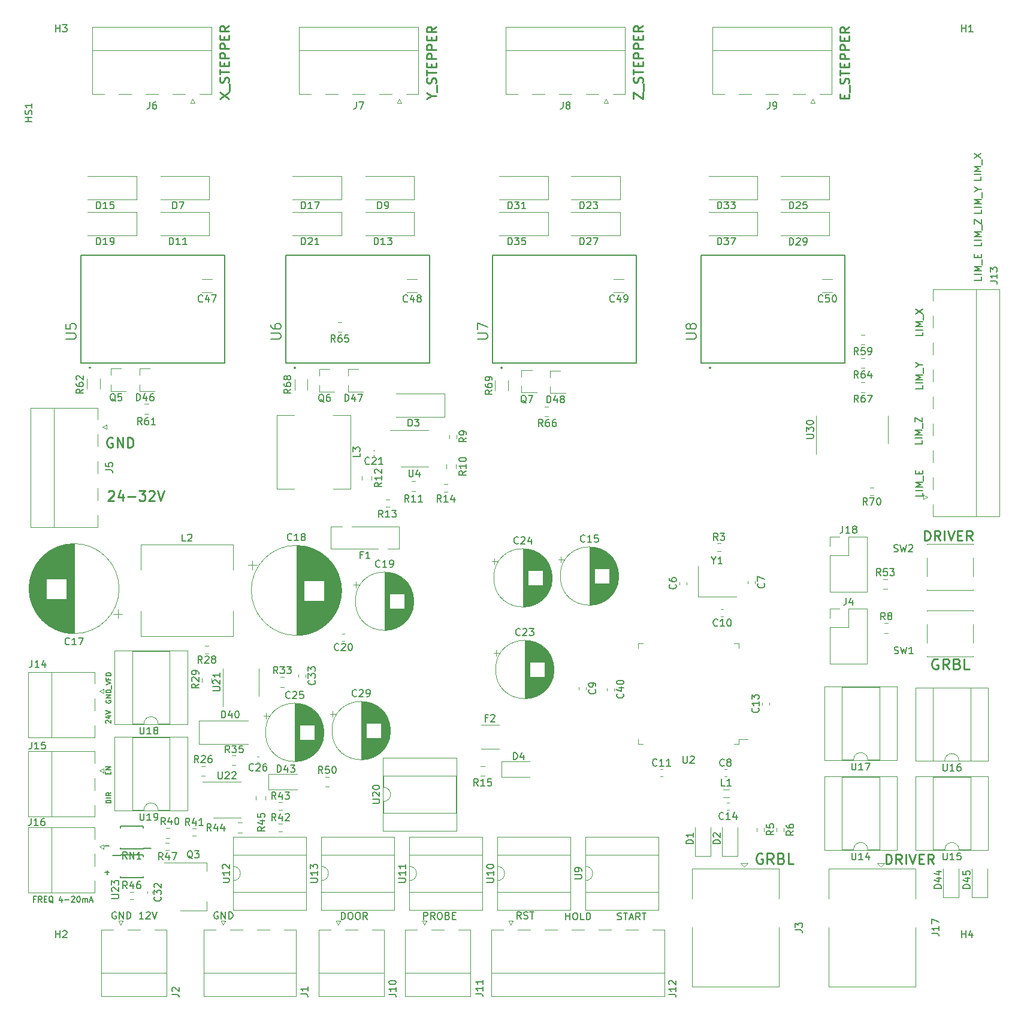
<source format=gto>
%TF.GenerationSoftware,KiCad,Pcbnew,(5.1.10)-1*%
%TF.CreationDate,2021-11-24T08:50:27+08:00*%
%TF.ProjectId,grbl_board,6772626c-5f62-46f6-9172-642e6b696361,rev?*%
%TF.SameCoordinates,Original*%
%TF.FileFunction,Legend,Top*%
%TF.FilePolarity,Positive*%
%FSLAX46Y46*%
G04 Gerber Fmt 4.6, Leading zero omitted, Abs format (unit mm)*
G04 Created by KiCad (PCBNEW (5.1.10)-1) date 2021-11-24 08:50:27*
%MOMM*%
%LPD*%
G01*
G04 APERTURE LIST*
%ADD10C,0.150000*%
%ADD11C,0.200000*%
%ADD12C,0.250000*%
%ADD13C,0.120000*%
%ADD14C,0.127000*%
%ADD15R,1.100000X0.400000*%
%ADD16C,3.500000*%
%ADD17C,1.700000*%
%ADD18R,1.700000X1.700000*%
%ADD19C,1.524000*%
%ADD20R,1.524000X1.524000*%
%ADD21C,7.000000*%
%ADD22O,3.600000X1.800000*%
%ADD23O,1.600000X1.600000*%
%ADD24R,1.600000X1.600000*%
%ADD25R,2.100000X1.725000*%
%ADD26R,3.200000X2.400000*%
%ADD27R,2.400000X3.200000*%
%ADD28R,1.550000X1.300000*%
%ADD29R,0.900000X0.800000*%
%ADD30R,2.000000X1.500000*%
%ADD31R,2.000000X3.800000*%
%ADD32R,4.950000X3.175000*%
%ADD33R,4.500000X5.000000*%
%ADD34O,1.700000X1.700000*%
%ADD35O,1.800000X3.600000*%
%ADD36C,6.400000*%
%ADD37C,1.710000*%
%ADD38R,3.500000X1.800000*%
%ADD39C,1.600000*%
%ADD40C,2.400000*%
%ADD41R,2.400000X2.400000*%
G04 APERTURE END LIST*
D10*
X74536785Y-146627857D02*
X74270119Y-146627857D01*
X74270119Y-147046904D02*
X74270119Y-146246904D01*
X74651071Y-146246904D01*
X75412976Y-147046904D02*
X75146309Y-146665952D01*
X74955833Y-147046904D02*
X74955833Y-146246904D01*
X75260595Y-146246904D01*
X75336785Y-146285000D01*
X75374880Y-146323095D01*
X75412976Y-146399285D01*
X75412976Y-146513571D01*
X75374880Y-146589761D01*
X75336785Y-146627857D01*
X75260595Y-146665952D01*
X74955833Y-146665952D01*
X75755833Y-146627857D02*
X76022500Y-146627857D01*
X76136785Y-147046904D02*
X75755833Y-147046904D01*
X75755833Y-146246904D01*
X76136785Y-146246904D01*
X77012976Y-147123095D02*
X76936785Y-147085000D01*
X76860595Y-147008809D01*
X76746309Y-146894523D01*
X76670119Y-146856428D01*
X76593928Y-146856428D01*
X76632023Y-147046904D02*
X76555833Y-147008809D01*
X76479642Y-146932619D01*
X76441547Y-146780238D01*
X76441547Y-146513571D01*
X76479642Y-146361190D01*
X76555833Y-146285000D01*
X76632023Y-146246904D01*
X76784404Y-146246904D01*
X76860595Y-146285000D01*
X76936785Y-146361190D01*
X76974880Y-146513571D01*
X76974880Y-146780238D01*
X76936785Y-146932619D01*
X76860595Y-147008809D01*
X76784404Y-147046904D01*
X76632023Y-147046904D01*
X78270119Y-146513571D02*
X78270119Y-147046904D01*
X78079642Y-146208809D02*
X77889166Y-146780238D01*
X78384404Y-146780238D01*
X78689166Y-146742142D02*
X79298690Y-146742142D01*
X79641547Y-146323095D02*
X79679642Y-146285000D01*
X79755833Y-146246904D01*
X79946309Y-146246904D01*
X80022500Y-146285000D01*
X80060595Y-146323095D01*
X80098690Y-146399285D01*
X80098690Y-146475476D01*
X80060595Y-146589761D01*
X79603452Y-147046904D01*
X80098690Y-147046904D01*
X80593928Y-146246904D02*
X80670119Y-146246904D01*
X80746309Y-146285000D01*
X80784404Y-146323095D01*
X80822500Y-146399285D01*
X80860595Y-146551666D01*
X80860595Y-146742142D01*
X80822500Y-146894523D01*
X80784404Y-146970714D01*
X80746309Y-147008809D01*
X80670119Y-147046904D01*
X80593928Y-147046904D01*
X80517738Y-147008809D01*
X80479642Y-146970714D01*
X80441547Y-146894523D01*
X80403452Y-146742142D01*
X80403452Y-146551666D01*
X80441547Y-146399285D01*
X80479642Y-146323095D01*
X80517738Y-146285000D01*
X80593928Y-146246904D01*
X81203452Y-147046904D02*
X81203452Y-146513571D01*
X81203452Y-146589761D02*
X81241547Y-146551666D01*
X81317738Y-146513571D01*
X81432023Y-146513571D01*
X81508214Y-146551666D01*
X81546309Y-146627857D01*
X81546309Y-147046904D01*
X81546309Y-146627857D02*
X81584404Y-146551666D01*
X81660595Y-146513571D01*
X81774880Y-146513571D01*
X81851071Y-146551666D01*
X81889166Y-146627857D01*
X81889166Y-147046904D01*
X82232023Y-146818333D02*
X82612976Y-146818333D01*
X82155833Y-147046904D02*
X82422500Y-146246904D01*
X82689166Y-147046904D01*
X84340738Y-139122142D02*
X84950261Y-139122142D01*
X84340738Y-142868642D02*
X84950261Y-142868642D01*
X84645500Y-143173404D02*
X84645500Y-142563880D01*
D11*
X208224380Y-58673833D02*
X208224380Y-59150023D01*
X207224380Y-59150023D01*
X208224380Y-58340500D02*
X207224380Y-58340500D01*
X208224380Y-57864309D02*
X207224380Y-57864309D01*
X207938666Y-57530976D01*
X207224380Y-57197642D01*
X208224380Y-57197642D01*
X208319619Y-56959547D02*
X208319619Y-56197642D01*
X207700571Y-55959547D02*
X207700571Y-55626214D01*
X208224380Y-55483357D02*
X208224380Y-55959547D01*
X207224380Y-55959547D01*
X207224380Y-55483357D01*
X208160880Y-44537142D02*
X208160880Y-45013333D01*
X207160880Y-45013333D01*
X208160880Y-44203809D02*
X207160880Y-44203809D01*
X208160880Y-43727619D02*
X207160880Y-43727619D01*
X207875166Y-43394285D01*
X207160880Y-43060952D01*
X208160880Y-43060952D01*
X208256119Y-42822857D02*
X208256119Y-42060952D01*
X207160880Y-41918095D02*
X208160880Y-41251428D01*
X207160880Y-41251428D02*
X208160880Y-41918095D01*
X208224380Y-53808142D02*
X208224380Y-54284333D01*
X207224380Y-54284333D01*
X208224380Y-53474809D02*
X207224380Y-53474809D01*
X208224380Y-52998619D02*
X207224380Y-52998619D01*
X207938666Y-52665285D01*
X207224380Y-52331952D01*
X208224380Y-52331952D01*
X208319619Y-52093857D02*
X208319619Y-51331952D01*
X207224380Y-51189095D02*
X207224380Y-50522428D01*
X208224380Y-51189095D01*
X208224380Y-50522428D01*
X208224380Y-49188523D02*
X208224380Y-49664714D01*
X207224380Y-49664714D01*
X208224380Y-48855190D02*
X207224380Y-48855190D01*
X208224380Y-48379000D02*
X207224380Y-48379000D01*
X207938666Y-48045666D01*
X207224380Y-47712333D01*
X208224380Y-47712333D01*
X208319619Y-47474238D02*
X208319619Y-46712333D01*
X207748190Y-46283761D02*
X208224380Y-46283761D01*
X207224380Y-46617095D02*
X207748190Y-46283761D01*
X207224380Y-45950428D01*
D10*
X84786000Y-128977166D02*
X84786000Y-128743833D01*
X85152666Y-128643833D02*
X85152666Y-128977166D01*
X84452666Y-128977166D01*
X84452666Y-128643833D01*
X85152666Y-128343833D02*
X84452666Y-128343833D01*
X85152666Y-127943833D01*
X84452666Y-127943833D01*
X85216166Y-133034000D02*
X84516166Y-133034000D01*
X84516166Y-132867333D01*
X84549500Y-132767333D01*
X84616166Y-132700666D01*
X84682833Y-132667333D01*
X84816166Y-132634000D01*
X84916166Y-132634000D01*
X85049500Y-132667333D01*
X85116166Y-132700666D01*
X85182833Y-132767333D01*
X85216166Y-132867333D01*
X85216166Y-133034000D01*
X85216166Y-132334000D02*
X84516166Y-132334000D01*
X85216166Y-131600666D02*
X84882833Y-131834000D01*
X85216166Y-132000666D02*
X84516166Y-132000666D01*
X84516166Y-131734000D01*
X84549500Y-131667333D01*
X84582833Y-131634000D01*
X84649500Y-131600666D01*
X84749500Y-131600666D01*
X84816166Y-131634000D01*
X84849500Y-131667333D01*
X84882833Y-131734000D01*
X84882833Y-132000666D01*
X84519333Y-121737333D02*
X84486000Y-121704000D01*
X84452666Y-121637333D01*
X84452666Y-121470666D01*
X84486000Y-121404000D01*
X84519333Y-121370666D01*
X84586000Y-121337333D01*
X84652666Y-121337333D01*
X84752666Y-121370666D01*
X85152666Y-121770666D01*
X85152666Y-121337333D01*
X84686000Y-120737333D02*
X85152666Y-120737333D01*
X84419333Y-120904000D02*
X84919333Y-121070666D01*
X84919333Y-120637333D01*
X84452666Y-120470666D02*
X85152666Y-120237333D01*
X84452666Y-120004000D01*
X84549500Y-118526500D02*
X84516166Y-118593166D01*
X84516166Y-118693166D01*
X84549500Y-118793166D01*
X84616166Y-118859833D01*
X84682833Y-118893166D01*
X84816166Y-118926500D01*
X84916166Y-118926500D01*
X85049500Y-118893166D01*
X85116166Y-118859833D01*
X85182833Y-118793166D01*
X85216166Y-118693166D01*
X85216166Y-118626500D01*
X85182833Y-118526500D01*
X85149500Y-118493166D01*
X84916166Y-118493166D01*
X84916166Y-118626500D01*
X85216166Y-118193166D02*
X84516166Y-118193166D01*
X85216166Y-117793166D01*
X84516166Y-117793166D01*
X85216166Y-117459833D02*
X84516166Y-117459833D01*
X84516166Y-117293166D01*
X84549500Y-117193166D01*
X84616166Y-117126500D01*
X84682833Y-117093166D01*
X84816166Y-117059833D01*
X84916166Y-117059833D01*
X85049500Y-117093166D01*
X85116166Y-117126500D01*
X85182833Y-117193166D01*
X85216166Y-117293166D01*
X85216166Y-117459833D01*
X85282833Y-116926500D02*
X85282833Y-116393166D01*
X84516166Y-116326500D02*
X85216166Y-116093166D01*
X84516166Y-115859833D01*
X84849500Y-115393166D02*
X84849500Y-115626500D01*
X85216166Y-115626500D02*
X84516166Y-115626500D01*
X84516166Y-115293166D01*
X85216166Y-115026500D02*
X84516166Y-115026500D01*
X84516166Y-114859833D01*
X84549500Y-114759833D01*
X84616166Y-114693166D01*
X84682833Y-114659833D01*
X84816166Y-114626500D01*
X84916166Y-114626500D01*
X85049500Y-114659833D01*
X85116166Y-114693166D01*
X85182833Y-114759833D01*
X85216166Y-114859833D01*
X85216166Y-115026500D01*
D11*
X199905880Y-66508142D02*
X199905880Y-66984333D01*
X198905880Y-66984333D01*
X199905880Y-66174809D02*
X198905880Y-66174809D01*
X199905880Y-65698619D02*
X198905880Y-65698619D01*
X199620166Y-65365285D01*
X198905880Y-65031952D01*
X199905880Y-65031952D01*
X200001119Y-64793857D02*
X200001119Y-64031952D01*
X198905880Y-63889095D02*
X199905880Y-63222428D01*
X198905880Y-63222428D02*
X199905880Y-63889095D01*
X199905880Y-74017023D02*
X199905880Y-74493214D01*
X198905880Y-74493214D01*
X199905880Y-73683690D02*
X198905880Y-73683690D01*
X199905880Y-73207500D02*
X198905880Y-73207500D01*
X199620166Y-72874166D01*
X198905880Y-72540833D01*
X199905880Y-72540833D01*
X200001119Y-72302738D02*
X200001119Y-71540833D01*
X199429690Y-71112261D02*
X199905880Y-71112261D01*
X198905880Y-71445595D02*
X199429690Y-71112261D01*
X198905880Y-70778928D01*
X199842380Y-81811642D02*
X199842380Y-82287833D01*
X198842380Y-82287833D01*
X199842380Y-81478309D02*
X198842380Y-81478309D01*
X199842380Y-81002119D02*
X198842380Y-81002119D01*
X199556666Y-80668785D01*
X198842380Y-80335452D01*
X199842380Y-80335452D01*
X199937619Y-80097357D02*
X199937619Y-79335452D01*
X198842380Y-79192595D02*
X198842380Y-78525928D01*
X199842380Y-79192595D01*
X199842380Y-78525928D01*
X199905880Y-89217333D02*
X199905880Y-89693523D01*
X198905880Y-89693523D01*
X199905880Y-88884000D02*
X198905880Y-88884000D01*
X199905880Y-88407809D02*
X198905880Y-88407809D01*
X199620166Y-88074476D01*
X198905880Y-87741142D01*
X199905880Y-87741142D01*
X200001119Y-87503047D02*
X200001119Y-86741142D01*
X199382071Y-86503047D02*
X199382071Y-86169714D01*
X199905880Y-86026857D02*
X199905880Y-86503047D01*
X198905880Y-86503047D01*
X198905880Y-86026857D01*
D12*
X200184166Y-95946833D02*
X200184166Y-94546833D01*
X200517500Y-94546833D01*
X200717500Y-94613500D01*
X200850833Y-94746833D01*
X200917500Y-94880166D01*
X200984166Y-95146833D01*
X200984166Y-95346833D01*
X200917500Y-95613500D01*
X200850833Y-95746833D01*
X200717500Y-95880166D01*
X200517500Y-95946833D01*
X200184166Y-95946833D01*
X202384166Y-95946833D02*
X201917500Y-95280166D01*
X201584166Y-95946833D02*
X201584166Y-94546833D01*
X202117500Y-94546833D01*
X202250833Y-94613500D01*
X202317500Y-94680166D01*
X202384166Y-94813500D01*
X202384166Y-95013500D01*
X202317500Y-95146833D01*
X202250833Y-95213500D01*
X202117500Y-95280166D01*
X201584166Y-95280166D01*
X202984166Y-95946833D02*
X202984166Y-94546833D01*
X203450833Y-94546833D02*
X203917500Y-95946833D01*
X204384166Y-94546833D01*
X204850833Y-95213500D02*
X205317500Y-95213500D01*
X205517500Y-95946833D02*
X204850833Y-95946833D01*
X204850833Y-94546833D01*
X205517500Y-94546833D01*
X206917500Y-95946833D02*
X206450833Y-95280166D01*
X206117500Y-95946833D02*
X206117500Y-94546833D01*
X206650833Y-94546833D01*
X206784166Y-94613500D01*
X206850833Y-94680166D01*
X206917500Y-94813500D01*
X206917500Y-95013500D01*
X206850833Y-95146833D01*
X206784166Y-95213500D01*
X206650833Y-95280166D01*
X206117500Y-95280166D01*
X202057214Y-112724500D02*
X201914357Y-112653071D01*
X201700071Y-112653071D01*
X201485785Y-112724500D01*
X201342928Y-112867357D01*
X201271500Y-113010214D01*
X201200071Y-113295928D01*
X201200071Y-113510214D01*
X201271500Y-113795928D01*
X201342928Y-113938785D01*
X201485785Y-114081642D01*
X201700071Y-114153071D01*
X201842928Y-114153071D01*
X202057214Y-114081642D01*
X202128642Y-114010214D01*
X202128642Y-113510214D01*
X201842928Y-113510214D01*
X203628642Y-114153071D02*
X203128642Y-113438785D01*
X202771500Y-114153071D02*
X202771500Y-112653071D01*
X203342928Y-112653071D01*
X203485785Y-112724500D01*
X203557214Y-112795928D01*
X203628642Y-112938785D01*
X203628642Y-113153071D01*
X203557214Y-113295928D01*
X203485785Y-113367357D01*
X203342928Y-113438785D01*
X202771500Y-113438785D01*
X204771500Y-113367357D02*
X204985785Y-113438785D01*
X205057214Y-113510214D01*
X205128642Y-113653071D01*
X205128642Y-113867357D01*
X205057214Y-114010214D01*
X204985785Y-114081642D01*
X204842928Y-114153071D01*
X204271500Y-114153071D01*
X204271500Y-112653071D01*
X204771500Y-112653071D01*
X204914357Y-112724500D01*
X204985785Y-112795928D01*
X205057214Y-112938785D01*
X205057214Y-113081642D01*
X204985785Y-113224500D01*
X204914357Y-113295928D01*
X204771500Y-113367357D01*
X204271500Y-113367357D01*
X206485785Y-114153071D02*
X205771500Y-114153071D01*
X205771500Y-112653071D01*
X194723166Y-141666833D02*
X194723166Y-140266833D01*
X195056500Y-140266833D01*
X195256500Y-140333500D01*
X195389833Y-140466833D01*
X195456500Y-140600166D01*
X195523166Y-140866833D01*
X195523166Y-141066833D01*
X195456500Y-141333500D01*
X195389833Y-141466833D01*
X195256500Y-141600166D01*
X195056500Y-141666833D01*
X194723166Y-141666833D01*
X196923166Y-141666833D02*
X196456500Y-141000166D01*
X196123166Y-141666833D02*
X196123166Y-140266833D01*
X196656500Y-140266833D01*
X196789833Y-140333500D01*
X196856500Y-140400166D01*
X196923166Y-140533500D01*
X196923166Y-140733500D01*
X196856500Y-140866833D01*
X196789833Y-140933500D01*
X196656500Y-141000166D01*
X196123166Y-141000166D01*
X197523166Y-141666833D02*
X197523166Y-140266833D01*
X197989833Y-140266833D02*
X198456500Y-141666833D01*
X198923166Y-140266833D01*
X199389833Y-140933500D02*
X199856500Y-140933500D01*
X200056500Y-141666833D02*
X199389833Y-141666833D01*
X199389833Y-140266833D01*
X200056500Y-140266833D01*
X201456500Y-141666833D02*
X200989833Y-141000166D01*
X200656500Y-141666833D02*
X200656500Y-140266833D01*
X201189833Y-140266833D01*
X201323166Y-140333500D01*
X201389833Y-140400166D01*
X201456500Y-140533500D01*
X201456500Y-140733500D01*
X201389833Y-140866833D01*
X201323166Y-140933500D01*
X201189833Y-141000166D01*
X200656500Y-141000166D01*
X177228714Y-140220000D02*
X177085857Y-140148571D01*
X176871571Y-140148571D01*
X176657285Y-140220000D01*
X176514428Y-140362857D01*
X176443000Y-140505714D01*
X176371571Y-140791428D01*
X176371571Y-141005714D01*
X176443000Y-141291428D01*
X176514428Y-141434285D01*
X176657285Y-141577142D01*
X176871571Y-141648571D01*
X177014428Y-141648571D01*
X177228714Y-141577142D01*
X177300142Y-141505714D01*
X177300142Y-141005714D01*
X177014428Y-141005714D01*
X178800142Y-141648571D02*
X178300142Y-140934285D01*
X177943000Y-141648571D02*
X177943000Y-140148571D01*
X178514428Y-140148571D01*
X178657285Y-140220000D01*
X178728714Y-140291428D01*
X178800142Y-140434285D01*
X178800142Y-140648571D01*
X178728714Y-140791428D01*
X178657285Y-140862857D01*
X178514428Y-140934285D01*
X177943000Y-140934285D01*
X179943000Y-140862857D02*
X180157285Y-140934285D01*
X180228714Y-141005714D01*
X180300142Y-141148571D01*
X180300142Y-141362857D01*
X180228714Y-141505714D01*
X180157285Y-141577142D01*
X180014428Y-141648571D01*
X179443000Y-141648571D01*
X179443000Y-140148571D01*
X179943000Y-140148571D01*
X180085857Y-140220000D01*
X180157285Y-140291428D01*
X180228714Y-140434285D01*
X180228714Y-140577142D01*
X180157285Y-140720000D01*
X180085857Y-140791428D01*
X179943000Y-140862857D01*
X179443000Y-140862857D01*
X181657285Y-141648571D02*
X180943000Y-141648571D01*
X180943000Y-140148571D01*
D11*
X156773809Y-149502761D02*
X156916666Y-149550380D01*
X157154761Y-149550380D01*
X157250000Y-149502761D01*
X157297619Y-149455142D01*
X157345238Y-149359904D01*
X157345238Y-149264666D01*
X157297619Y-149169428D01*
X157250000Y-149121809D01*
X157154761Y-149074190D01*
X156964285Y-149026571D01*
X156869047Y-148978952D01*
X156821428Y-148931333D01*
X156773809Y-148836095D01*
X156773809Y-148740857D01*
X156821428Y-148645619D01*
X156869047Y-148598000D01*
X156964285Y-148550380D01*
X157202380Y-148550380D01*
X157345238Y-148598000D01*
X157630952Y-148550380D02*
X158202380Y-148550380D01*
X157916666Y-149550380D02*
X157916666Y-148550380D01*
X158488095Y-149264666D02*
X158964285Y-149264666D01*
X158392857Y-149550380D02*
X158726190Y-148550380D01*
X159059523Y-149550380D01*
X159964285Y-149550380D02*
X159630952Y-149074190D01*
X159392857Y-149550380D02*
X159392857Y-148550380D01*
X159773809Y-148550380D01*
X159869047Y-148598000D01*
X159916666Y-148645619D01*
X159964285Y-148740857D01*
X159964285Y-148883714D01*
X159916666Y-148978952D01*
X159869047Y-149026571D01*
X159773809Y-149074190D01*
X159392857Y-149074190D01*
X160250000Y-148550380D02*
X160821428Y-148550380D01*
X160535714Y-149550380D02*
X160535714Y-148550380D01*
X149479214Y-149550380D02*
X149479214Y-148550380D01*
X149479214Y-149026571D02*
X150050642Y-149026571D01*
X150050642Y-149550380D02*
X150050642Y-148550380D01*
X150717309Y-148550380D02*
X150907785Y-148550380D01*
X151003023Y-148598000D01*
X151098261Y-148693238D01*
X151145880Y-148883714D01*
X151145880Y-149217047D01*
X151098261Y-149407523D01*
X151003023Y-149502761D01*
X150907785Y-149550380D01*
X150717309Y-149550380D01*
X150622071Y-149502761D01*
X150526833Y-149407523D01*
X150479214Y-149217047D01*
X150479214Y-148883714D01*
X150526833Y-148693238D01*
X150622071Y-148598000D01*
X150717309Y-148550380D01*
X152050642Y-149550380D02*
X151574452Y-149550380D01*
X151574452Y-148550380D01*
X152383976Y-149550380D02*
X152383976Y-148550380D01*
X152622071Y-148550380D01*
X152764928Y-148598000D01*
X152860166Y-148693238D01*
X152907785Y-148788476D01*
X152955404Y-148978952D01*
X152955404Y-149121809D01*
X152907785Y-149312285D01*
X152860166Y-149407523D01*
X152764928Y-149502761D01*
X152622071Y-149550380D01*
X152383976Y-149550380D01*
X143152880Y-149423380D02*
X142819547Y-148947190D01*
X142581452Y-149423380D02*
X142581452Y-148423380D01*
X142962404Y-148423380D01*
X143057642Y-148471000D01*
X143105261Y-148518619D01*
X143152880Y-148613857D01*
X143152880Y-148756714D01*
X143105261Y-148851952D01*
X143057642Y-148899571D01*
X142962404Y-148947190D01*
X142581452Y-148947190D01*
X143533833Y-149375761D02*
X143676690Y-149423380D01*
X143914785Y-149423380D01*
X144010023Y-149375761D01*
X144057642Y-149328142D01*
X144105261Y-149232904D01*
X144105261Y-149137666D01*
X144057642Y-149042428D01*
X144010023Y-148994809D01*
X143914785Y-148947190D01*
X143724309Y-148899571D01*
X143629071Y-148851952D01*
X143581452Y-148804333D01*
X143533833Y-148709095D01*
X143533833Y-148613857D01*
X143581452Y-148518619D01*
X143629071Y-148471000D01*
X143724309Y-148423380D01*
X143962404Y-148423380D01*
X144105261Y-148471000D01*
X144390976Y-148423380D02*
X144962404Y-148423380D01*
X144676690Y-149423380D02*
X144676690Y-148423380D01*
X129397404Y-149486880D02*
X129397404Y-148486880D01*
X129778357Y-148486880D01*
X129873595Y-148534500D01*
X129921214Y-148582119D01*
X129968833Y-148677357D01*
X129968833Y-148820214D01*
X129921214Y-148915452D01*
X129873595Y-148963071D01*
X129778357Y-149010690D01*
X129397404Y-149010690D01*
X130968833Y-149486880D02*
X130635500Y-149010690D01*
X130397404Y-149486880D02*
X130397404Y-148486880D01*
X130778357Y-148486880D01*
X130873595Y-148534500D01*
X130921214Y-148582119D01*
X130968833Y-148677357D01*
X130968833Y-148820214D01*
X130921214Y-148915452D01*
X130873595Y-148963071D01*
X130778357Y-149010690D01*
X130397404Y-149010690D01*
X131587880Y-148486880D02*
X131778357Y-148486880D01*
X131873595Y-148534500D01*
X131968833Y-148629738D01*
X132016452Y-148820214D01*
X132016452Y-149153547D01*
X131968833Y-149344023D01*
X131873595Y-149439261D01*
X131778357Y-149486880D01*
X131587880Y-149486880D01*
X131492642Y-149439261D01*
X131397404Y-149344023D01*
X131349785Y-149153547D01*
X131349785Y-148820214D01*
X131397404Y-148629738D01*
X131492642Y-148534500D01*
X131587880Y-148486880D01*
X132778357Y-148963071D02*
X132921214Y-149010690D01*
X132968833Y-149058309D01*
X133016452Y-149153547D01*
X133016452Y-149296404D01*
X132968833Y-149391642D01*
X132921214Y-149439261D01*
X132825976Y-149486880D01*
X132445023Y-149486880D01*
X132445023Y-148486880D01*
X132778357Y-148486880D01*
X132873595Y-148534500D01*
X132921214Y-148582119D01*
X132968833Y-148677357D01*
X132968833Y-148772595D01*
X132921214Y-148867833D01*
X132873595Y-148915452D01*
X132778357Y-148963071D01*
X132445023Y-148963071D01*
X133445023Y-148963071D02*
X133778357Y-148963071D01*
X133921214Y-149486880D02*
X133445023Y-149486880D01*
X133445023Y-148486880D01*
X133921214Y-148486880D01*
X117760976Y-149486880D02*
X117760976Y-148486880D01*
X117999071Y-148486880D01*
X118141928Y-148534500D01*
X118237166Y-148629738D01*
X118284785Y-148724976D01*
X118332404Y-148915452D01*
X118332404Y-149058309D01*
X118284785Y-149248785D01*
X118237166Y-149344023D01*
X118141928Y-149439261D01*
X117999071Y-149486880D01*
X117760976Y-149486880D01*
X118951452Y-148486880D02*
X119141928Y-148486880D01*
X119237166Y-148534500D01*
X119332404Y-148629738D01*
X119380023Y-148820214D01*
X119380023Y-149153547D01*
X119332404Y-149344023D01*
X119237166Y-149439261D01*
X119141928Y-149486880D01*
X118951452Y-149486880D01*
X118856214Y-149439261D01*
X118760976Y-149344023D01*
X118713357Y-149153547D01*
X118713357Y-148820214D01*
X118760976Y-148629738D01*
X118856214Y-148534500D01*
X118951452Y-148486880D01*
X119999071Y-148486880D02*
X120189547Y-148486880D01*
X120284785Y-148534500D01*
X120380023Y-148629738D01*
X120427642Y-148820214D01*
X120427642Y-149153547D01*
X120380023Y-149344023D01*
X120284785Y-149439261D01*
X120189547Y-149486880D01*
X119999071Y-149486880D01*
X119903833Y-149439261D01*
X119808595Y-149344023D01*
X119760976Y-149153547D01*
X119760976Y-148820214D01*
X119808595Y-148629738D01*
X119903833Y-148534500D01*
X119999071Y-148486880D01*
X121427642Y-149486880D02*
X121094309Y-149010690D01*
X120856214Y-149486880D02*
X120856214Y-148486880D01*
X121237166Y-148486880D01*
X121332404Y-148534500D01*
X121380023Y-148582119D01*
X121427642Y-148677357D01*
X121427642Y-148820214D01*
X121380023Y-148915452D01*
X121332404Y-148963071D01*
X121237166Y-149010690D01*
X120856214Y-149010690D01*
X100330095Y-148471000D02*
X100234857Y-148423380D01*
X100092000Y-148423380D01*
X99949142Y-148471000D01*
X99853904Y-148566238D01*
X99806285Y-148661476D01*
X99758666Y-148851952D01*
X99758666Y-148994809D01*
X99806285Y-149185285D01*
X99853904Y-149280523D01*
X99949142Y-149375761D01*
X100092000Y-149423380D01*
X100187238Y-149423380D01*
X100330095Y-149375761D01*
X100377714Y-149328142D01*
X100377714Y-148994809D01*
X100187238Y-148994809D01*
X100806285Y-149423380D02*
X100806285Y-148423380D01*
X101377714Y-149423380D01*
X101377714Y-148423380D01*
X101853904Y-149423380D02*
X101853904Y-148423380D01*
X102092000Y-148423380D01*
X102234857Y-148471000D01*
X102330095Y-148566238D01*
X102377714Y-148661476D01*
X102425333Y-148851952D01*
X102425333Y-148994809D01*
X102377714Y-149185285D01*
X102330095Y-149280523D01*
X102234857Y-149375761D01*
X102092000Y-149423380D01*
X101853904Y-149423380D01*
X85915595Y-148471000D02*
X85820357Y-148423380D01*
X85677500Y-148423380D01*
X85534642Y-148471000D01*
X85439404Y-148566238D01*
X85391785Y-148661476D01*
X85344166Y-148851952D01*
X85344166Y-148994809D01*
X85391785Y-149185285D01*
X85439404Y-149280523D01*
X85534642Y-149375761D01*
X85677500Y-149423380D01*
X85772738Y-149423380D01*
X85915595Y-149375761D01*
X85963214Y-149328142D01*
X85963214Y-148994809D01*
X85772738Y-148994809D01*
X86391785Y-149423380D02*
X86391785Y-148423380D01*
X86963214Y-149423380D01*
X86963214Y-148423380D01*
X87439404Y-149423380D02*
X87439404Y-148423380D01*
X87677500Y-148423380D01*
X87820357Y-148471000D01*
X87915595Y-148566238D01*
X87963214Y-148661476D01*
X88010833Y-148851952D01*
X88010833Y-148994809D01*
X87963214Y-149185285D01*
X87915595Y-149280523D01*
X87820357Y-149375761D01*
X87677500Y-149423380D01*
X87439404Y-149423380D01*
X89804952Y-149423380D02*
X89233523Y-149423380D01*
X89519238Y-149423380D02*
X89519238Y-148423380D01*
X89424000Y-148566238D01*
X89328761Y-148661476D01*
X89233523Y-148709095D01*
X90185904Y-148518619D02*
X90233523Y-148471000D01*
X90328761Y-148423380D01*
X90566857Y-148423380D01*
X90662095Y-148471000D01*
X90709714Y-148518619D01*
X90757333Y-148613857D01*
X90757333Y-148709095D01*
X90709714Y-148851952D01*
X90138285Y-149423380D01*
X90757333Y-149423380D01*
X91043047Y-148423380D02*
X91376380Y-149423380D01*
X91709714Y-148423380D01*
D12*
X84842833Y-89028666D02*
X84909500Y-88962000D01*
X85042833Y-88895333D01*
X85376166Y-88895333D01*
X85509500Y-88962000D01*
X85576166Y-89028666D01*
X85642833Y-89162000D01*
X85642833Y-89295333D01*
X85576166Y-89495333D01*
X84776166Y-90295333D01*
X85642833Y-90295333D01*
X86842833Y-89362000D02*
X86842833Y-90295333D01*
X86509500Y-88828666D02*
X86176166Y-89828666D01*
X87042833Y-89828666D01*
X87576166Y-89762000D02*
X88642833Y-89762000D01*
X89176166Y-88895333D02*
X90042833Y-88895333D01*
X89576166Y-89428666D01*
X89776166Y-89428666D01*
X89909500Y-89495333D01*
X89976166Y-89562000D01*
X90042833Y-89695333D01*
X90042833Y-90028666D01*
X89976166Y-90162000D01*
X89909500Y-90228666D01*
X89776166Y-90295333D01*
X89376166Y-90295333D01*
X89242833Y-90228666D01*
X89176166Y-90162000D01*
X90576166Y-89028666D02*
X90642833Y-88962000D01*
X90776166Y-88895333D01*
X91109500Y-88895333D01*
X91242833Y-88962000D01*
X91309500Y-89028666D01*
X91376166Y-89162000D01*
X91376166Y-89295333D01*
X91309500Y-89495333D01*
X90509500Y-90295333D01*
X91376166Y-90295333D01*
X91776166Y-88895333D02*
X92242833Y-90295333D01*
X92709500Y-88895333D01*
X85420333Y-81469000D02*
X85287000Y-81402333D01*
X85087000Y-81402333D01*
X84887000Y-81469000D01*
X84753666Y-81602333D01*
X84687000Y-81735666D01*
X84620333Y-82002333D01*
X84620333Y-82202333D01*
X84687000Y-82469000D01*
X84753666Y-82602333D01*
X84887000Y-82735666D01*
X85087000Y-82802333D01*
X85220333Y-82802333D01*
X85420333Y-82735666D01*
X85487000Y-82669000D01*
X85487000Y-82202333D01*
X85220333Y-82202333D01*
X86087000Y-82802333D02*
X86087000Y-81402333D01*
X86887000Y-82802333D01*
X86887000Y-81402333D01*
X87553666Y-82802333D02*
X87553666Y-81402333D01*
X87887000Y-81402333D01*
X88087000Y-81469000D01*
X88220333Y-81602333D01*
X88287000Y-81735666D01*
X88353666Y-82002333D01*
X88353666Y-82202333D01*
X88287000Y-82469000D01*
X88220333Y-82602333D01*
X88087000Y-82735666D01*
X87887000Y-82802333D01*
X87553666Y-82802333D01*
X188819642Y-33462285D02*
X188819642Y-33028952D01*
X189500595Y-32843238D02*
X189500595Y-33462285D01*
X188200595Y-33462285D01*
X188200595Y-32843238D01*
X189624404Y-32595619D02*
X189624404Y-31605142D01*
X189438690Y-31357523D02*
X189500595Y-31171809D01*
X189500595Y-30862285D01*
X189438690Y-30738476D01*
X189376785Y-30676571D01*
X189252976Y-30614666D01*
X189129166Y-30614666D01*
X189005357Y-30676571D01*
X188943452Y-30738476D01*
X188881547Y-30862285D01*
X188819642Y-31109904D01*
X188757738Y-31233714D01*
X188695833Y-31295619D01*
X188572023Y-31357523D01*
X188448214Y-31357523D01*
X188324404Y-31295619D01*
X188262500Y-31233714D01*
X188200595Y-31109904D01*
X188200595Y-30800380D01*
X188262500Y-30614666D01*
X188200595Y-30243238D02*
X188200595Y-29500380D01*
X189500595Y-29871809D02*
X188200595Y-29871809D01*
X188819642Y-29067047D02*
X188819642Y-28633714D01*
X189500595Y-28448000D02*
X189500595Y-29067047D01*
X188200595Y-29067047D01*
X188200595Y-28448000D01*
X189500595Y-27890857D02*
X188200595Y-27890857D01*
X188200595Y-27395619D01*
X188262500Y-27271809D01*
X188324404Y-27209904D01*
X188448214Y-27148000D01*
X188633928Y-27148000D01*
X188757738Y-27209904D01*
X188819642Y-27271809D01*
X188881547Y-27395619D01*
X188881547Y-27890857D01*
X189500595Y-26590857D02*
X188200595Y-26590857D01*
X188200595Y-26095619D01*
X188262500Y-25971809D01*
X188324404Y-25909904D01*
X188448214Y-25848000D01*
X188633928Y-25848000D01*
X188757738Y-25909904D01*
X188819642Y-25971809D01*
X188881547Y-26095619D01*
X188881547Y-26590857D01*
X188819642Y-25290857D02*
X188819642Y-24857523D01*
X189500595Y-24671809D02*
X189500595Y-25290857D01*
X188200595Y-25290857D01*
X188200595Y-24671809D01*
X189500595Y-23371809D02*
X188881547Y-23805142D01*
X189500595Y-24114666D02*
X188200595Y-24114666D01*
X188200595Y-23619428D01*
X188262500Y-23495619D01*
X188324404Y-23433714D01*
X188448214Y-23371809D01*
X188633928Y-23371809D01*
X188757738Y-23433714D01*
X188819642Y-23495619D01*
X188881547Y-23619428D01*
X188881547Y-24114666D01*
X159054095Y-33490047D02*
X159054095Y-32623380D01*
X160354095Y-33490047D01*
X160354095Y-32623380D01*
X160477904Y-32437666D02*
X160477904Y-31447190D01*
X160292190Y-31199571D02*
X160354095Y-31013857D01*
X160354095Y-30704333D01*
X160292190Y-30580523D01*
X160230285Y-30518619D01*
X160106476Y-30456714D01*
X159982666Y-30456714D01*
X159858857Y-30518619D01*
X159796952Y-30580523D01*
X159735047Y-30704333D01*
X159673142Y-30951952D01*
X159611238Y-31075761D01*
X159549333Y-31137666D01*
X159425523Y-31199571D01*
X159301714Y-31199571D01*
X159177904Y-31137666D01*
X159116000Y-31075761D01*
X159054095Y-30951952D01*
X159054095Y-30642428D01*
X159116000Y-30456714D01*
X159054095Y-30085285D02*
X159054095Y-29342428D01*
X160354095Y-29713857D02*
X159054095Y-29713857D01*
X159673142Y-28909095D02*
X159673142Y-28475761D01*
X160354095Y-28290047D02*
X160354095Y-28909095D01*
X159054095Y-28909095D01*
X159054095Y-28290047D01*
X160354095Y-27732904D02*
X159054095Y-27732904D01*
X159054095Y-27237666D01*
X159116000Y-27113857D01*
X159177904Y-27051952D01*
X159301714Y-26990047D01*
X159487428Y-26990047D01*
X159611238Y-27051952D01*
X159673142Y-27113857D01*
X159735047Y-27237666D01*
X159735047Y-27732904D01*
X160354095Y-26432904D02*
X159054095Y-26432904D01*
X159054095Y-25937666D01*
X159116000Y-25813857D01*
X159177904Y-25751952D01*
X159301714Y-25690047D01*
X159487428Y-25690047D01*
X159611238Y-25751952D01*
X159673142Y-25813857D01*
X159735047Y-25937666D01*
X159735047Y-26432904D01*
X159673142Y-25132904D02*
X159673142Y-24699571D01*
X160354095Y-24513857D02*
X160354095Y-25132904D01*
X159054095Y-25132904D01*
X159054095Y-24513857D01*
X160354095Y-23213857D02*
X159735047Y-23647190D01*
X160354095Y-23956714D02*
X159054095Y-23956714D01*
X159054095Y-23461476D01*
X159116000Y-23337666D01*
X159177904Y-23275761D01*
X159301714Y-23213857D01*
X159487428Y-23213857D01*
X159611238Y-23275761D01*
X159673142Y-23337666D01*
X159735047Y-23461476D01*
X159735047Y-23956714D01*
X130525047Y-33120214D02*
X131144095Y-33120214D01*
X129844095Y-33553547D02*
X130525047Y-33120214D01*
X129844095Y-32686880D01*
X131267904Y-32563071D02*
X131267904Y-31572595D01*
X131082190Y-31324976D02*
X131144095Y-31139261D01*
X131144095Y-30829738D01*
X131082190Y-30705928D01*
X131020285Y-30644023D01*
X130896476Y-30582119D01*
X130772666Y-30582119D01*
X130648857Y-30644023D01*
X130586952Y-30705928D01*
X130525047Y-30829738D01*
X130463142Y-31077357D01*
X130401238Y-31201166D01*
X130339333Y-31263071D01*
X130215523Y-31324976D01*
X130091714Y-31324976D01*
X129967904Y-31263071D01*
X129906000Y-31201166D01*
X129844095Y-31077357D01*
X129844095Y-30767833D01*
X129906000Y-30582119D01*
X129844095Y-30210690D02*
X129844095Y-29467833D01*
X131144095Y-29839261D02*
X129844095Y-29839261D01*
X130463142Y-29034500D02*
X130463142Y-28601166D01*
X131144095Y-28415452D02*
X131144095Y-29034500D01*
X129844095Y-29034500D01*
X129844095Y-28415452D01*
X131144095Y-27858309D02*
X129844095Y-27858309D01*
X129844095Y-27363071D01*
X129906000Y-27239261D01*
X129967904Y-27177357D01*
X130091714Y-27115452D01*
X130277428Y-27115452D01*
X130401238Y-27177357D01*
X130463142Y-27239261D01*
X130525047Y-27363071D01*
X130525047Y-27858309D01*
X131144095Y-26558309D02*
X129844095Y-26558309D01*
X129844095Y-26063071D01*
X129906000Y-25939261D01*
X129967904Y-25877357D01*
X130091714Y-25815452D01*
X130277428Y-25815452D01*
X130401238Y-25877357D01*
X130463142Y-25939261D01*
X130525047Y-26063071D01*
X130525047Y-26558309D01*
X130463142Y-25258309D02*
X130463142Y-24824976D01*
X131144095Y-24639261D02*
X131144095Y-25258309D01*
X129844095Y-25258309D01*
X129844095Y-24639261D01*
X131144095Y-23339261D02*
X130525047Y-23772595D01*
X131144095Y-24082119D02*
X129844095Y-24082119D01*
X129844095Y-23586880D01*
X129906000Y-23463071D01*
X129967904Y-23401166D01*
X130091714Y-23339261D01*
X130277428Y-23339261D01*
X130401238Y-23401166D01*
X130463142Y-23463071D01*
X130525047Y-23586880D01*
X130525047Y-24082119D01*
X100570595Y-33490047D02*
X101870595Y-32623380D01*
X100570595Y-32623380D02*
X101870595Y-33490047D01*
X101994404Y-32437666D02*
X101994404Y-31447190D01*
X101808690Y-31199571D02*
X101870595Y-31013857D01*
X101870595Y-30704333D01*
X101808690Y-30580523D01*
X101746785Y-30518619D01*
X101622976Y-30456714D01*
X101499166Y-30456714D01*
X101375357Y-30518619D01*
X101313452Y-30580523D01*
X101251547Y-30704333D01*
X101189642Y-30951952D01*
X101127738Y-31075761D01*
X101065833Y-31137666D01*
X100942023Y-31199571D01*
X100818214Y-31199571D01*
X100694404Y-31137666D01*
X100632500Y-31075761D01*
X100570595Y-30951952D01*
X100570595Y-30642428D01*
X100632500Y-30456714D01*
X100570595Y-30085285D02*
X100570595Y-29342428D01*
X101870595Y-29713857D02*
X100570595Y-29713857D01*
X101189642Y-28909095D02*
X101189642Y-28475761D01*
X101870595Y-28290047D02*
X101870595Y-28909095D01*
X100570595Y-28909095D01*
X100570595Y-28290047D01*
X101870595Y-27732904D02*
X100570595Y-27732904D01*
X100570595Y-27237666D01*
X100632500Y-27113857D01*
X100694404Y-27051952D01*
X100818214Y-26990047D01*
X101003928Y-26990047D01*
X101127738Y-27051952D01*
X101189642Y-27113857D01*
X101251547Y-27237666D01*
X101251547Y-27732904D01*
X101870595Y-26432904D02*
X100570595Y-26432904D01*
X100570595Y-25937666D01*
X100632500Y-25813857D01*
X100694404Y-25751952D01*
X100818214Y-25690047D01*
X101003928Y-25690047D01*
X101127738Y-25751952D01*
X101189642Y-25813857D01*
X101251547Y-25937666D01*
X101251547Y-26432904D01*
X101189642Y-25132904D02*
X101189642Y-24699571D01*
X101870595Y-24513857D02*
X101870595Y-25132904D01*
X100570595Y-25132904D01*
X100570595Y-24513857D01*
X101870595Y-23213857D02*
X101251547Y-23647190D01*
X101870595Y-23956714D02*
X100570595Y-23956714D01*
X100570595Y-23461476D01*
X100632500Y-23337666D01*
X100694404Y-23275761D01*
X100818214Y-23213857D01*
X101003928Y-23213857D01*
X101127738Y-23275761D01*
X101189642Y-23337666D01*
X101251547Y-23461476D01*
X101251547Y-23956714D01*
D13*
%TO.C,R59*%
X191713752Y-66854000D02*
X191191248Y-66854000D01*
X191713752Y-68274000D02*
X191191248Y-68274000D01*
%TO.C,C50*%
X187147252Y-59034000D02*
X185724748Y-59034000D01*
X187147252Y-60854000D02*
X185724748Y-60854000D01*
%TO.C,C49*%
X157683252Y-59034000D02*
X156260748Y-59034000D01*
X157683252Y-60854000D02*
X156260748Y-60854000D01*
%TO.C,C48*%
X128473252Y-59034000D02*
X127050748Y-59034000D01*
X128473252Y-60854000D02*
X127050748Y-60854000D01*
%TO.C,C47*%
X99517252Y-59034000D02*
X98094748Y-59034000D01*
X99517252Y-60854000D02*
X98094748Y-60854000D01*
%TO.C,U22*%
X101600000Y-135148000D02*
X103550000Y-135148000D01*
X101600000Y-135148000D02*
X99650000Y-135148000D01*
X101600000Y-130028000D02*
X103550000Y-130028000D01*
X101600000Y-130028000D02*
X98150000Y-130028000D01*
D10*
%TO.C,RN1*%
X89763000Y-139547000D02*
X89763000Y-139422000D01*
X86513000Y-139547000D02*
X86513000Y-139322000D01*
X86513000Y-136297000D02*
X86513000Y-136522000D01*
X89763000Y-136297000D02*
X89763000Y-136522000D01*
X89763000Y-139547000D02*
X86513000Y-139547000D01*
X89763000Y-136297000D02*
X86513000Y-136297000D01*
X89763000Y-139422000D02*
X90838000Y-139422000D01*
D13*
%TO.C,J17*%
X198902500Y-146551000D02*
X198902500Y-142291000D01*
X198902500Y-142291000D02*
X186582500Y-142291000D01*
X186582500Y-142291000D02*
X186582500Y-146551000D01*
X198902500Y-150651000D02*
X198902500Y-159011000D01*
X198902500Y-159011000D02*
X186582500Y-159011000D01*
X186582500Y-159011000D02*
X186582500Y-150651000D01*
X193992500Y-142071000D02*
X194492500Y-141571000D01*
X194492500Y-141571000D02*
X193492500Y-141571000D01*
X193492500Y-141571000D02*
X193992500Y-142071000D01*
%TO.C,J3*%
X179598500Y-146551000D02*
X179598500Y-142291000D01*
X179598500Y-142291000D02*
X167278500Y-142291000D01*
X167278500Y-142291000D02*
X167278500Y-146551000D01*
X179598500Y-150651000D02*
X179598500Y-159011000D01*
X179598500Y-159011000D02*
X167278500Y-159011000D01*
X167278500Y-159011000D02*
X167278500Y-150651000D01*
X174688500Y-142071000D02*
X175188500Y-141571000D01*
X175188500Y-141571000D02*
X174188500Y-141571000D01*
X174188500Y-141571000D02*
X174688500Y-142071000D01*
D14*
%TO.C,U7*%
X159448500Y-70866000D02*
X159448500Y-55626000D01*
X159448500Y-55626000D02*
X139128500Y-55626000D01*
X139128500Y-55626000D02*
X139128500Y-70866000D01*
X139128500Y-70866000D02*
X159448500Y-70866000D01*
D11*
X140498500Y-71546000D02*
G75*
G03*
X140498500Y-71546000I-100000J0D01*
G01*
D14*
%TO.C,U5*%
X101282500Y-70866000D02*
X101282500Y-55626000D01*
X101282500Y-55626000D02*
X80962500Y-55626000D01*
X80962500Y-55626000D02*
X80962500Y-70866000D01*
X80962500Y-70866000D02*
X101282500Y-70866000D01*
D11*
X82332500Y-71546000D02*
G75*
G03*
X82332500Y-71546000I-100000J0D01*
G01*
D13*
%TO.C,J5*%
X83288500Y-77173000D02*
X73868500Y-77173000D01*
X73868500Y-77173000D02*
X73868500Y-94023000D01*
X73868500Y-94023000D02*
X83288500Y-94023000D01*
X83288500Y-77173000D02*
X83288500Y-78833000D01*
X83288500Y-94023000D02*
X83288500Y-92363000D01*
X83288500Y-80933000D02*
X83288500Y-82643000D01*
X83288500Y-84743000D02*
X83288500Y-86453000D01*
X83288500Y-88553000D02*
X83288500Y-90263000D01*
X77178500Y-77173000D02*
X77178500Y-94023000D01*
X84578500Y-80183000D02*
X83978500Y-79883000D01*
X83978500Y-79883000D02*
X84578500Y-79583000D01*
X84578500Y-79583000D02*
X84578500Y-80183000D01*
%TO.C,U15*%
X205025500Y-139633000D02*
X206675500Y-139633000D01*
X206675500Y-139633000D02*
X206675500Y-129353000D01*
X206675500Y-129353000D02*
X201375500Y-129353000D01*
X201375500Y-129353000D02*
X201375500Y-139633000D01*
X201375500Y-139633000D02*
X203025500Y-139633000D01*
X209165500Y-139693000D02*
X209165500Y-129293000D01*
X209165500Y-129293000D02*
X198885500Y-129293000D01*
X198885500Y-129293000D02*
X198885500Y-139693000D01*
X198885500Y-139693000D02*
X209165500Y-139693000D01*
X203025500Y-139633000D02*
G75*
G02*
X205025500Y-139633000I1000000J0D01*
G01*
D14*
%TO.C,U8*%
X188912500Y-70866000D02*
X188912500Y-55626000D01*
X188912500Y-55626000D02*
X168592500Y-55626000D01*
X168592500Y-55626000D02*
X168592500Y-70866000D01*
X168592500Y-70866000D02*
X188912500Y-70866000D01*
D11*
X169962500Y-71546000D02*
G75*
G03*
X169962500Y-71546000I-100000J0D01*
G01*
D14*
%TO.C,U6*%
X130238500Y-70866000D02*
X130238500Y-55626000D01*
X130238500Y-55626000D02*
X109918500Y-55626000D01*
X109918500Y-55626000D02*
X109918500Y-70866000D01*
X109918500Y-70866000D02*
X130238500Y-70866000D01*
D11*
X111288500Y-71546000D02*
G75*
G03*
X111288500Y-71546000I-100000J0D01*
G01*
D13*
%TO.C,Y1*%
X168178500Y-99577000D02*
X168178500Y-103877000D01*
X168178500Y-103877000D02*
X173578500Y-103877000D01*
%TO.C,U30*%
X194988500Y-80264000D02*
X194988500Y-78314000D01*
X194988500Y-80264000D02*
X194988500Y-82214000D01*
X184868500Y-80264000D02*
X184868500Y-78314000D01*
X184868500Y-80264000D02*
X184868500Y-83714000D01*
D10*
%TO.C,U23*%
X86513000Y-140361000D02*
X86513000Y-140486000D01*
X89763000Y-140361000D02*
X89763000Y-140586000D01*
X89763000Y-143611000D02*
X89763000Y-143386000D01*
X86513000Y-143611000D02*
X86513000Y-143386000D01*
X86513000Y-140361000D02*
X89763000Y-140361000D01*
X86513000Y-143611000D02*
X89763000Y-143611000D01*
X86513000Y-140486000D02*
X85438000Y-140486000D01*
D13*
%TO.C,U21*%
X106128500Y-115951000D02*
X106128500Y-114001000D01*
X106128500Y-115951000D02*
X106128500Y-117901000D01*
X101008500Y-115951000D02*
X101008500Y-114001000D01*
X101008500Y-115951000D02*
X101008500Y-119401000D01*
%TO.C,U20*%
X123701500Y-132826000D02*
X123701500Y-134476000D01*
X123701500Y-134476000D02*
X133981500Y-134476000D01*
X133981500Y-134476000D02*
X133981500Y-129176000D01*
X133981500Y-129176000D02*
X123701500Y-129176000D01*
X123701500Y-129176000D02*
X123701500Y-130826000D01*
X123641500Y-136966000D02*
X134041500Y-136966000D01*
X134041500Y-136966000D02*
X134041500Y-126686000D01*
X134041500Y-126686000D02*
X123641500Y-126686000D01*
X123641500Y-126686000D02*
X123641500Y-136966000D01*
X123701500Y-130826000D02*
G75*
G02*
X123701500Y-132826000I0J-1000000D01*
G01*
%TO.C,U19*%
X91868500Y-134045000D02*
X93518500Y-134045000D01*
X93518500Y-134045000D02*
X93518500Y-123765000D01*
X93518500Y-123765000D02*
X88218500Y-123765000D01*
X88218500Y-123765000D02*
X88218500Y-134045000D01*
X88218500Y-134045000D02*
X89868500Y-134045000D01*
X96008500Y-134105000D02*
X96008500Y-123705000D01*
X96008500Y-123705000D02*
X85728500Y-123705000D01*
X85728500Y-123705000D02*
X85728500Y-134105000D01*
X85728500Y-134105000D02*
X96008500Y-134105000D01*
X89868500Y-134045000D02*
G75*
G02*
X91868500Y-134045000I1000000J0D01*
G01*
%TO.C,U18*%
X91868500Y-121853000D02*
X93518500Y-121853000D01*
X93518500Y-121853000D02*
X93518500Y-111573000D01*
X93518500Y-111573000D02*
X88218500Y-111573000D01*
X88218500Y-111573000D02*
X88218500Y-121853000D01*
X88218500Y-121853000D02*
X89868500Y-121853000D01*
X96008500Y-121913000D02*
X96008500Y-111513000D01*
X96008500Y-111513000D02*
X85728500Y-111513000D01*
X85728500Y-111513000D02*
X85728500Y-121913000D01*
X85728500Y-121913000D02*
X96008500Y-121913000D01*
X89868500Y-121853000D02*
G75*
G02*
X91868500Y-121853000I1000000J0D01*
G01*
%TO.C,U17*%
X192135000Y-126933000D02*
X193785000Y-126933000D01*
X193785000Y-126933000D02*
X193785000Y-116653000D01*
X193785000Y-116653000D02*
X188485000Y-116653000D01*
X188485000Y-116653000D02*
X188485000Y-126933000D01*
X188485000Y-126933000D02*
X190135000Y-126933000D01*
X196275000Y-126993000D02*
X196275000Y-116593000D01*
X196275000Y-116593000D02*
X185995000Y-116593000D01*
X185995000Y-116593000D02*
X185995000Y-126993000D01*
X185995000Y-126993000D02*
X196275000Y-126993000D01*
X190135000Y-126933000D02*
G75*
G02*
X192135000Y-126933000I1000000J0D01*
G01*
%TO.C,U16*%
X205025500Y-127060000D02*
X206675500Y-127060000D01*
X206675500Y-127060000D02*
X206675500Y-116780000D01*
X206675500Y-116780000D02*
X201375500Y-116780000D01*
X201375500Y-116780000D02*
X201375500Y-127060000D01*
X201375500Y-127060000D02*
X203025500Y-127060000D01*
X209165500Y-127120000D02*
X209165500Y-116720000D01*
X209165500Y-116720000D02*
X198885500Y-116720000D01*
X198885500Y-116720000D02*
X198885500Y-127120000D01*
X198885500Y-127120000D02*
X209165500Y-127120000D01*
X203025500Y-127060000D02*
G75*
G02*
X205025500Y-127060000I1000000J0D01*
G01*
%TO.C,U14*%
X192135000Y-139633000D02*
X193785000Y-139633000D01*
X193785000Y-139633000D02*
X193785000Y-129353000D01*
X193785000Y-129353000D02*
X188485000Y-129353000D01*
X188485000Y-129353000D02*
X188485000Y-139633000D01*
X188485000Y-139633000D02*
X190135000Y-139633000D01*
X196275000Y-139693000D02*
X196275000Y-129293000D01*
X196275000Y-129293000D02*
X185995000Y-129293000D01*
X185995000Y-129293000D02*
X185995000Y-139693000D01*
X185995000Y-139693000D02*
X196275000Y-139693000D01*
X190135000Y-139633000D02*
G75*
G02*
X192135000Y-139633000I1000000J0D01*
G01*
%TO.C,U13*%
X114938500Y-144002000D02*
X114938500Y-145652000D01*
X114938500Y-145652000D02*
X125218500Y-145652000D01*
X125218500Y-145652000D02*
X125218500Y-140352000D01*
X125218500Y-140352000D02*
X114938500Y-140352000D01*
X114938500Y-140352000D02*
X114938500Y-142002000D01*
X114878500Y-148142000D02*
X125278500Y-148142000D01*
X125278500Y-148142000D02*
X125278500Y-137862000D01*
X125278500Y-137862000D02*
X114878500Y-137862000D01*
X114878500Y-137862000D02*
X114878500Y-148142000D01*
X114938500Y-142002000D02*
G75*
G02*
X114938500Y-144002000I0J-1000000D01*
G01*
%TO.C,U12*%
X102492500Y-144002000D02*
X102492500Y-145652000D01*
X102492500Y-145652000D02*
X112772500Y-145652000D01*
X112772500Y-145652000D02*
X112772500Y-140352000D01*
X112772500Y-140352000D02*
X102492500Y-140352000D01*
X102492500Y-140352000D02*
X102492500Y-142002000D01*
X102432500Y-148142000D02*
X112832500Y-148142000D01*
X112832500Y-148142000D02*
X112832500Y-137862000D01*
X112832500Y-137862000D02*
X102432500Y-137862000D01*
X102432500Y-137862000D02*
X102432500Y-148142000D01*
X102492500Y-142002000D02*
G75*
G02*
X102492500Y-144002000I0J-1000000D01*
G01*
%TO.C,U11*%
X127384500Y-144002000D02*
X127384500Y-145652000D01*
X127384500Y-145652000D02*
X137664500Y-145652000D01*
X137664500Y-145652000D02*
X137664500Y-140352000D01*
X137664500Y-140352000D02*
X127384500Y-140352000D01*
X127384500Y-140352000D02*
X127384500Y-142002000D01*
X127324500Y-148142000D02*
X137724500Y-148142000D01*
X137724500Y-148142000D02*
X137724500Y-137862000D01*
X137724500Y-137862000D02*
X127324500Y-137862000D01*
X127324500Y-137862000D02*
X127324500Y-148142000D01*
X127384500Y-142002000D02*
G75*
G02*
X127384500Y-144002000I0J-1000000D01*
G01*
%TO.C,U10*%
X139830500Y-144002000D02*
X139830500Y-145652000D01*
X139830500Y-145652000D02*
X150110500Y-145652000D01*
X150110500Y-145652000D02*
X150110500Y-140352000D01*
X150110500Y-140352000D02*
X139830500Y-140352000D01*
X139830500Y-140352000D02*
X139830500Y-142002000D01*
X139770500Y-148142000D02*
X150170500Y-148142000D01*
X150170500Y-148142000D02*
X150170500Y-137862000D01*
X150170500Y-137862000D02*
X139770500Y-137862000D01*
X139770500Y-137862000D02*
X139770500Y-148142000D01*
X139830500Y-142002000D02*
G75*
G02*
X139830500Y-144002000I0J-1000000D01*
G01*
%TO.C,U9*%
X152276500Y-144002000D02*
X152276500Y-145652000D01*
X152276500Y-145652000D02*
X162556500Y-145652000D01*
X162556500Y-145652000D02*
X162556500Y-140352000D01*
X162556500Y-140352000D02*
X152276500Y-140352000D01*
X152276500Y-140352000D02*
X152276500Y-142002000D01*
X152216500Y-148142000D02*
X162616500Y-148142000D01*
X162616500Y-148142000D02*
X162616500Y-137862000D01*
X162616500Y-137862000D02*
X152216500Y-137862000D01*
X152216500Y-137862000D02*
X152216500Y-148142000D01*
X152276500Y-142002000D02*
G75*
G02*
X152276500Y-144002000I0J-1000000D01*
G01*
%TO.C,U4*%
X128079500Y-85491000D02*
X130029500Y-85491000D01*
X128079500Y-85491000D02*
X126129500Y-85491000D01*
X128079500Y-80371000D02*
X130029500Y-80371000D01*
X128079500Y-80371000D02*
X124629500Y-80371000D01*
%TO.C,U2*%
X160404500Y-110492000D02*
X159704500Y-110492000D01*
X159704500Y-110492000D02*
X159704500Y-111192000D01*
X173224500Y-110492000D02*
X173924500Y-110492000D01*
X173924500Y-110492000D02*
X173924500Y-111192000D01*
X160404500Y-124712000D02*
X159704500Y-124712000D01*
X159704500Y-124712000D02*
X159704500Y-124012000D01*
X173224500Y-124712000D02*
X173924500Y-124712000D01*
X173924500Y-124712000D02*
X173924500Y-124012000D01*
X173924500Y-124012000D02*
X175214500Y-124012000D01*
%TO.C,SW2*%
X207001500Y-96465000D02*
X207001500Y-96495000D01*
X207001500Y-102925000D02*
X207001500Y-102895000D01*
X200541500Y-102925000D02*
X200541500Y-102895000D01*
X200541500Y-96495000D02*
X200541500Y-96465000D01*
X207001500Y-98395000D02*
X207001500Y-100995000D01*
X200541500Y-96465000D02*
X207001500Y-96465000D01*
X200541500Y-98395000D02*
X200541500Y-100995000D01*
X200541500Y-102925000D02*
X207001500Y-102925000D01*
%TO.C,SW1*%
X207001500Y-105863000D02*
X207001500Y-105893000D01*
X207001500Y-112323000D02*
X207001500Y-112293000D01*
X200541500Y-112323000D02*
X200541500Y-112293000D01*
X200541500Y-105893000D02*
X200541500Y-105863000D01*
X207001500Y-107793000D02*
X207001500Y-110393000D01*
X200541500Y-105863000D02*
X207001500Y-105863000D01*
X200541500Y-107793000D02*
X200541500Y-110393000D01*
X200541500Y-112323000D02*
X207001500Y-112323000D01*
%TO.C,R70*%
X192977224Y-89549500D02*
X192467776Y-89549500D01*
X192977224Y-88504500D02*
X192467776Y-88504500D01*
%TO.C,R69*%
X141308500Y-73313936D02*
X141308500Y-74768064D01*
X139488500Y-73313936D02*
X139488500Y-74768064D01*
%TO.C,R68*%
X112987500Y-73186936D02*
X112987500Y-74641064D01*
X111167500Y-73186936D02*
X111167500Y-74641064D01*
%TO.C,R67*%
X191713752Y-75005000D02*
X191191248Y-75005000D01*
X191713752Y-73585000D02*
X191191248Y-73585000D01*
%TO.C,R66*%
X146487248Y-77014000D02*
X147009752Y-77014000D01*
X146487248Y-78434000D02*
X147009752Y-78434000D01*
%TO.C,R65*%
X117799752Y-66496000D02*
X117277248Y-66496000D01*
X117799752Y-65076000D02*
X117277248Y-65076000D01*
%TO.C,R64*%
X191713752Y-71576000D02*
X191191248Y-71576000D01*
X191713752Y-70156000D02*
X191191248Y-70156000D01*
%TO.C,R62*%
X83650500Y-73059936D02*
X83650500Y-74514064D01*
X81830500Y-73059936D02*
X81830500Y-74514064D01*
%TO.C,R61*%
X89972248Y-76633000D02*
X90494752Y-76633000D01*
X89972248Y-78053000D02*
X90494752Y-78053000D01*
%TO.C,R53*%
X194366248Y-101398000D02*
X194888752Y-101398000D01*
X194366248Y-102818000D02*
X194888752Y-102818000D01*
%TO.C,R50*%
X115499248Y-129338000D02*
X116021752Y-129338000D01*
X115499248Y-130758000D02*
X116021752Y-130758000D01*
%TO.C,R47*%
X93432724Y-139714500D02*
X92923276Y-139714500D01*
X93432724Y-138669500D02*
X92923276Y-138669500D01*
%TO.C,R46*%
X87883276Y-145591000D02*
X88392724Y-145591000D01*
X87883276Y-146636000D02*
X88392724Y-146636000D01*
%TO.C,R45*%
X107072500Y-132072748D02*
X107072500Y-132595252D01*
X105652500Y-132072748D02*
X105652500Y-132595252D01*
%TO.C,R44*%
X103180248Y-135815000D02*
X103702752Y-135815000D01*
X103180248Y-137235000D02*
X103702752Y-137235000D01*
%TO.C,R43*%
X108901776Y-132954500D02*
X109411224Y-132954500D01*
X108901776Y-133999500D02*
X109411224Y-133999500D01*
%TO.C,R42*%
X108901776Y-136002500D02*
X109411224Y-136002500D01*
X108901776Y-137047500D02*
X109411224Y-137047500D01*
%TO.C,R41*%
X96709776Y-136637500D02*
X97219224Y-136637500D01*
X96709776Y-137682500D02*
X97219224Y-137682500D01*
%TO.C,R40*%
X92956748Y-136577000D02*
X93479252Y-136577000D01*
X92956748Y-137997000D02*
X93479252Y-137997000D01*
%TO.C,R35*%
X102813752Y-127710000D02*
X102291248Y-127710000D01*
X102813752Y-126290000D02*
X102291248Y-126290000D01*
%TO.C,R33*%
X109149248Y-115241000D02*
X109671752Y-115241000D01*
X109149248Y-116661000D02*
X109671752Y-116661000D01*
%TO.C,R29*%
X99452500Y-115435748D02*
X99452500Y-115958252D01*
X98032500Y-115435748D02*
X98032500Y-115958252D01*
%TO.C,R28*%
X98997224Y-111901500D02*
X98487776Y-111901500D01*
X98997224Y-110856500D02*
X98487776Y-110856500D01*
%TO.C,R26*%
X97973248Y-127814000D02*
X98495752Y-127814000D01*
X97973248Y-129234000D02*
X98495752Y-129234000D01*
%TO.C,R15*%
X137992752Y-129234000D02*
X137470248Y-129234000D01*
X137992752Y-127814000D02*
X137470248Y-127814000D01*
%TO.C,R14*%
X132269776Y-87996500D02*
X132779224Y-87996500D01*
X132269776Y-89041500D02*
X132779224Y-89041500D01*
%TO.C,R13*%
X124014776Y-90155500D02*
X124524224Y-90155500D01*
X124014776Y-91200500D02*
X124524224Y-91200500D01*
%TO.C,R12*%
X122058500Y-86860748D02*
X122058500Y-87383252D01*
X120638500Y-86860748D02*
X120638500Y-87383252D01*
%TO.C,R11*%
X128213752Y-88975000D02*
X127691248Y-88975000D01*
X128213752Y-87555000D02*
X127691248Y-87555000D01*
%TO.C,R10*%
X133996500Y-85209748D02*
X133996500Y-85732252D01*
X132576500Y-85209748D02*
X132576500Y-85732252D01*
%TO.C,R9*%
X134063000Y-81001776D02*
X134063000Y-81511224D01*
X133018000Y-81001776D02*
X133018000Y-81511224D01*
%TO.C,R8*%
X194493248Y-107621000D02*
X195015752Y-107621000D01*
X194493248Y-109041000D02*
X195015752Y-109041000D01*
%TO.C,R6*%
X180291000Y-136547776D02*
X180291000Y-137057224D01*
X179246000Y-136547776D02*
X179246000Y-137057224D01*
%TO.C,R5*%
X177497000Y-136524276D02*
X177497000Y-137033724D01*
X176452000Y-136524276D02*
X176452000Y-137033724D01*
%TO.C,R3*%
X170877776Y-96378500D02*
X171387224Y-96378500D01*
X170877776Y-97423500D02*
X171387224Y-97423500D01*
%TO.C,Q7*%
X143219900Y-71889500D02*
X143219900Y-72819500D01*
X143219900Y-75049500D02*
X143219900Y-74119500D01*
X143219900Y-75049500D02*
X145379900Y-75049500D01*
X143219900Y-71889500D02*
X144679900Y-71889500D01*
%TO.C,Q6*%
X114644900Y-71749800D02*
X114644900Y-72679800D01*
X114644900Y-74909800D02*
X114644900Y-73979800D01*
X114644900Y-74909800D02*
X116804900Y-74909800D01*
X114644900Y-71749800D02*
X116104900Y-71749800D01*
%TO.C,Q5*%
X85180900Y-71648200D02*
X85180900Y-72578200D01*
X85180900Y-74808200D02*
X85180900Y-73878200D01*
X85180900Y-74808200D02*
X87340900Y-74808200D01*
X85180900Y-71648200D02*
X86640900Y-71648200D01*
%TO.C,Q3*%
X98747500Y-148253500D02*
X98747500Y-146993500D01*
X98747500Y-141433500D02*
X98747500Y-142693500D01*
X94987500Y-148253500D02*
X98747500Y-148253500D01*
X92737500Y-141433500D02*
X98747500Y-141433500D01*
%TO.C,L3*%
X116630500Y-78259000D02*
X119035500Y-78259000D01*
X119035500Y-78259000D02*
X119035500Y-88619000D01*
X119035500Y-88619000D02*
X116630500Y-88619000D01*
X111080500Y-78259000D02*
X108675500Y-78259000D01*
X108675500Y-78259000D02*
X108675500Y-88619000D01*
X108675500Y-88619000D02*
X111080500Y-88619000D01*
%TO.C,L2*%
X89448500Y-105897000D02*
X89448500Y-109497000D01*
X89448500Y-109497000D02*
X102448500Y-109497000D01*
X102448500Y-109497000D02*
X102448500Y-105897000D01*
X89448500Y-100097000D02*
X89448500Y-96497000D01*
X89448500Y-96497000D02*
X102448500Y-96497000D01*
X102448500Y-96497000D02*
X102448500Y-100097000D01*
%TO.C,L1*%
X171738258Y-131139000D02*
X172558742Y-131139000D01*
X171738258Y-132259000D02*
X172558742Y-132259000D01*
%TO.C,J18*%
X186820500Y-103184000D02*
X192020500Y-103184000D01*
X186820500Y-98044000D02*
X186820500Y-103184000D01*
X192020500Y-95444000D02*
X192020500Y-103184000D01*
X186820500Y-98044000D02*
X189420500Y-98044000D01*
X189420500Y-98044000D02*
X189420500Y-95444000D01*
X189420500Y-95444000D02*
X192020500Y-95444000D01*
X186820500Y-96774000D02*
X186820500Y-95444000D01*
X186820500Y-95444000D02*
X188150500Y-95444000D01*
%TO.C,J16*%
X82907500Y-136482000D02*
X73487500Y-136482000D01*
X73487500Y-136482000D02*
X73487500Y-145712000D01*
X73487500Y-145712000D02*
X82907500Y-145712000D01*
X82907500Y-136482000D02*
X82907500Y-138142000D01*
X82907500Y-145712000D02*
X82907500Y-144052000D01*
X82907500Y-140242000D02*
X82907500Y-141952000D01*
X76797500Y-136482000D02*
X76797500Y-145712000D01*
X84197500Y-139492000D02*
X83597500Y-139192000D01*
X83597500Y-139192000D02*
X84197500Y-138892000D01*
X84197500Y-138892000D02*
X84197500Y-139492000D01*
%TO.C,J15*%
X82907500Y-125750500D02*
X73487500Y-125750500D01*
X73487500Y-125750500D02*
X73487500Y-134980500D01*
X73487500Y-134980500D02*
X82907500Y-134980500D01*
X82907500Y-125750500D02*
X82907500Y-127410500D01*
X82907500Y-134980500D02*
X82907500Y-133320500D01*
X82907500Y-129510500D02*
X82907500Y-131220500D01*
X76797500Y-125750500D02*
X76797500Y-134980500D01*
X84197500Y-128760500D02*
X83597500Y-128460500D01*
X83597500Y-128460500D02*
X84197500Y-128160500D01*
X84197500Y-128160500D02*
X84197500Y-128760500D01*
%TO.C,J14*%
X82907500Y-114511000D02*
X73487500Y-114511000D01*
X73487500Y-114511000D02*
X73487500Y-123741000D01*
X73487500Y-123741000D02*
X82907500Y-123741000D01*
X82907500Y-114511000D02*
X82907500Y-116171000D01*
X82907500Y-123741000D02*
X82907500Y-122081000D01*
X82907500Y-118271000D02*
X82907500Y-119981000D01*
X76797500Y-114511000D02*
X76797500Y-123741000D01*
X84197500Y-117521000D02*
X83597500Y-117221000D01*
X83597500Y-117221000D02*
X84197500Y-116921000D01*
X84197500Y-116921000D02*
X84197500Y-117521000D01*
%TO.C,J13*%
X201318500Y-92499000D02*
X210738500Y-92499000D01*
X210738500Y-92499000D02*
X210738500Y-60409000D01*
X210738500Y-60409000D02*
X201318500Y-60409000D01*
X201318500Y-92499000D02*
X201318500Y-90839000D01*
X201318500Y-60409000D02*
X201318500Y-62069000D01*
X201318500Y-88739000D02*
X201318500Y-87029000D01*
X201318500Y-84929000D02*
X201318500Y-83219000D01*
X201318500Y-81119000D02*
X201318500Y-79409000D01*
X201318500Y-77309000D02*
X201318500Y-75599000D01*
X201318500Y-73499000D02*
X201318500Y-71789000D01*
X201318500Y-69689000D02*
X201318500Y-67979000D01*
X201318500Y-65879000D02*
X201318500Y-64169000D01*
X207428500Y-92499000D02*
X207428500Y-60409000D01*
X200028500Y-89489000D02*
X200628500Y-89789000D01*
X200628500Y-89789000D02*
X200028500Y-90089000D01*
X200028500Y-90089000D02*
X200028500Y-89489000D01*
%TO.C,J12*%
X138958500Y-150963000D02*
X138958500Y-160383000D01*
X138958500Y-160383000D02*
X163428500Y-160383000D01*
X163428500Y-160383000D02*
X163428500Y-150963000D01*
X138958500Y-150963000D02*
X140618500Y-150963000D01*
X163428500Y-150963000D02*
X161768500Y-150963000D01*
X142718500Y-150963000D02*
X144428500Y-150963000D01*
X146528500Y-150963000D02*
X148238500Y-150963000D01*
X150338500Y-150963000D02*
X152048500Y-150963000D01*
X154148500Y-150963000D02*
X155858500Y-150963000D01*
X157958500Y-150963000D02*
X159668500Y-150963000D01*
X138958500Y-157073000D02*
X163428500Y-157073000D01*
X141968500Y-149673000D02*
X141668500Y-150273000D01*
X141668500Y-150273000D02*
X141368500Y-149673000D01*
X141368500Y-149673000D02*
X141968500Y-149673000D01*
%TO.C,J11*%
X126766500Y-150963000D02*
X126766500Y-160383000D01*
X126766500Y-160383000D02*
X135996500Y-160383000D01*
X135996500Y-160383000D02*
X135996500Y-150963000D01*
X126766500Y-150963000D02*
X128426500Y-150963000D01*
X135996500Y-150963000D02*
X134336500Y-150963000D01*
X130526500Y-150963000D02*
X132236500Y-150963000D01*
X126766500Y-157073000D02*
X135996500Y-157073000D01*
X129776500Y-149673000D02*
X129476500Y-150273000D01*
X129476500Y-150273000D02*
X129176500Y-149673000D01*
X129176500Y-149673000D02*
X129776500Y-149673000D01*
%TO.C,J10*%
X114574500Y-150963000D02*
X114574500Y-160383000D01*
X114574500Y-160383000D02*
X123804500Y-160383000D01*
X123804500Y-160383000D02*
X123804500Y-150963000D01*
X114574500Y-150963000D02*
X116234500Y-150963000D01*
X123804500Y-150963000D02*
X122144500Y-150963000D01*
X118334500Y-150963000D02*
X120044500Y-150963000D01*
X114574500Y-157073000D02*
X123804500Y-157073000D01*
X117584500Y-149673000D02*
X117284500Y-150273000D01*
X117284500Y-150273000D02*
X116984500Y-149673000D01*
X116984500Y-149673000D02*
X117584500Y-149673000D01*
%TO.C,J9*%
X187050500Y-32806000D02*
X187050500Y-23386000D01*
X187050500Y-23386000D02*
X170200500Y-23386000D01*
X170200500Y-23386000D02*
X170200500Y-32806000D01*
X187050500Y-32806000D02*
X185390500Y-32806000D01*
X170200500Y-32806000D02*
X171860500Y-32806000D01*
X183290500Y-32806000D02*
X181580500Y-32806000D01*
X179480500Y-32806000D02*
X177770500Y-32806000D01*
X175670500Y-32806000D02*
X173960500Y-32806000D01*
X187050500Y-26696000D02*
X170200500Y-26696000D01*
X184040500Y-34096000D02*
X184340500Y-33496000D01*
X184340500Y-33496000D02*
X184640500Y-34096000D01*
X184640500Y-34096000D02*
X184040500Y-34096000D01*
%TO.C,J8*%
X157840500Y-32806000D02*
X157840500Y-23386000D01*
X157840500Y-23386000D02*
X140990500Y-23386000D01*
X140990500Y-23386000D02*
X140990500Y-32806000D01*
X157840500Y-32806000D02*
X156180500Y-32806000D01*
X140990500Y-32806000D02*
X142650500Y-32806000D01*
X154080500Y-32806000D02*
X152370500Y-32806000D01*
X150270500Y-32806000D02*
X148560500Y-32806000D01*
X146460500Y-32806000D02*
X144750500Y-32806000D01*
X157840500Y-26696000D02*
X140990500Y-26696000D01*
X154830500Y-34096000D02*
X155130500Y-33496000D01*
X155130500Y-33496000D02*
X155430500Y-34096000D01*
X155430500Y-34096000D02*
X154830500Y-34096000D01*
%TO.C,J7*%
X128630500Y-32806000D02*
X128630500Y-23386000D01*
X128630500Y-23386000D02*
X111780500Y-23386000D01*
X111780500Y-23386000D02*
X111780500Y-32806000D01*
X128630500Y-32806000D02*
X126970500Y-32806000D01*
X111780500Y-32806000D02*
X113440500Y-32806000D01*
X124870500Y-32806000D02*
X123160500Y-32806000D01*
X121060500Y-32806000D02*
X119350500Y-32806000D01*
X117250500Y-32806000D02*
X115540500Y-32806000D01*
X128630500Y-26696000D02*
X111780500Y-26696000D01*
X125620500Y-34096000D02*
X125920500Y-33496000D01*
X125920500Y-33496000D02*
X126220500Y-34096000D01*
X126220500Y-34096000D02*
X125620500Y-34096000D01*
%TO.C,J6*%
X99420500Y-32806000D02*
X99420500Y-23386000D01*
X99420500Y-23386000D02*
X82570500Y-23386000D01*
X82570500Y-23386000D02*
X82570500Y-32806000D01*
X99420500Y-32806000D02*
X97760500Y-32806000D01*
X82570500Y-32806000D02*
X84230500Y-32806000D01*
X95660500Y-32806000D02*
X93950500Y-32806000D01*
X91850500Y-32806000D02*
X90140500Y-32806000D01*
X88040500Y-32806000D02*
X86330500Y-32806000D01*
X99420500Y-26696000D02*
X82570500Y-26696000D01*
X96410500Y-34096000D02*
X96710500Y-33496000D01*
X96710500Y-33496000D02*
X97010500Y-34096000D01*
X97010500Y-34096000D02*
X96410500Y-34096000D01*
%TO.C,J4*%
X186820500Y-113344000D02*
X192020500Y-113344000D01*
X186820500Y-108204000D02*
X186820500Y-113344000D01*
X192020500Y-105604000D02*
X192020500Y-113344000D01*
X186820500Y-108204000D02*
X189420500Y-108204000D01*
X189420500Y-108204000D02*
X189420500Y-105604000D01*
X189420500Y-105604000D02*
X192020500Y-105604000D01*
X186820500Y-106934000D02*
X186820500Y-105604000D01*
X186820500Y-105604000D02*
X188150500Y-105604000D01*
%TO.C,J2*%
X83840500Y-150963000D02*
X83840500Y-160383000D01*
X83840500Y-160383000D02*
X93070500Y-160383000D01*
X93070500Y-160383000D02*
X93070500Y-150963000D01*
X83840500Y-150963000D02*
X85500500Y-150963000D01*
X93070500Y-150963000D02*
X91410500Y-150963000D01*
X87600500Y-150963000D02*
X89310500Y-150963000D01*
X83840500Y-157073000D02*
X93070500Y-157073000D01*
X86850500Y-149673000D02*
X86550500Y-150273000D01*
X86550500Y-150273000D02*
X86250500Y-149673000D01*
X86250500Y-149673000D02*
X86850500Y-149673000D01*
%TO.C,J1*%
X98318500Y-150963000D02*
X98318500Y-160383000D01*
X98318500Y-160383000D02*
X111358500Y-160383000D01*
X111358500Y-160383000D02*
X111358500Y-150963000D01*
X98318500Y-150963000D02*
X99978500Y-150963000D01*
X111358500Y-150963000D02*
X109698500Y-150963000D01*
X102078500Y-150963000D02*
X103788500Y-150963000D01*
X105888500Y-150963000D02*
X107598500Y-150963000D01*
X98318500Y-157073000D02*
X111358500Y-157073000D01*
X101328500Y-149673000D02*
X101028500Y-150273000D01*
X101028500Y-150273000D02*
X100728500Y-149673000D01*
X100728500Y-149673000D02*
X101328500Y-149673000D01*
%TO.C,F2*%
X137477469Y-121988000D02*
X140017531Y-121988000D01*
X137477469Y-125408000D02*
X140017531Y-125408000D01*
%TO.C,F1*%
X125885500Y-97139000D02*
X124323500Y-97139000D01*
X122945500Y-97139000D02*
X116284500Y-97139000D01*
X125885500Y-93939000D02*
X119222500Y-93939000D01*
X117845500Y-93939000D02*
X116284500Y-93939000D01*
X125885500Y-97139000D02*
X125885500Y-93939000D01*
X116284500Y-97139000D02*
X116284500Y-93939000D01*
%TO.C,D48*%
X147258500Y-71953000D02*
X147258500Y-72883000D01*
X147258500Y-75113000D02*
X147258500Y-74183000D01*
X147258500Y-75113000D02*
X149418500Y-75113000D01*
X147258500Y-71953000D02*
X148718500Y-71953000D01*
%TO.C,D47*%
X118708900Y-71749800D02*
X118708900Y-72679800D01*
X118708900Y-74909800D02*
X118708900Y-73979800D01*
X118708900Y-74909800D02*
X120868900Y-74909800D01*
X118708900Y-71749800D02*
X120168900Y-71749800D01*
%TO.C,D46*%
X89244900Y-71648200D02*
X89244900Y-72578200D01*
X89244900Y-74808200D02*
X89244900Y-73878200D01*
X89244900Y-74808200D02*
X91404900Y-74808200D01*
X89244900Y-71648200D02*
X90704900Y-71648200D01*
%TO.C,D45*%
X206827500Y-142291000D02*
X206827500Y-146351000D01*
X206827500Y-146351000D02*
X209097500Y-146351000D01*
X209097500Y-146351000D02*
X209097500Y-142291000D01*
%TO.C,D44*%
X202763500Y-142291000D02*
X202763500Y-146351000D01*
X202763500Y-146351000D02*
X205033500Y-146351000D01*
X205033500Y-146351000D02*
X205033500Y-142291000D01*
%TO.C,D43*%
X111518500Y-128913000D02*
X107458500Y-128913000D01*
X107458500Y-128913000D02*
X107458500Y-131183000D01*
X107458500Y-131183000D02*
X111518500Y-131183000D01*
%TO.C,D40*%
X97644500Y-121413000D02*
X97644500Y-124713000D01*
X97644500Y-124713000D02*
X104544500Y-124713000D01*
X97644500Y-121413000D02*
X104544500Y-121413000D01*
%TO.C,D37*%
X176548500Y-52831000D02*
X176548500Y-49531000D01*
X176548500Y-49531000D02*
X169648500Y-49531000D01*
X176548500Y-52831000D02*
X169648500Y-52831000D01*
%TO.C,D35*%
X146957500Y-52831000D02*
X146957500Y-49531000D01*
X146957500Y-49531000D02*
X140057500Y-49531000D01*
X146957500Y-52831000D02*
X140057500Y-52831000D01*
%TO.C,D33*%
X176548500Y-47751000D02*
X176548500Y-44451000D01*
X176548500Y-44451000D02*
X169648500Y-44451000D01*
X176548500Y-47751000D02*
X169648500Y-47751000D01*
%TO.C,D31*%
X146957500Y-47751000D02*
X146957500Y-44451000D01*
X146957500Y-44451000D02*
X140057500Y-44451000D01*
X146957500Y-47751000D02*
X140057500Y-47751000D01*
%TO.C,D29*%
X186708500Y-52831000D02*
X186708500Y-49531000D01*
X186708500Y-49531000D02*
X179808500Y-49531000D01*
X186708500Y-52831000D02*
X179808500Y-52831000D01*
%TO.C,D27*%
X157117500Y-52831000D02*
X157117500Y-49531000D01*
X157117500Y-49531000D02*
X150217500Y-49531000D01*
X157117500Y-52831000D02*
X150217500Y-52831000D01*
%TO.C,D25*%
X186708500Y-47751000D02*
X186708500Y-44451000D01*
X186708500Y-44451000D02*
X179808500Y-44451000D01*
X186708500Y-47751000D02*
X179808500Y-47751000D01*
%TO.C,D23*%
X157117500Y-47751000D02*
X157117500Y-44451000D01*
X157117500Y-44451000D02*
X150217500Y-44451000D01*
X157117500Y-47751000D02*
X150217500Y-47751000D01*
%TO.C,D21*%
X117747500Y-52831000D02*
X117747500Y-49531000D01*
X117747500Y-49531000D02*
X110847500Y-49531000D01*
X117747500Y-52831000D02*
X110847500Y-52831000D01*
%TO.C,D19*%
X88791500Y-52831000D02*
X88791500Y-49531000D01*
X88791500Y-49531000D02*
X81891500Y-49531000D01*
X88791500Y-52831000D02*
X81891500Y-52831000D01*
%TO.C,D17*%
X117747500Y-47751000D02*
X117747500Y-44451000D01*
X117747500Y-44451000D02*
X110847500Y-44451000D01*
X117747500Y-47751000D02*
X110847500Y-47751000D01*
%TO.C,D15*%
X88791500Y-47751000D02*
X88791500Y-44451000D01*
X88791500Y-44451000D02*
X81891500Y-44451000D01*
X88791500Y-47751000D02*
X81891500Y-47751000D01*
%TO.C,D13*%
X128034500Y-52831000D02*
X128034500Y-49531000D01*
X128034500Y-49531000D02*
X121134500Y-49531000D01*
X128034500Y-52831000D02*
X121134500Y-52831000D01*
%TO.C,D11*%
X99078500Y-52831000D02*
X99078500Y-49531000D01*
X99078500Y-49531000D02*
X92178500Y-49531000D01*
X99078500Y-52831000D02*
X92178500Y-52831000D01*
%TO.C,D9*%
X128034500Y-47751000D02*
X128034500Y-44451000D01*
X128034500Y-44451000D02*
X121134500Y-44451000D01*
X128034500Y-47751000D02*
X121134500Y-47751000D01*
%TO.C,D7*%
X99078500Y-47751000D02*
X99078500Y-44451000D01*
X99078500Y-44451000D02*
X92178500Y-44451000D01*
X99078500Y-47751000D02*
X92178500Y-47751000D01*
%TO.C,D4*%
X144411500Y-127135000D02*
X140351500Y-127135000D01*
X140351500Y-127135000D02*
X140351500Y-129405000D01*
X140351500Y-129405000D02*
X144411500Y-129405000D01*
%TO.C,D3*%
X132352500Y-78485000D02*
X132352500Y-75185000D01*
X132352500Y-75185000D02*
X125452500Y-75185000D01*
X132352500Y-78485000D02*
X125452500Y-78485000D01*
%TO.C,D2*%
X171521500Y-136449000D02*
X171521500Y-140509000D01*
X171521500Y-140509000D02*
X173791500Y-140509000D01*
X173791500Y-140509000D02*
X173791500Y-136449000D01*
%TO.C,D1*%
X167711500Y-136449000D02*
X167711500Y-140509000D01*
X167711500Y-140509000D02*
X169981500Y-140509000D01*
X169981500Y-140509000D02*
X169981500Y-136449000D01*
%TO.C,C40*%
X156275500Y-116795733D02*
X156275500Y-117138267D01*
X155255500Y-116795733D02*
X155255500Y-117138267D01*
%TO.C,C33*%
X112714500Y-114890733D02*
X112714500Y-115233267D01*
X111694500Y-114890733D02*
X111694500Y-115233267D01*
%TO.C,C32*%
X91038000Y-145553165D02*
X91038000Y-145784835D01*
X90318000Y-145553165D02*
X90318000Y-145784835D01*
%TO.C,C29*%
X124678500Y-122809000D02*
G75*
G03*
X124678500Y-122809000I-4120000J0D01*
G01*
X120558500Y-118729000D02*
X120558500Y-126889000D01*
X120598500Y-118729000D02*
X120598500Y-126889000D01*
X120638500Y-118729000D02*
X120638500Y-126889000D01*
X120678500Y-118730000D02*
X120678500Y-126888000D01*
X120718500Y-118732000D02*
X120718500Y-126886000D01*
X120758500Y-118733000D02*
X120758500Y-126885000D01*
X120798500Y-118735000D02*
X120798500Y-126883000D01*
X120838500Y-118738000D02*
X120838500Y-126880000D01*
X120878500Y-118741000D02*
X120878500Y-126877000D01*
X120918500Y-118744000D02*
X120918500Y-126874000D01*
X120958500Y-118748000D02*
X120958500Y-126870000D01*
X120998500Y-118752000D02*
X120998500Y-126866000D01*
X121038500Y-118757000D02*
X121038500Y-126861000D01*
X121078500Y-118761000D02*
X121078500Y-126857000D01*
X121118500Y-118767000D02*
X121118500Y-126851000D01*
X121158500Y-118772000D02*
X121158500Y-126846000D01*
X121198500Y-118779000D02*
X121198500Y-126839000D01*
X121238500Y-118785000D02*
X121238500Y-126833000D01*
X121279500Y-118792000D02*
X121279500Y-121769000D01*
X121279500Y-123849000D02*
X121279500Y-126826000D01*
X121319500Y-118799000D02*
X121319500Y-121769000D01*
X121319500Y-123849000D02*
X121319500Y-126819000D01*
X121359500Y-118807000D02*
X121359500Y-121769000D01*
X121359500Y-123849000D02*
X121359500Y-126811000D01*
X121399500Y-118815000D02*
X121399500Y-121769000D01*
X121399500Y-123849000D02*
X121399500Y-126803000D01*
X121439500Y-118824000D02*
X121439500Y-121769000D01*
X121439500Y-123849000D02*
X121439500Y-126794000D01*
X121479500Y-118833000D02*
X121479500Y-121769000D01*
X121479500Y-123849000D02*
X121479500Y-126785000D01*
X121519500Y-118842000D02*
X121519500Y-121769000D01*
X121519500Y-123849000D02*
X121519500Y-126776000D01*
X121559500Y-118852000D02*
X121559500Y-121769000D01*
X121559500Y-123849000D02*
X121559500Y-126766000D01*
X121599500Y-118862000D02*
X121599500Y-121769000D01*
X121599500Y-123849000D02*
X121599500Y-126756000D01*
X121639500Y-118873000D02*
X121639500Y-121769000D01*
X121639500Y-123849000D02*
X121639500Y-126745000D01*
X121679500Y-118884000D02*
X121679500Y-121769000D01*
X121679500Y-123849000D02*
X121679500Y-126734000D01*
X121719500Y-118895000D02*
X121719500Y-121769000D01*
X121719500Y-123849000D02*
X121719500Y-126723000D01*
X121759500Y-118907000D02*
X121759500Y-121769000D01*
X121759500Y-123849000D02*
X121759500Y-126711000D01*
X121799500Y-118920000D02*
X121799500Y-121769000D01*
X121799500Y-123849000D02*
X121799500Y-126698000D01*
X121839500Y-118932000D02*
X121839500Y-121769000D01*
X121839500Y-123849000D02*
X121839500Y-126686000D01*
X121879500Y-118946000D02*
X121879500Y-121769000D01*
X121879500Y-123849000D02*
X121879500Y-126672000D01*
X121919500Y-118959000D02*
X121919500Y-121769000D01*
X121919500Y-123849000D02*
X121919500Y-126659000D01*
X121959500Y-118974000D02*
X121959500Y-121769000D01*
X121959500Y-123849000D02*
X121959500Y-126644000D01*
X121999500Y-118988000D02*
X121999500Y-121769000D01*
X121999500Y-123849000D02*
X121999500Y-126630000D01*
X122039500Y-119004000D02*
X122039500Y-121769000D01*
X122039500Y-123849000D02*
X122039500Y-126614000D01*
X122079500Y-119019000D02*
X122079500Y-121769000D01*
X122079500Y-123849000D02*
X122079500Y-126599000D01*
X122119500Y-119035000D02*
X122119500Y-121769000D01*
X122119500Y-123849000D02*
X122119500Y-126583000D01*
X122159500Y-119052000D02*
X122159500Y-121769000D01*
X122159500Y-123849000D02*
X122159500Y-126566000D01*
X122199500Y-119069000D02*
X122199500Y-121769000D01*
X122199500Y-123849000D02*
X122199500Y-126549000D01*
X122239500Y-119087000D02*
X122239500Y-121769000D01*
X122239500Y-123849000D02*
X122239500Y-126531000D01*
X122279500Y-119105000D02*
X122279500Y-121769000D01*
X122279500Y-123849000D02*
X122279500Y-126513000D01*
X122319500Y-119123000D02*
X122319500Y-121769000D01*
X122319500Y-123849000D02*
X122319500Y-126495000D01*
X122359500Y-119143000D02*
X122359500Y-121769000D01*
X122359500Y-123849000D02*
X122359500Y-126475000D01*
X122399500Y-119162000D02*
X122399500Y-121769000D01*
X122399500Y-123849000D02*
X122399500Y-126456000D01*
X122439500Y-119182000D02*
X122439500Y-121769000D01*
X122439500Y-123849000D02*
X122439500Y-126436000D01*
X122479500Y-119203000D02*
X122479500Y-121769000D01*
X122479500Y-123849000D02*
X122479500Y-126415000D01*
X122519500Y-119225000D02*
X122519500Y-121769000D01*
X122519500Y-123849000D02*
X122519500Y-126393000D01*
X122559500Y-119247000D02*
X122559500Y-121769000D01*
X122559500Y-123849000D02*
X122559500Y-126371000D01*
X122599500Y-119269000D02*
X122599500Y-121769000D01*
X122599500Y-123849000D02*
X122599500Y-126349000D01*
X122639500Y-119292000D02*
X122639500Y-121769000D01*
X122639500Y-123849000D02*
X122639500Y-126326000D01*
X122679500Y-119316000D02*
X122679500Y-121769000D01*
X122679500Y-123849000D02*
X122679500Y-126302000D01*
X122719500Y-119340000D02*
X122719500Y-121769000D01*
X122719500Y-123849000D02*
X122719500Y-126278000D01*
X122759500Y-119365000D02*
X122759500Y-121769000D01*
X122759500Y-123849000D02*
X122759500Y-126253000D01*
X122799500Y-119391000D02*
X122799500Y-121769000D01*
X122799500Y-123849000D02*
X122799500Y-126227000D01*
X122839500Y-119417000D02*
X122839500Y-121769000D01*
X122839500Y-123849000D02*
X122839500Y-126201000D01*
X122879500Y-119444000D02*
X122879500Y-121769000D01*
X122879500Y-123849000D02*
X122879500Y-126174000D01*
X122919500Y-119471000D02*
X122919500Y-121769000D01*
X122919500Y-123849000D02*
X122919500Y-126147000D01*
X122959500Y-119500000D02*
X122959500Y-121769000D01*
X122959500Y-123849000D02*
X122959500Y-126118000D01*
X122999500Y-119529000D02*
X122999500Y-121769000D01*
X122999500Y-123849000D02*
X122999500Y-126089000D01*
X123039500Y-119559000D02*
X123039500Y-121769000D01*
X123039500Y-123849000D02*
X123039500Y-126059000D01*
X123079500Y-119589000D02*
X123079500Y-121769000D01*
X123079500Y-123849000D02*
X123079500Y-126029000D01*
X123119500Y-119620000D02*
X123119500Y-121769000D01*
X123119500Y-123849000D02*
X123119500Y-125998000D01*
X123159500Y-119653000D02*
X123159500Y-121769000D01*
X123159500Y-123849000D02*
X123159500Y-125965000D01*
X123199500Y-119685000D02*
X123199500Y-121769000D01*
X123199500Y-123849000D02*
X123199500Y-125933000D01*
X123239500Y-119719000D02*
X123239500Y-121769000D01*
X123239500Y-123849000D02*
X123239500Y-125899000D01*
X123279500Y-119754000D02*
X123279500Y-121769000D01*
X123279500Y-123849000D02*
X123279500Y-125864000D01*
X123319500Y-119790000D02*
X123319500Y-121769000D01*
X123319500Y-123849000D02*
X123319500Y-125828000D01*
X123359500Y-119826000D02*
X123359500Y-125792000D01*
X123399500Y-119864000D02*
X123399500Y-125754000D01*
X123439500Y-119902000D02*
X123439500Y-125716000D01*
X123479500Y-119942000D02*
X123479500Y-125676000D01*
X123519500Y-119983000D02*
X123519500Y-125635000D01*
X123559500Y-120025000D02*
X123559500Y-125593000D01*
X123599500Y-120068000D02*
X123599500Y-125550000D01*
X123639500Y-120112000D02*
X123639500Y-125506000D01*
X123679500Y-120158000D02*
X123679500Y-125460000D01*
X123719500Y-120205000D02*
X123719500Y-125413000D01*
X123759500Y-120253000D02*
X123759500Y-125365000D01*
X123799500Y-120304000D02*
X123799500Y-125314000D01*
X123839500Y-120355000D02*
X123839500Y-125263000D01*
X123879500Y-120409000D02*
X123879500Y-125209000D01*
X123919500Y-120464000D02*
X123919500Y-125154000D01*
X123959500Y-120522000D02*
X123959500Y-125096000D01*
X123999500Y-120581000D02*
X123999500Y-125037000D01*
X124039500Y-120643000D02*
X124039500Y-124975000D01*
X124079500Y-120707000D02*
X124079500Y-124911000D01*
X124119500Y-120775000D02*
X124119500Y-124843000D01*
X124159500Y-120845000D02*
X124159500Y-124773000D01*
X124199500Y-120919000D02*
X124199500Y-124699000D01*
X124239500Y-120996000D02*
X124239500Y-124622000D01*
X124279500Y-121078000D02*
X124279500Y-124540000D01*
X124319500Y-121164000D02*
X124319500Y-124454000D01*
X124359500Y-121257000D02*
X124359500Y-124361000D01*
X124399500Y-121356000D02*
X124399500Y-124262000D01*
X124439500Y-121463000D02*
X124439500Y-124155000D01*
X124479500Y-121580000D02*
X124479500Y-124038000D01*
X124519500Y-121711000D02*
X124519500Y-123907000D01*
X124559500Y-121861000D02*
X124559500Y-123757000D01*
X124599500Y-122041000D02*
X124599500Y-123577000D01*
X124639500Y-122276000D02*
X124639500Y-123342000D01*
X116148802Y-120494000D02*
X116948802Y-120494000D01*
X116548802Y-120094000D02*
X116548802Y-120894000D01*
%TO.C,C26*%
X106097335Y-127233000D02*
X105865665Y-127233000D01*
X106097335Y-126513000D02*
X105865665Y-126513000D01*
%TO.C,C25*%
X115280500Y-123063000D02*
G75*
G03*
X115280500Y-123063000I-4120000J0D01*
G01*
X111160500Y-118983000D02*
X111160500Y-127143000D01*
X111200500Y-118983000D02*
X111200500Y-127143000D01*
X111240500Y-118983000D02*
X111240500Y-127143000D01*
X111280500Y-118984000D02*
X111280500Y-127142000D01*
X111320500Y-118986000D02*
X111320500Y-127140000D01*
X111360500Y-118987000D02*
X111360500Y-127139000D01*
X111400500Y-118989000D02*
X111400500Y-127137000D01*
X111440500Y-118992000D02*
X111440500Y-127134000D01*
X111480500Y-118995000D02*
X111480500Y-127131000D01*
X111520500Y-118998000D02*
X111520500Y-127128000D01*
X111560500Y-119002000D02*
X111560500Y-127124000D01*
X111600500Y-119006000D02*
X111600500Y-127120000D01*
X111640500Y-119011000D02*
X111640500Y-127115000D01*
X111680500Y-119015000D02*
X111680500Y-127111000D01*
X111720500Y-119021000D02*
X111720500Y-127105000D01*
X111760500Y-119026000D02*
X111760500Y-127100000D01*
X111800500Y-119033000D02*
X111800500Y-127093000D01*
X111840500Y-119039000D02*
X111840500Y-127087000D01*
X111881500Y-119046000D02*
X111881500Y-122023000D01*
X111881500Y-124103000D02*
X111881500Y-127080000D01*
X111921500Y-119053000D02*
X111921500Y-122023000D01*
X111921500Y-124103000D02*
X111921500Y-127073000D01*
X111961500Y-119061000D02*
X111961500Y-122023000D01*
X111961500Y-124103000D02*
X111961500Y-127065000D01*
X112001500Y-119069000D02*
X112001500Y-122023000D01*
X112001500Y-124103000D02*
X112001500Y-127057000D01*
X112041500Y-119078000D02*
X112041500Y-122023000D01*
X112041500Y-124103000D02*
X112041500Y-127048000D01*
X112081500Y-119087000D02*
X112081500Y-122023000D01*
X112081500Y-124103000D02*
X112081500Y-127039000D01*
X112121500Y-119096000D02*
X112121500Y-122023000D01*
X112121500Y-124103000D02*
X112121500Y-127030000D01*
X112161500Y-119106000D02*
X112161500Y-122023000D01*
X112161500Y-124103000D02*
X112161500Y-127020000D01*
X112201500Y-119116000D02*
X112201500Y-122023000D01*
X112201500Y-124103000D02*
X112201500Y-127010000D01*
X112241500Y-119127000D02*
X112241500Y-122023000D01*
X112241500Y-124103000D02*
X112241500Y-126999000D01*
X112281500Y-119138000D02*
X112281500Y-122023000D01*
X112281500Y-124103000D02*
X112281500Y-126988000D01*
X112321500Y-119149000D02*
X112321500Y-122023000D01*
X112321500Y-124103000D02*
X112321500Y-126977000D01*
X112361500Y-119161000D02*
X112361500Y-122023000D01*
X112361500Y-124103000D02*
X112361500Y-126965000D01*
X112401500Y-119174000D02*
X112401500Y-122023000D01*
X112401500Y-124103000D02*
X112401500Y-126952000D01*
X112441500Y-119186000D02*
X112441500Y-122023000D01*
X112441500Y-124103000D02*
X112441500Y-126940000D01*
X112481500Y-119200000D02*
X112481500Y-122023000D01*
X112481500Y-124103000D02*
X112481500Y-126926000D01*
X112521500Y-119213000D02*
X112521500Y-122023000D01*
X112521500Y-124103000D02*
X112521500Y-126913000D01*
X112561500Y-119228000D02*
X112561500Y-122023000D01*
X112561500Y-124103000D02*
X112561500Y-126898000D01*
X112601500Y-119242000D02*
X112601500Y-122023000D01*
X112601500Y-124103000D02*
X112601500Y-126884000D01*
X112641500Y-119258000D02*
X112641500Y-122023000D01*
X112641500Y-124103000D02*
X112641500Y-126868000D01*
X112681500Y-119273000D02*
X112681500Y-122023000D01*
X112681500Y-124103000D02*
X112681500Y-126853000D01*
X112721500Y-119289000D02*
X112721500Y-122023000D01*
X112721500Y-124103000D02*
X112721500Y-126837000D01*
X112761500Y-119306000D02*
X112761500Y-122023000D01*
X112761500Y-124103000D02*
X112761500Y-126820000D01*
X112801500Y-119323000D02*
X112801500Y-122023000D01*
X112801500Y-124103000D02*
X112801500Y-126803000D01*
X112841500Y-119341000D02*
X112841500Y-122023000D01*
X112841500Y-124103000D02*
X112841500Y-126785000D01*
X112881500Y-119359000D02*
X112881500Y-122023000D01*
X112881500Y-124103000D02*
X112881500Y-126767000D01*
X112921500Y-119377000D02*
X112921500Y-122023000D01*
X112921500Y-124103000D02*
X112921500Y-126749000D01*
X112961500Y-119397000D02*
X112961500Y-122023000D01*
X112961500Y-124103000D02*
X112961500Y-126729000D01*
X113001500Y-119416000D02*
X113001500Y-122023000D01*
X113001500Y-124103000D02*
X113001500Y-126710000D01*
X113041500Y-119436000D02*
X113041500Y-122023000D01*
X113041500Y-124103000D02*
X113041500Y-126690000D01*
X113081500Y-119457000D02*
X113081500Y-122023000D01*
X113081500Y-124103000D02*
X113081500Y-126669000D01*
X113121500Y-119479000D02*
X113121500Y-122023000D01*
X113121500Y-124103000D02*
X113121500Y-126647000D01*
X113161500Y-119501000D02*
X113161500Y-122023000D01*
X113161500Y-124103000D02*
X113161500Y-126625000D01*
X113201500Y-119523000D02*
X113201500Y-122023000D01*
X113201500Y-124103000D02*
X113201500Y-126603000D01*
X113241500Y-119546000D02*
X113241500Y-122023000D01*
X113241500Y-124103000D02*
X113241500Y-126580000D01*
X113281500Y-119570000D02*
X113281500Y-122023000D01*
X113281500Y-124103000D02*
X113281500Y-126556000D01*
X113321500Y-119594000D02*
X113321500Y-122023000D01*
X113321500Y-124103000D02*
X113321500Y-126532000D01*
X113361500Y-119619000D02*
X113361500Y-122023000D01*
X113361500Y-124103000D02*
X113361500Y-126507000D01*
X113401500Y-119645000D02*
X113401500Y-122023000D01*
X113401500Y-124103000D02*
X113401500Y-126481000D01*
X113441500Y-119671000D02*
X113441500Y-122023000D01*
X113441500Y-124103000D02*
X113441500Y-126455000D01*
X113481500Y-119698000D02*
X113481500Y-122023000D01*
X113481500Y-124103000D02*
X113481500Y-126428000D01*
X113521500Y-119725000D02*
X113521500Y-122023000D01*
X113521500Y-124103000D02*
X113521500Y-126401000D01*
X113561500Y-119754000D02*
X113561500Y-122023000D01*
X113561500Y-124103000D02*
X113561500Y-126372000D01*
X113601500Y-119783000D02*
X113601500Y-122023000D01*
X113601500Y-124103000D02*
X113601500Y-126343000D01*
X113641500Y-119813000D02*
X113641500Y-122023000D01*
X113641500Y-124103000D02*
X113641500Y-126313000D01*
X113681500Y-119843000D02*
X113681500Y-122023000D01*
X113681500Y-124103000D02*
X113681500Y-126283000D01*
X113721500Y-119874000D02*
X113721500Y-122023000D01*
X113721500Y-124103000D02*
X113721500Y-126252000D01*
X113761500Y-119907000D02*
X113761500Y-122023000D01*
X113761500Y-124103000D02*
X113761500Y-126219000D01*
X113801500Y-119939000D02*
X113801500Y-122023000D01*
X113801500Y-124103000D02*
X113801500Y-126187000D01*
X113841500Y-119973000D02*
X113841500Y-122023000D01*
X113841500Y-124103000D02*
X113841500Y-126153000D01*
X113881500Y-120008000D02*
X113881500Y-122023000D01*
X113881500Y-124103000D02*
X113881500Y-126118000D01*
X113921500Y-120044000D02*
X113921500Y-122023000D01*
X113921500Y-124103000D02*
X113921500Y-126082000D01*
X113961500Y-120080000D02*
X113961500Y-126046000D01*
X114001500Y-120118000D02*
X114001500Y-126008000D01*
X114041500Y-120156000D02*
X114041500Y-125970000D01*
X114081500Y-120196000D02*
X114081500Y-125930000D01*
X114121500Y-120237000D02*
X114121500Y-125889000D01*
X114161500Y-120279000D02*
X114161500Y-125847000D01*
X114201500Y-120322000D02*
X114201500Y-125804000D01*
X114241500Y-120366000D02*
X114241500Y-125760000D01*
X114281500Y-120412000D02*
X114281500Y-125714000D01*
X114321500Y-120459000D02*
X114321500Y-125667000D01*
X114361500Y-120507000D02*
X114361500Y-125619000D01*
X114401500Y-120558000D02*
X114401500Y-125568000D01*
X114441500Y-120609000D02*
X114441500Y-125517000D01*
X114481500Y-120663000D02*
X114481500Y-125463000D01*
X114521500Y-120718000D02*
X114521500Y-125408000D01*
X114561500Y-120776000D02*
X114561500Y-125350000D01*
X114601500Y-120835000D02*
X114601500Y-125291000D01*
X114641500Y-120897000D02*
X114641500Y-125229000D01*
X114681500Y-120961000D02*
X114681500Y-125165000D01*
X114721500Y-121029000D02*
X114721500Y-125097000D01*
X114761500Y-121099000D02*
X114761500Y-125027000D01*
X114801500Y-121173000D02*
X114801500Y-124953000D01*
X114841500Y-121250000D02*
X114841500Y-124876000D01*
X114881500Y-121332000D02*
X114881500Y-124794000D01*
X114921500Y-121418000D02*
X114921500Y-124708000D01*
X114961500Y-121511000D02*
X114961500Y-124615000D01*
X115001500Y-121610000D02*
X115001500Y-124516000D01*
X115041500Y-121717000D02*
X115041500Y-124409000D01*
X115081500Y-121834000D02*
X115081500Y-124292000D01*
X115121500Y-121965000D02*
X115121500Y-124161000D01*
X115161500Y-122115000D02*
X115161500Y-124011000D01*
X115201500Y-122295000D02*
X115201500Y-123831000D01*
X115241500Y-122530000D02*
X115241500Y-123596000D01*
X106750802Y-120748000D02*
X107550802Y-120748000D01*
X107150802Y-120348000D02*
X107150802Y-121148000D01*
%TO.C,C24*%
X147538500Y-101219000D02*
G75*
G03*
X147538500Y-101219000I-4120000J0D01*
G01*
X143418500Y-97139000D02*
X143418500Y-105299000D01*
X143458500Y-97139000D02*
X143458500Y-105299000D01*
X143498500Y-97139000D02*
X143498500Y-105299000D01*
X143538500Y-97140000D02*
X143538500Y-105298000D01*
X143578500Y-97142000D02*
X143578500Y-105296000D01*
X143618500Y-97143000D02*
X143618500Y-105295000D01*
X143658500Y-97145000D02*
X143658500Y-105293000D01*
X143698500Y-97148000D02*
X143698500Y-105290000D01*
X143738500Y-97151000D02*
X143738500Y-105287000D01*
X143778500Y-97154000D02*
X143778500Y-105284000D01*
X143818500Y-97158000D02*
X143818500Y-105280000D01*
X143858500Y-97162000D02*
X143858500Y-105276000D01*
X143898500Y-97167000D02*
X143898500Y-105271000D01*
X143938500Y-97171000D02*
X143938500Y-105267000D01*
X143978500Y-97177000D02*
X143978500Y-105261000D01*
X144018500Y-97182000D02*
X144018500Y-105256000D01*
X144058500Y-97189000D02*
X144058500Y-105249000D01*
X144098500Y-97195000D02*
X144098500Y-105243000D01*
X144139500Y-97202000D02*
X144139500Y-100179000D01*
X144139500Y-102259000D02*
X144139500Y-105236000D01*
X144179500Y-97209000D02*
X144179500Y-100179000D01*
X144179500Y-102259000D02*
X144179500Y-105229000D01*
X144219500Y-97217000D02*
X144219500Y-100179000D01*
X144219500Y-102259000D02*
X144219500Y-105221000D01*
X144259500Y-97225000D02*
X144259500Y-100179000D01*
X144259500Y-102259000D02*
X144259500Y-105213000D01*
X144299500Y-97234000D02*
X144299500Y-100179000D01*
X144299500Y-102259000D02*
X144299500Y-105204000D01*
X144339500Y-97243000D02*
X144339500Y-100179000D01*
X144339500Y-102259000D02*
X144339500Y-105195000D01*
X144379500Y-97252000D02*
X144379500Y-100179000D01*
X144379500Y-102259000D02*
X144379500Y-105186000D01*
X144419500Y-97262000D02*
X144419500Y-100179000D01*
X144419500Y-102259000D02*
X144419500Y-105176000D01*
X144459500Y-97272000D02*
X144459500Y-100179000D01*
X144459500Y-102259000D02*
X144459500Y-105166000D01*
X144499500Y-97283000D02*
X144499500Y-100179000D01*
X144499500Y-102259000D02*
X144499500Y-105155000D01*
X144539500Y-97294000D02*
X144539500Y-100179000D01*
X144539500Y-102259000D02*
X144539500Y-105144000D01*
X144579500Y-97305000D02*
X144579500Y-100179000D01*
X144579500Y-102259000D02*
X144579500Y-105133000D01*
X144619500Y-97317000D02*
X144619500Y-100179000D01*
X144619500Y-102259000D02*
X144619500Y-105121000D01*
X144659500Y-97330000D02*
X144659500Y-100179000D01*
X144659500Y-102259000D02*
X144659500Y-105108000D01*
X144699500Y-97342000D02*
X144699500Y-100179000D01*
X144699500Y-102259000D02*
X144699500Y-105096000D01*
X144739500Y-97356000D02*
X144739500Y-100179000D01*
X144739500Y-102259000D02*
X144739500Y-105082000D01*
X144779500Y-97369000D02*
X144779500Y-100179000D01*
X144779500Y-102259000D02*
X144779500Y-105069000D01*
X144819500Y-97384000D02*
X144819500Y-100179000D01*
X144819500Y-102259000D02*
X144819500Y-105054000D01*
X144859500Y-97398000D02*
X144859500Y-100179000D01*
X144859500Y-102259000D02*
X144859500Y-105040000D01*
X144899500Y-97414000D02*
X144899500Y-100179000D01*
X144899500Y-102259000D02*
X144899500Y-105024000D01*
X144939500Y-97429000D02*
X144939500Y-100179000D01*
X144939500Y-102259000D02*
X144939500Y-105009000D01*
X144979500Y-97445000D02*
X144979500Y-100179000D01*
X144979500Y-102259000D02*
X144979500Y-104993000D01*
X145019500Y-97462000D02*
X145019500Y-100179000D01*
X145019500Y-102259000D02*
X145019500Y-104976000D01*
X145059500Y-97479000D02*
X145059500Y-100179000D01*
X145059500Y-102259000D02*
X145059500Y-104959000D01*
X145099500Y-97497000D02*
X145099500Y-100179000D01*
X145099500Y-102259000D02*
X145099500Y-104941000D01*
X145139500Y-97515000D02*
X145139500Y-100179000D01*
X145139500Y-102259000D02*
X145139500Y-104923000D01*
X145179500Y-97533000D02*
X145179500Y-100179000D01*
X145179500Y-102259000D02*
X145179500Y-104905000D01*
X145219500Y-97553000D02*
X145219500Y-100179000D01*
X145219500Y-102259000D02*
X145219500Y-104885000D01*
X145259500Y-97572000D02*
X145259500Y-100179000D01*
X145259500Y-102259000D02*
X145259500Y-104866000D01*
X145299500Y-97592000D02*
X145299500Y-100179000D01*
X145299500Y-102259000D02*
X145299500Y-104846000D01*
X145339500Y-97613000D02*
X145339500Y-100179000D01*
X145339500Y-102259000D02*
X145339500Y-104825000D01*
X145379500Y-97635000D02*
X145379500Y-100179000D01*
X145379500Y-102259000D02*
X145379500Y-104803000D01*
X145419500Y-97657000D02*
X145419500Y-100179000D01*
X145419500Y-102259000D02*
X145419500Y-104781000D01*
X145459500Y-97679000D02*
X145459500Y-100179000D01*
X145459500Y-102259000D02*
X145459500Y-104759000D01*
X145499500Y-97702000D02*
X145499500Y-100179000D01*
X145499500Y-102259000D02*
X145499500Y-104736000D01*
X145539500Y-97726000D02*
X145539500Y-100179000D01*
X145539500Y-102259000D02*
X145539500Y-104712000D01*
X145579500Y-97750000D02*
X145579500Y-100179000D01*
X145579500Y-102259000D02*
X145579500Y-104688000D01*
X145619500Y-97775000D02*
X145619500Y-100179000D01*
X145619500Y-102259000D02*
X145619500Y-104663000D01*
X145659500Y-97801000D02*
X145659500Y-100179000D01*
X145659500Y-102259000D02*
X145659500Y-104637000D01*
X145699500Y-97827000D02*
X145699500Y-100179000D01*
X145699500Y-102259000D02*
X145699500Y-104611000D01*
X145739500Y-97854000D02*
X145739500Y-100179000D01*
X145739500Y-102259000D02*
X145739500Y-104584000D01*
X145779500Y-97881000D02*
X145779500Y-100179000D01*
X145779500Y-102259000D02*
X145779500Y-104557000D01*
X145819500Y-97910000D02*
X145819500Y-100179000D01*
X145819500Y-102259000D02*
X145819500Y-104528000D01*
X145859500Y-97939000D02*
X145859500Y-100179000D01*
X145859500Y-102259000D02*
X145859500Y-104499000D01*
X145899500Y-97969000D02*
X145899500Y-100179000D01*
X145899500Y-102259000D02*
X145899500Y-104469000D01*
X145939500Y-97999000D02*
X145939500Y-100179000D01*
X145939500Y-102259000D02*
X145939500Y-104439000D01*
X145979500Y-98030000D02*
X145979500Y-100179000D01*
X145979500Y-102259000D02*
X145979500Y-104408000D01*
X146019500Y-98063000D02*
X146019500Y-100179000D01*
X146019500Y-102259000D02*
X146019500Y-104375000D01*
X146059500Y-98095000D02*
X146059500Y-100179000D01*
X146059500Y-102259000D02*
X146059500Y-104343000D01*
X146099500Y-98129000D02*
X146099500Y-100179000D01*
X146099500Y-102259000D02*
X146099500Y-104309000D01*
X146139500Y-98164000D02*
X146139500Y-100179000D01*
X146139500Y-102259000D02*
X146139500Y-104274000D01*
X146179500Y-98200000D02*
X146179500Y-100179000D01*
X146179500Y-102259000D02*
X146179500Y-104238000D01*
X146219500Y-98236000D02*
X146219500Y-104202000D01*
X146259500Y-98274000D02*
X146259500Y-104164000D01*
X146299500Y-98312000D02*
X146299500Y-104126000D01*
X146339500Y-98352000D02*
X146339500Y-104086000D01*
X146379500Y-98393000D02*
X146379500Y-104045000D01*
X146419500Y-98435000D02*
X146419500Y-104003000D01*
X146459500Y-98478000D02*
X146459500Y-103960000D01*
X146499500Y-98522000D02*
X146499500Y-103916000D01*
X146539500Y-98568000D02*
X146539500Y-103870000D01*
X146579500Y-98615000D02*
X146579500Y-103823000D01*
X146619500Y-98663000D02*
X146619500Y-103775000D01*
X146659500Y-98714000D02*
X146659500Y-103724000D01*
X146699500Y-98765000D02*
X146699500Y-103673000D01*
X146739500Y-98819000D02*
X146739500Y-103619000D01*
X146779500Y-98874000D02*
X146779500Y-103564000D01*
X146819500Y-98932000D02*
X146819500Y-103506000D01*
X146859500Y-98991000D02*
X146859500Y-103447000D01*
X146899500Y-99053000D02*
X146899500Y-103385000D01*
X146939500Y-99117000D02*
X146939500Y-103321000D01*
X146979500Y-99185000D02*
X146979500Y-103253000D01*
X147019500Y-99255000D02*
X147019500Y-103183000D01*
X147059500Y-99329000D02*
X147059500Y-103109000D01*
X147099500Y-99406000D02*
X147099500Y-103032000D01*
X147139500Y-99488000D02*
X147139500Y-102950000D01*
X147179500Y-99574000D02*
X147179500Y-102864000D01*
X147219500Y-99667000D02*
X147219500Y-102771000D01*
X147259500Y-99766000D02*
X147259500Y-102672000D01*
X147299500Y-99873000D02*
X147299500Y-102565000D01*
X147339500Y-99990000D02*
X147339500Y-102448000D01*
X147379500Y-100121000D02*
X147379500Y-102317000D01*
X147419500Y-100271000D02*
X147419500Y-102167000D01*
X147459500Y-100451000D02*
X147459500Y-101987000D01*
X147499500Y-100686000D02*
X147499500Y-101752000D01*
X139008802Y-98904000D02*
X139808802Y-98904000D01*
X139408802Y-98504000D02*
X139408802Y-99304000D01*
%TO.C,C23*%
X147792500Y-114173000D02*
G75*
G03*
X147792500Y-114173000I-4120000J0D01*
G01*
X143672500Y-110093000D02*
X143672500Y-118253000D01*
X143712500Y-110093000D02*
X143712500Y-118253000D01*
X143752500Y-110093000D02*
X143752500Y-118253000D01*
X143792500Y-110094000D02*
X143792500Y-118252000D01*
X143832500Y-110096000D02*
X143832500Y-118250000D01*
X143872500Y-110097000D02*
X143872500Y-118249000D01*
X143912500Y-110099000D02*
X143912500Y-118247000D01*
X143952500Y-110102000D02*
X143952500Y-118244000D01*
X143992500Y-110105000D02*
X143992500Y-118241000D01*
X144032500Y-110108000D02*
X144032500Y-118238000D01*
X144072500Y-110112000D02*
X144072500Y-118234000D01*
X144112500Y-110116000D02*
X144112500Y-118230000D01*
X144152500Y-110121000D02*
X144152500Y-118225000D01*
X144192500Y-110125000D02*
X144192500Y-118221000D01*
X144232500Y-110131000D02*
X144232500Y-118215000D01*
X144272500Y-110136000D02*
X144272500Y-118210000D01*
X144312500Y-110143000D02*
X144312500Y-118203000D01*
X144352500Y-110149000D02*
X144352500Y-118197000D01*
X144393500Y-110156000D02*
X144393500Y-113133000D01*
X144393500Y-115213000D02*
X144393500Y-118190000D01*
X144433500Y-110163000D02*
X144433500Y-113133000D01*
X144433500Y-115213000D02*
X144433500Y-118183000D01*
X144473500Y-110171000D02*
X144473500Y-113133000D01*
X144473500Y-115213000D02*
X144473500Y-118175000D01*
X144513500Y-110179000D02*
X144513500Y-113133000D01*
X144513500Y-115213000D02*
X144513500Y-118167000D01*
X144553500Y-110188000D02*
X144553500Y-113133000D01*
X144553500Y-115213000D02*
X144553500Y-118158000D01*
X144593500Y-110197000D02*
X144593500Y-113133000D01*
X144593500Y-115213000D02*
X144593500Y-118149000D01*
X144633500Y-110206000D02*
X144633500Y-113133000D01*
X144633500Y-115213000D02*
X144633500Y-118140000D01*
X144673500Y-110216000D02*
X144673500Y-113133000D01*
X144673500Y-115213000D02*
X144673500Y-118130000D01*
X144713500Y-110226000D02*
X144713500Y-113133000D01*
X144713500Y-115213000D02*
X144713500Y-118120000D01*
X144753500Y-110237000D02*
X144753500Y-113133000D01*
X144753500Y-115213000D02*
X144753500Y-118109000D01*
X144793500Y-110248000D02*
X144793500Y-113133000D01*
X144793500Y-115213000D02*
X144793500Y-118098000D01*
X144833500Y-110259000D02*
X144833500Y-113133000D01*
X144833500Y-115213000D02*
X144833500Y-118087000D01*
X144873500Y-110271000D02*
X144873500Y-113133000D01*
X144873500Y-115213000D02*
X144873500Y-118075000D01*
X144913500Y-110284000D02*
X144913500Y-113133000D01*
X144913500Y-115213000D02*
X144913500Y-118062000D01*
X144953500Y-110296000D02*
X144953500Y-113133000D01*
X144953500Y-115213000D02*
X144953500Y-118050000D01*
X144993500Y-110310000D02*
X144993500Y-113133000D01*
X144993500Y-115213000D02*
X144993500Y-118036000D01*
X145033500Y-110323000D02*
X145033500Y-113133000D01*
X145033500Y-115213000D02*
X145033500Y-118023000D01*
X145073500Y-110338000D02*
X145073500Y-113133000D01*
X145073500Y-115213000D02*
X145073500Y-118008000D01*
X145113500Y-110352000D02*
X145113500Y-113133000D01*
X145113500Y-115213000D02*
X145113500Y-117994000D01*
X145153500Y-110368000D02*
X145153500Y-113133000D01*
X145153500Y-115213000D02*
X145153500Y-117978000D01*
X145193500Y-110383000D02*
X145193500Y-113133000D01*
X145193500Y-115213000D02*
X145193500Y-117963000D01*
X145233500Y-110399000D02*
X145233500Y-113133000D01*
X145233500Y-115213000D02*
X145233500Y-117947000D01*
X145273500Y-110416000D02*
X145273500Y-113133000D01*
X145273500Y-115213000D02*
X145273500Y-117930000D01*
X145313500Y-110433000D02*
X145313500Y-113133000D01*
X145313500Y-115213000D02*
X145313500Y-117913000D01*
X145353500Y-110451000D02*
X145353500Y-113133000D01*
X145353500Y-115213000D02*
X145353500Y-117895000D01*
X145393500Y-110469000D02*
X145393500Y-113133000D01*
X145393500Y-115213000D02*
X145393500Y-117877000D01*
X145433500Y-110487000D02*
X145433500Y-113133000D01*
X145433500Y-115213000D02*
X145433500Y-117859000D01*
X145473500Y-110507000D02*
X145473500Y-113133000D01*
X145473500Y-115213000D02*
X145473500Y-117839000D01*
X145513500Y-110526000D02*
X145513500Y-113133000D01*
X145513500Y-115213000D02*
X145513500Y-117820000D01*
X145553500Y-110546000D02*
X145553500Y-113133000D01*
X145553500Y-115213000D02*
X145553500Y-117800000D01*
X145593500Y-110567000D02*
X145593500Y-113133000D01*
X145593500Y-115213000D02*
X145593500Y-117779000D01*
X145633500Y-110589000D02*
X145633500Y-113133000D01*
X145633500Y-115213000D02*
X145633500Y-117757000D01*
X145673500Y-110611000D02*
X145673500Y-113133000D01*
X145673500Y-115213000D02*
X145673500Y-117735000D01*
X145713500Y-110633000D02*
X145713500Y-113133000D01*
X145713500Y-115213000D02*
X145713500Y-117713000D01*
X145753500Y-110656000D02*
X145753500Y-113133000D01*
X145753500Y-115213000D02*
X145753500Y-117690000D01*
X145793500Y-110680000D02*
X145793500Y-113133000D01*
X145793500Y-115213000D02*
X145793500Y-117666000D01*
X145833500Y-110704000D02*
X145833500Y-113133000D01*
X145833500Y-115213000D02*
X145833500Y-117642000D01*
X145873500Y-110729000D02*
X145873500Y-113133000D01*
X145873500Y-115213000D02*
X145873500Y-117617000D01*
X145913500Y-110755000D02*
X145913500Y-113133000D01*
X145913500Y-115213000D02*
X145913500Y-117591000D01*
X145953500Y-110781000D02*
X145953500Y-113133000D01*
X145953500Y-115213000D02*
X145953500Y-117565000D01*
X145993500Y-110808000D02*
X145993500Y-113133000D01*
X145993500Y-115213000D02*
X145993500Y-117538000D01*
X146033500Y-110835000D02*
X146033500Y-113133000D01*
X146033500Y-115213000D02*
X146033500Y-117511000D01*
X146073500Y-110864000D02*
X146073500Y-113133000D01*
X146073500Y-115213000D02*
X146073500Y-117482000D01*
X146113500Y-110893000D02*
X146113500Y-113133000D01*
X146113500Y-115213000D02*
X146113500Y-117453000D01*
X146153500Y-110923000D02*
X146153500Y-113133000D01*
X146153500Y-115213000D02*
X146153500Y-117423000D01*
X146193500Y-110953000D02*
X146193500Y-113133000D01*
X146193500Y-115213000D02*
X146193500Y-117393000D01*
X146233500Y-110984000D02*
X146233500Y-113133000D01*
X146233500Y-115213000D02*
X146233500Y-117362000D01*
X146273500Y-111017000D02*
X146273500Y-113133000D01*
X146273500Y-115213000D02*
X146273500Y-117329000D01*
X146313500Y-111049000D02*
X146313500Y-113133000D01*
X146313500Y-115213000D02*
X146313500Y-117297000D01*
X146353500Y-111083000D02*
X146353500Y-113133000D01*
X146353500Y-115213000D02*
X146353500Y-117263000D01*
X146393500Y-111118000D02*
X146393500Y-113133000D01*
X146393500Y-115213000D02*
X146393500Y-117228000D01*
X146433500Y-111154000D02*
X146433500Y-113133000D01*
X146433500Y-115213000D02*
X146433500Y-117192000D01*
X146473500Y-111190000D02*
X146473500Y-117156000D01*
X146513500Y-111228000D02*
X146513500Y-117118000D01*
X146553500Y-111266000D02*
X146553500Y-117080000D01*
X146593500Y-111306000D02*
X146593500Y-117040000D01*
X146633500Y-111347000D02*
X146633500Y-116999000D01*
X146673500Y-111389000D02*
X146673500Y-116957000D01*
X146713500Y-111432000D02*
X146713500Y-116914000D01*
X146753500Y-111476000D02*
X146753500Y-116870000D01*
X146793500Y-111522000D02*
X146793500Y-116824000D01*
X146833500Y-111569000D02*
X146833500Y-116777000D01*
X146873500Y-111617000D02*
X146873500Y-116729000D01*
X146913500Y-111668000D02*
X146913500Y-116678000D01*
X146953500Y-111719000D02*
X146953500Y-116627000D01*
X146993500Y-111773000D02*
X146993500Y-116573000D01*
X147033500Y-111828000D02*
X147033500Y-116518000D01*
X147073500Y-111886000D02*
X147073500Y-116460000D01*
X147113500Y-111945000D02*
X147113500Y-116401000D01*
X147153500Y-112007000D02*
X147153500Y-116339000D01*
X147193500Y-112071000D02*
X147193500Y-116275000D01*
X147233500Y-112139000D02*
X147233500Y-116207000D01*
X147273500Y-112209000D02*
X147273500Y-116137000D01*
X147313500Y-112283000D02*
X147313500Y-116063000D01*
X147353500Y-112360000D02*
X147353500Y-115986000D01*
X147393500Y-112442000D02*
X147393500Y-115904000D01*
X147433500Y-112528000D02*
X147433500Y-115818000D01*
X147473500Y-112621000D02*
X147473500Y-115725000D01*
X147513500Y-112720000D02*
X147513500Y-115626000D01*
X147553500Y-112827000D02*
X147553500Y-115519000D01*
X147593500Y-112944000D02*
X147593500Y-115402000D01*
X147633500Y-113075000D02*
X147633500Y-115271000D01*
X147673500Y-113225000D02*
X147673500Y-115121000D01*
X147713500Y-113405000D02*
X147713500Y-114941000D01*
X147753500Y-113640000D02*
X147753500Y-114706000D01*
X139262802Y-111858000D02*
X140062802Y-111858000D01*
X139662802Y-111458000D02*
X139662802Y-112258000D01*
%TO.C,C21*%
X122480335Y-83926000D02*
X122248665Y-83926000D01*
X122480335Y-83206000D02*
X122248665Y-83206000D01*
%TO.C,C20*%
X118217767Y-110111000D02*
X117875233Y-110111000D01*
X118217767Y-109091000D02*
X117875233Y-109091000D01*
%TO.C,C19*%
X127980500Y-104521000D02*
G75*
G03*
X127980500Y-104521000I-4120000J0D01*
G01*
X123860500Y-100441000D02*
X123860500Y-108601000D01*
X123900500Y-100441000D02*
X123900500Y-108601000D01*
X123940500Y-100441000D02*
X123940500Y-108601000D01*
X123980500Y-100442000D02*
X123980500Y-108600000D01*
X124020500Y-100444000D02*
X124020500Y-108598000D01*
X124060500Y-100445000D02*
X124060500Y-108597000D01*
X124100500Y-100447000D02*
X124100500Y-108595000D01*
X124140500Y-100450000D02*
X124140500Y-108592000D01*
X124180500Y-100453000D02*
X124180500Y-108589000D01*
X124220500Y-100456000D02*
X124220500Y-108586000D01*
X124260500Y-100460000D02*
X124260500Y-108582000D01*
X124300500Y-100464000D02*
X124300500Y-108578000D01*
X124340500Y-100469000D02*
X124340500Y-108573000D01*
X124380500Y-100473000D02*
X124380500Y-108569000D01*
X124420500Y-100479000D02*
X124420500Y-108563000D01*
X124460500Y-100484000D02*
X124460500Y-108558000D01*
X124500500Y-100491000D02*
X124500500Y-108551000D01*
X124540500Y-100497000D02*
X124540500Y-108545000D01*
X124581500Y-100504000D02*
X124581500Y-103481000D01*
X124581500Y-105561000D02*
X124581500Y-108538000D01*
X124621500Y-100511000D02*
X124621500Y-103481000D01*
X124621500Y-105561000D02*
X124621500Y-108531000D01*
X124661500Y-100519000D02*
X124661500Y-103481000D01*
X124661500Y-105561000D02*
X124661500Y-108523000D01*
X124701500Y-100527000D02*
X124701500Y-103481000D01*
X124701500Y-105561000D02*
X124701500Y-108515000D01*
X124741500Y-100536000D02*
X124741500Y-103481000D01*
X124741500Y-105561000D02*
X124741500Y-108506000D01*
X124781500Y-100545000D02*
X124781500Y-103481000D01*
X124781500Y-105561000D02*
X124781500Y-108497000D01*
X124821500Y-100554000D02*
X124821500Y-103481000D01*
X124821500Y-105561000D02*
X124821500Y-108488000D01*
X124861500Y-100564000D02*
X124861500Y-103481000D01*
X124861500Y-105561000D02*
X124861500Y-108478000D01*
X124901500Y-100574000D02*
X124901500Y-103481000D01*
X124901500Y-105561000D02*
X124901500Y-108468000D01*
X124941500Y-100585000D02*
X124941500Y-103481000D01*
X124941500Y-105561000D02*
X124941500Y-108457000D01*
X124981500Y-100596000D02*
X124981500Y-103481000D01*
X124981500Y-105561000D02*
X124981500Y-108446000D01*
X125021500Y-100607000D02*
X125021500Y-103481000D01*
X125021500Y-105561000D02*
X125021500Y-108435000D01*
X125061500Y-100619000D02*
X125061500Y-103481000D01*
X125061500Y-105561000D02*
X125061500Y-108423000D01*
X125101500Y-100632000D02*
X125101500Y-103481000D01*
X125101500Y-105561000D02*
X125101500Y-108410000D01*
X125141500Y-100644000D02*
X125141500Y-103481000D01*
X125141500Y-105561000D02*
X125141500Y-108398000D01*
X125181500Y-100658000D02*
X125181500Y-103481000D01*
X125181500Y-105561000D02*
X125181500Y-108384000D01*
X125221500Y-100671000D02*
X125221500Y-103481000D01*
X125221500Y-105561000D02*
X125221500Y-108371000D01*
X125261500Y-100686000D02*
X125261500Y-103481000D01*
X125261500Y-105561000D02*
X125261500Y-108356000D01*
X125301500Y-100700000D02*
X125301500Y-103481000D01*
X125301500Y-105561000D02*
X125301500Y-108342000D01*
X125341500Y-100716000D02*
X125341500Y-103481000D01*
X125341500Y-105561000D02*
X125341500Y-108326000D01*
X125381500Y-100731000D02*
X125381500Y-103481000D01*
X125381500Y-105561000D02*
X125381500Y-108311000D01*
X125421500Y-100747000D02*
X125421500Y-103481000D01*
X125421500Y-105561000D02*
X125421500Y-108295000D01*
X125461500Y-100764000D02*
X125461500Y-103481000D01*
X125461500Y-105561000D02*
X125461500Y-108278000D01*
X125501500Y-100781000D02*
X125501500Y-103481000D01*
X125501500Y-105561000D02*
X125501500Y-108261000D01*
X125541500Y-100799000D02*
X125541500Y-103481000D01*
X125541500Y-105561000D02*
X125541500Y-108243000D01*
X125581500Y-100817000D02*
X125581500Y-103481000D01*
X125581500Y-105561000D02*
X125581500Y-108225000D01*
X125621500Y-100835000D02*
X125621500Y-103481000D01*
X125621500Y-105561000D02*
X125621500Y-108207000D01*
X125661500Y-100855000D02*
X125661500Y-103481000D01*
X125661500Y-105561000D02*
X125661500Y-108187000D01*
X125701500Y-100874000D02*
X125701500Y-103481000D01*
X125701500Y-105561000D02*
X125701500Y-108168000D01*
X125741500Y-100894000D02*
X125741500Y-103481000D01*
X125741500Y-105561000D02*
X125741500Y-108148000D01*
X125781500Y-100915000D02*
X125781500Y-103481000D01*
X125781500Y-105561000D02*
X125781500Y-108127000D01*
X125821500Y-100937000D02*
X125821500Y-103481000D01*
X125821500Y-105561000D02*
X125821500Y-108105000D01*
X125861500Y-100959000D02*
X125861500Y-103481000D01*
X125861500Y-105561000D02*
X125861500Y-108083000D01*
X125901500Y-100981000D02*
X125901500Y-103481000D01*
X125901500Y-105561000D02*
X125901500Y-108061000D01*
X125941500Y-101004000D02*
X125941500Y-103481000D01*
X125941500Y-105561000D02*
X125941500Y-108038000D01*
X125981500Y-101028000D02*
X125981500Y-103481000D01*
X125981500Y-105561000D02*
X125981500Y-108014000D01*
X126021500Y-101052000D02*
X126021500Y-103481000D01*
X126021500Y-105561000D02*
X126021500Y-107990000D01*
X126061500Y-101077000D02*
X126061500Y-103481000D01*
X126061500Y-105561000D02*
X126061500Y-107965000D01*
X126101500Y-101103000D02*
X126101500Y-103481000D01*
X126101500Y-105561000D02*
X126101500Y-107939000D01*
X126141500Y-101129000D02*
X126141500Y-103481000D01*
X126141500Y-105561000D02*
X126141500Y-107913000D01*
X126181500Y-101156000D02*
X126181500Y-103481000D01*
X126181500Y-105561000D02*
X126181500Y-107886000D01*
X126221500Y-101183000D02*
X126221500Y-103481000D01*
X126221500Y-105561000D02*
X126221500Y-107859000D01*
X126261500Y-101212000D02*
X126261500Y-103481000D01*
X126261500Y-105561000D02*
X126261500Y-107830000D01*
X126301500Y-101241000D02*
X126301500Y-103481000D01*
X126301500Y-105561000D02*
X126301500Y-107801000D01*
X126341500Y-101271000D02*
X126341500Y-103481000D01*
X126341500Y-105561000D02*
X126341500Y-107771000D01*
X126381500Y-101301000D02*
X126381500Y-103481000D01*
X126381500Y-105561000D02*
X126381500Y-107741000D01*
X126421500Y-101332000D02*
X126421500Y-103481000D01*
X126421500Y-105561000D02*
X126421500Y-107710000D01*
X126461500Y-101365000D02*
X126461500Y-103481000D01*
X126461500Y-105561000D02*
X126461500Y-107677000D01*
X126501500Y-101397000D02*
X126501500Y-103481000D01*
X126501500Y-105561000D02*
X126501500Y-107645000D01*
X126541500Y-101431000D02*
X126541500Y-103481000D01*
X126541500Y-105561000D02*
X126541500Y-107611000D01*
X126581500Y-101466000D02*
X126581500Y-103481000D01*
X126581500Y-105561000D02*
X126581500Y-107576000D01*
X126621500Y-101502000D02*
X126621500Y-103481000D01*
X126621500Y-105561000D02*
X126621500Y-107540000D01*
X126661500Y-101538000D02*
X126661500Y-107504000D01*
X126701500Y-101576000D02*
X126701500Y-107466000D01*
X126741500Y-101614000D02*
X126741500Y-107428000D01*
X126781500Y-101654000D02*
X126781500Y-107388000D01*
X126821500Y-101695000D02*
X126821500Y-107347000D01*
X126861500Y-101737000D02*
X126861500Y-107305000D01*
X126901500Y-101780000D02*
X126901500Y-107262000D01*
X126941500Y-101824000D02*
X126941500Y-107218000D01*
X126981500Y-101870000D02*
X126981500Y-107172000D01*
X127021500Y-101917000D02*
X127021500Y-107125000D01*
X127061500Y-101965000D02*
X127061500Y-107077000D01*
X127101500Y-102016000D02*
X127101500Y-107026000D01*
X127141500Y-102067000D02*
X127141500Y-106975000D01*
X127181500Y-102121000D02*
X127181500Y-106921000D01*
X127221500Y-102176000D02*
X127221500Y-106866000D01*
X127261500Y-102234000D02*
X127261500Y-106808000D01*
X127301500Y-102293000D02*
X127301500Y-106749000D01*
X127341500Y-102355000D02*
X127341500Y-106687000D01*
X127381500Y-102419000D02*
X127381500Y-106623000D01*
X127421500Y-102487000D02*
X127421500Y-106555000D01*
X127461500Y-102557000D02*
X127461500Y-106485000D01*
X127501500Y-102631000D02*
X127501500Y-106411000D01*
X127541500Y-102708000D02*
X127541500Y-106334000D01*
X127581500Y-102790000D02*
X127581500Y-106252000D01*
X127621500Y-102876000D02*
X127621500Y-106166000D01*
X127661500Y-102969000D02*
X127661500Y-106073000D01*
X127701500Y-103068000D02*
X127701500Y-105974000D01*
X127741500Y-103175000D02*
X127741500Y-105867000D01*
X127781500Y-103292000D02*
X127781500Y-105750000D01*
X127821500Y-103423000D02*
X127821500Y-105619000D01*
X127861500Y-103573000D02*
X127861500Y-105469000D01*
X127901500Y-103753000D02*
X127901500Y-105289000D01*
X127941500Y-103988000D02*
X127941500Y-105054000D01*
X119450802Y-102206000D02*
X120250802Y-102206000D01*
X119850802Y-101806000D02*
X119850802Y-102606000D01*
%TO.C,C18*%
X117772500Y-102997000D02*
G75*
G03*
X117772500Y-102997000I-6370000J0D01*
G01*
X111402500Y-96667000D02*
X111402500Y-109327000D01*
X111442500Y-96667000D02*
X111442500Y-109327000D01*
X111482500Y-96667000D02*
X111482500Y-109327000D01*
X111522500Y-96668000D02*
X111522500Y-109326000D01*
X111562500Y-96669000D02*
X111562500Y-109325000D01*
X111602500Y-96670000D02*
X111602500Y-109324000D01*
X111642500Y-96671000D02*
X111642500Y-109323000D01*
X111682500Y-96673000D02*
X111682500Y-109321000D01*
X111722500Y-96675000D02*
X111722500Y-109319000D01*
X111762500Y-96677000D02*
X111762500Y-109317000D01*
X111802500Y-96679000D02*
X111802500Y-109315000D01*
X111842500Y-96682000D02*
X111842500Y-109312000D01*
X111882500Y-96685000D02*
X111882500Y-109309000D01*
X111922500Y-96688000D02*
X111922500Y-109306000D01*
X111962500Y-96691000D02*
X111962500Y-109303000D01*
X112002500Y-96695000D02*
X112002500Y-109299000D01*
X112042500Y-96699000D02*
X112042500Y-109295000D01*
X112082500Y-96703000D02*
X112082500Y-109291000D01*
X112123500Y-96707000D02*
X112123500Y-109287000D01*
X112163500Y-96712000D02*
X112163500Y-109282000D01*
X112203500Y-96717000D02*
X112203500Y-109277000D01*
X112243500Y-96722000D02*
X112243500Y-109272000D01*
X112283500Y-96728000D02*
X112283500Y-109266000D01*
X112323500Y-96733000D02*
X112323500Y-109261000D01*
X112363500Y-96739000D02*
X112363500Y-109255000D01*
X112403500Y-96745000D02*
X112403500Y-109249000D01*
X112443500Y-96752000D02*
X112443500Y-109242000D01*
X112483500Y-96759000D02*
X112483500Y-101557000D01*
X112483500Y-104437000D02*
X112483500Y-109235000D01*
X112523500Y-96766000D02*
X112523500Y-101557000D01*
X112523500Y-104437000D02*
X112523500Y-109228000D01*
X112563500Y-96773000D02*
X112563500Y-101557000D01*
X112563500Y-104437000D02*
X112563500Y-109221000D01*
X112603500Y-96781000D02*
X112603500Y-101557000D01*
X112603500Y-104437000D02*
X112603500Y-109213000D01*
X112643500Y-96788000D02*
X112643500Y-101557000D01*
X112643500Y-104437000D02*
X112643500Y-109206000D01*
X112683500Y-96796000D02*
X112683500Y-101557000D01*
X112683500Y-104437000D02*
X112683500Y-109198000D01*
X112723500Y-96805000D02*
X112723500Y-101557000D01*
X112723500Y-104437000D02*
X112723500Y-109189000D01*
X112763500Y-96813000D02*
X112763500Y-101557000D01*
X112763500Y-104437000D02*
X112763500Y-109181000D01*
X112803500Y-96822000D02*
X112803500Y-101557000D01*
X112803500Y-104437000D02*
X112803500Y-109172000D01*
X112843500Y-96831000D02*
X112843500Y-101557000D01*
X112843500Y-104437000D02*
X112843500Y-109163000D01*
X112883500Y-96841000D02*
X112883500Y-101557000D01*
X112883500Y-104437000D02*
X112883500Y-109153000D01*
X112923500Y-96851000D02*
X112923500Y-101557000D01*
X112923500Y-104437000D02*
X112923500Y-109143000D01*
X112963500Y-96860000D02*
X112963500Y-101557000D01*
X112963500Y-104437000D02*
X112963500Y-109134000D01*
X113003500Y-96871000D02*
X113003500Y-101557000D01*
X113003500Y-104437000D02*
X113003500Y-109123000D01*
X113043500Y-96881000D02*
X113043500Y-101557000D01*
X113043500Y-104437000D02*
X113043500Y-109113000D01*
X113083500Y-96892000D02*
X113083500Y-101557000D01*
X113083500Y-104437000D02*
X113083500Y-109102000D01*
X113123500Y-96903000D02*
X113123500Y-101557000D01*
X113123500Y-104437000D02*
X113123500Y-109091000D01*
X113163500Y-96914000D02*
X113163500Y-101557000D01*
X113163500Y-104437000D02*
X113163500Y-109080000D01*
X113203500Y-96926000D02*
X113203500Y-101557000D01*
X113203500Y-104437000D02*
X113203500Y-109068000D01*
X113243500Y-96938000D02*
X113243500Y-101557000D01*
X113243500Y-104437000D02*
X113243500Y-109056000D01*
X113283500Y-96950000D02*
X113283500Y-101557000D01*
X113283500Y-104437000D02*
X113283500Y-109044000D01*
X113323500Y-96963000D02*
X113323500Y-101557000D01*
X113323500Y-104437000D02*
X113323500Y-109031000D01*
X113363500Y-96976000D02*
X113363500Y-101557000D01*
X113363500Y-104437000D02*
X113363500Y-109018000D01*
X113403500Y-96989000D02*
X113403500Y-101557000D01*
X113403500Y-104437000D02*
X113403500Y-109005000D01*
X113443500Y-97002000D02*
X113443500Y-101557000D01*
X113443500Y-104437000D02*
X113443500Y-108992000D01*
X113483500Y-97016000D02*
X113483500Y-101557000D01*
X113483500Y-104437000D02*
X113483500Y-108978000D01*
X113523500Y-97030000D02*
X113523500Y-101557000D01*
X113523500Y-104437000D02*
X113523500Y-108964000D01*
X113563500Y-97044000D02*
X113563500Y-101557000D01*
X113563500Y-104437000D02*
X113563500Y-108950000D01*
X113603500Y-97058000D02*
X113603500Y-101557000D01*
X113603500Y-104437000D02*
X113603500Y-108936000D01*
X113643500Y-97073000D02*
X113643500Y-101557000D01*
X113643500Y-104437000D02*
X113643500Y-108921000D01*
X113683500Y-97089000D02*
X113683500Y-101557000D01*
X113683500Y-104437000D02*
X113683500Y-108905000D01*
X113723500Y-97104000D02*
X113723500Y-101557000D01*
X113723500Y-104437000D02*
X113723500Y-108890000D01*
X113763500Y-97120000D02*
X113763500Y-101557000D01*
X113763500Y-104437000D02*
X113763500Y-108874000D01*
X113803500Y-97136000D02*
X113803500Y-101557000D01*
X113803500Y-104437000D02*
X113803500Y-108858000D01*
X113843500Y-97152000D02*
X113843500Y-101557000D01*
X113843500Y-104437000D02*
X113843500Y-108842000D01*
X113883500Y-97169000D02*
X113883500Y-101557000D01*
X113883500Y-104437000D02*
X113883500Y-108825000D01*
X113923500Y-97186000D02*
X113923500Y-101557000D01*
X113923500Y-104437000D02*
X113923500Y-108808000D01*
X113963500Y-97204000D02*
X113963500Y-101557000D01*
X113963500Y-104437000D02*
X113963500Y-108790000D01*
X114003500Y-97221000D02*
X114003500Y-101557000D01*
X114003500Y-104437000D02*
X114003500Y-108773000D01*
X114043500Y-97239000D02*
X114043500Y-101557000D01*
X114043500Y-104437000D02*
X114043500Y-108755000D01*
X114083500Y-97258000D02*
X114083500Y-101557000D01*
X114083500Y-104437000D02*
X114083500Y-108736000D01*
X114123500Y-97276000D02*
X114123500Y-101557000D01*
X114123500Y-104437000D02*
X114123500Y-108718000D01*
X114163500Y-97295000D02*
X114163500Y-101557000D01*
X114163500Y-104437000D02*
X114163500Y-108699000D01*
X114203500Y-97315000D02*
X114203500Y-101557000D01*
X114203500Y-104437000D02*
X114203500Y-108679000D01*
X114243500Y-97335000D02*
X114243500Y-101557000D01*
X114243500Y-104437000D02*
X114243500Y-108659000D01*
X114283500Y-97355000D02*
X114283500Y-101557000D01*
X114283500Y-104437000D02*
X114283500Y-108639000D01*
X114323500Y-97375000D02*
X114323500Y-101557000D01*
X114323500Y-104437000D02*
X114323500Y-108619000D01*
X114363500Y-97396000D02*
X114363500Y-101557000D01*
X114363500Y-104437000D02*
X114363500Y-108598000D01*
X114403500Y-97417000D02*
X114403500Y-101557000D01*
X114403500Y-104437000D02*
X114403500Y-108577000D01*
X114443500Y-97439000D02*
X114443500Y-101557000D01*
X114443500Y-104437000D02*
X114443500Y-108555000D01*
X114483500Y-97461000D02*
X114483500Y-101557000D01*
X114483500Y-104437000D02*
X114483500Y-108533000D01*
X114523500Y-97483000D02*
X114523500Y-101557000D01*
X114523500Y-104437000D02*
X114523500Y-108511000D01*
X114563500Y-97506000D02*
X114563500Y-101557000D01*
X114563500Y-104437000D02*
X114563500Y-108488000D01*
X114603500Y-97529000D02*
X114603500Y-101557000D01*
X114603500Y-104437000D02*
X114603500Y-108465000D01*
X114643500Y-97552000D02*
X114643500Y-101557000D01*
X114643500Y-104437000D02*
X114643500Y-108442000D01*
X114683500Y-97576000D02*
X114683500Y-101557000D01*
X114683500Y-104437000D02*
X114683500Y-108418000D01*
X114723500Y-97600000D02*
X114723500Y-101557000D01*
X114723500Y-104437000D02*
X114723500Y-108394000D01*
X114763500Y-97625000D02*
X114763500Y-101557000D01*
X114763500Y-104437000D02*
X114763500Y-108369000D01*
X114803500Y-97650000D02*
X114803500Y-101557000D01*
X114803500Y-104437000D02*
X114803500Y-108344000D01*
X114843500Y-97675000D02*
X114843500Y-101557000D01*
X114843500Y-104437000D02*
X114843500Y-108319000D01*
X114883500Y-97701000D02*
X114883500Y-101557000D01*
X114883500Y-104437000D02*
X114883500Y-108293000D01*
X114923500Y-97727000D02*
X114923500Y-101557000D01*
X114923500Y-104437000D02*
X114923500Y-108267000D01*
X114963500Y-97754000D02*
X114963500Y-101557000D01*
X114963500Y-104437000D02*
X114963500Y-108240000D01*
X115003500Y-97781000D02*
X115003500Y-101557000D01*
X115003500Y-104437000D02*
X115003500Y-108213000D01*
X115043500Y-97809000D02*
X115043500Y-101557000D01*
X115043500Y-104437000D02*
X115043500Y-108185000D01*
X115083500Y-97837000D02*
X115083500Y-101557000D01*
X115083500Y-104437000D02*
X115083500Y-108157000D01*
X115123500Y-97866000D02*
X115123500Y-101557000D01*
X115123500Y-104437000D02*
X115123500Y-108128000D01*
X115163500Y-97895000D02*
X115163500Y-101557000D01*
X115163500Y-104437000D02*
X115163500Y-108099000D01*
X115203500Y-97924000D02*
X115203500Y-101557000D01*
X115203500Y-104437000D02*
X115203500Y-108070000D01*
X115243500Y-97954000D02*
X115243500Y-101557000D01*
X115243500Y-104437000D02*
X115243500Y-108040000D01*
X115283500Y-97985000D02*
X115283500Y-101557000D01*
X115283500Y-104437000D02*
X115283500Y-108009000D01*
X115323500Y-98015000D02*
X115323500Y-101557000D01*
X115323500Y-104437000D02*
X115323500Y-107979000D01*
X115363500Y-98047000D02*
X115363500Y-107947000D01*
X115403500Y-98079000D02*
X115403500Y-107915000D01*
X115443500Y-98112000D02*
X115443500Y-107882000D01*
X115483500Y-98145000D02*
X115483500Y-107849000D01*
X115523500Y-98178000D02*
X115523500Y-107816000D01*
X115563500Y-98212000D02*
X115563500Y-107782000D01*
X115603500Y-98247000D02*
X115603500Y-107747000D01*
X115643500Y-98283000D02*
X115643500Y-107711000D01*
X115683500Y-98319000D02*
X115683500Y-107675000D01*
X115723500Y-98355000D02*
X115723500Y-107639000D01*
X115763500Y-98392000D02*
X115763500Y-107602000D01*
X115803500Y-98430000D02*
X115803500Y-107564000D01*
X115843500Y-98469000D02*
X115843500Y-107525000D01*
X115883500Y-98508000D02*
X115883500Y-107486000D01*
X115923500Y-98548000D02*
X115923500Y-107446000D01*
X115963500Y-98589000D02*
X115963500Y-107405000D01*
X116003500Y-98630000D02*
X116003500Y-107364000D01*
X116043500Y-98672000D02*
X116043500Y-107322000D01*
X116083500Y-98715000D02*
X116083500Y-107279000D01*
X116123500Y-98759000D02*
X116123500Y-107235000D01*
X116163500Y-98803000D02*
X116163500Y-107191000D01*
X116203500Y-98849000D02*
X116203500Y-107145000D01*
X116243500Y-98895000D02*
X116243500Y-107099000D01*
X116283500Y-98942000D02*
X116283500Y-107052000D01*
X116323500Y-98990000D02*
X116323500Y-107004000D01*
X116363500Y-99040000D02*
X116363500Y-106954000D01*
X116403500Y-99090000D02*
X116403500Y-106904000D01*
X116443500Y-99141000D02*
X116443500Y-106853000D01*
X116483500Y-99193000D02*
X116483500Y-106801000D01*
X116523500Y-99247000D02*
X116523500Y-106747000D01*
X116563500Y-99301000D02*
X116563500Y-106693000D01*
X116603500Y-99357000D02*
X116603500Y-106637000D01*
X116643500Y-99414000D02*
X116643500Y-106580000D01*
X116683500Y-99473000D02*
X116683500Y-106521000D01*
X116723500Y-99533000D02*
X116723500Y-106461000D01*
X116763500Y-99595000D02*
X116763500Y-106399000D01*
X116803500Y-99658000D02*
X116803500Y-106336000D01*
X116843500Y-99722000D02*
X116843500Y-106272000D01*
X116883500Y-99789000D02*
X116883500Y-106205000D01*
X116923500Y-99857000D02*
X116923500Y-106137000D01*
X116963500Y-99928000D02*
X116963500Y-106066000D01*
X117003500Y-100001000D02*
X117003500Y-105993000D01*
X117043500Y-100076000D02*
X117043500Y-105918000D01*
X117083500Y-100153000D02*
X117083500Y-105841000D01*
X117123500Y-100233000D02*
X117123500Y-105761000D01*
X117163500Y-100316000D02*
X117163500Y-105678000D01*
X117203500Y-100403000D02*
X117203500Y-105591000D01*
X117243500Y-100493000D02*
X117243500Y-105501000D01*
X117283500Y-100587000D02*
X117283500Y-105407000D01*
X117323500Y-100685000D02*
X117323500Y-105309000D01*
X117363500Y-100788000D02*
X117363500Y-105206000D01*
X117403500Y-100897000D02*
X117403500Y-105097000D01*
X117443500Y-101013000D02*
X117443500Y-104981000D01*
X117483500Y-101136000D02*
X117483500Y-104858000D01*
X117523500Y-101269000D02*
X117523500Y-104725000D01*
X117563500Y-101414000D02*
X117563500Y-104580000D01*
X117603500Y-101575000D02*
X117603500Y-104419000D01*
X117643500Y-101756000D02*
X117643500Y-104238000D01*
X117683500Y-101969000D02*
X117683500Y-104025000D01*
X117723500Y-102240000D02*
X117723500Y-103754000D01*
X117763500Y-102680000D02*
X117763500Y-103314000D01*
X104585418Y-99422000D02*
X105835418Y-99422000D01*
X105210418Y-98797000D02*
X105210418Y-100047000D01*
%TO.C,C17*%
X86356500Y-102743000D02*
G75*
G03*
X86356500Y-102743000I-6370000J0D01*
G01*
X79986500Y-109073000D02*
X79986500Y-96413000D01*
X79946500Y-109073000D02*
X79946500Y-96413000D01*
X79906500Y-109073000D02*
X79906500Y-96413000D01*
X79866500Y-109072000D02*
X79866500Y-96414000D01*
X79826500Y-109071000D02*
X79826500Y-96415000D01*
X79786500Y-109070000D02*
X79786500Y-96416000D01*
X79746500Y-109069000D02*
X79746500Y-96417000D01*
X79706500Y-109067000D02*
X79706500Y-96419000D01*
X79666500Y-109065000D02*
X79666500Y-96421000D01*
X79626500Y-109063000D02*
X79626500Y-96423000D01*
X79586500Y-109061000D02*
X79586500Y-96425000D01*
X79546500Y-109058000D02*
X79546500Y-96428000D01*
X79506500Y-109055000D02*
X79506500Y-96431000D01*
X79466500Y-109052000D02*
X79466500Y-96434000D01*
X79426500Y-109049000D02*
X79426500Y-96437000D01*
X79386500Y-109045000D02*
X79386500Y-96441000D01*
X79346500Y-109041000D02*
X79346500Y-96445000D01*
X79306500Y-109037000D02*
X79306500Y-96449000D01*
X79265500Y-109033000D02*
X79265500Y-96453000D01*
X79225500Y-109028000D02*
X79225500Y-96458000D01*
X79185500Y-109023000D02*
X79185500Y-96463000D01*
X79145500Y-109018000D02*
X79145500Y-96468000D01*
X79105500Y-109012000D02*
X79105500Y-96474000D01*
X79065500Y-109007000D02*
X79065500Y-96479000D01*
X79025500Y-109001000D02*
X79025500Y-96485000D01*
X78985500Y-108995000D02*
X78985500Y-96491000D01*
X78945500Y-108988000D02*
X78945500Y-96498000D01*
X78905500Y-108981000D02*
X78905500Y-104183000D01*
X78905500Y-101303000D02*
X78905500Y-96505000D01*
X78865500Y-108974000D02*
X78865500Y-104183000D01*
X78865500Y-101303000D02*
X78865500Y-96512000D01*
X78825500Y-108967000D02*
X78825500Y-104183000D01*
X78825500Y-101303000D02*
X78825500Y-96519000D01*
X78785500Y-108959000D02*
X78785500Y-104183000D01*
X78785500Y-101303000D02*
X78785500Y-96527000D01*
X78745500Y-108952000D02*
X78745500Y-104183000D01*
X78745500Y-101303000D02*
X78745500Y-96534000D01*
X78705500Y-108944000D02*
X78705500Y-104183000D01*
X78705500Y-101303000D02*
X78705500Y-96542000D01*
X78665500Y-108935000D02*
X78665500Y-104183000D01*
X78665500Y-101303000D02*
X78665500Y-96551000D01*
X78625500Y-108927000D02*
X78625500Y-104183000D01*
X78625500Y-101303000D02*
X78625500Y-96559000D01*
X78585500Y-108918000D02*
X78585500Y-104183000D01*
X78585500Y-101303000D02*
X78585500Y-96568000D01*
X78545500Y-108909000D02*
X78545500Y-104183000D01*
X78545500Y-101303000D02*
X78545500Y-96577000D01*
X78505500Y-108899000D02*
X78505500Y-104183000D01*
X78505500Y-101303000D02*
X78505500Y-96587000D01*
X78465500Y-108889000D02*
X78465500Y-104183000D01*
X78465500Y-101303000D02*
X78465500Y-96597000D01*
X78425500Y-108880000D02*
X78425500Y-104183000D01*
X78425500Y-101303000D02*
X78425500Y-96606000D01*
X78385500Y-108869000D02*
X78385500Y-104183000D01*
X78385500Y-101303000D02*
X78385500Y-96617000D01*
X78345500Y-108859000D02*
X78345500Y-104183000D01*
X78345500Y-101303000D02*
X78345500Y-96627000D01*
X78305500Y-108848000D02*
X78305500Y-104183000D01*
X78305500Y-101303000D02*
X78305500Y-96638000D01*
X78265500Y-108837000D02*
X78265500Y-104183000D01*
X78265500Y-101303000D02*
X78265500Y-96649000D01*
X78225500Y-108826000D02*
X78225500Y-104183000D01*
X78225500Y-101303000D02*
X78225500Y-96660000D01*
X78185500Y-108814000D02*
X78185500Y-104183000D01*
X78185500Y-101303000D02*
X78185500Y-96672000D01*
X78145500Y-108802000D02*
X78145500Y-104183000D01*
X78145500Y-101303000D02*
X78145500Y-96684000D01*
X78105500Y-108790000D02*
X78105500Y-104183000D01*
X78105500Y-101303000D02*
X78105500Y-96696000D01*
X78065500Y-108777000D02*
X78065500Y-104183000D01*
X78065500Y-101303000D02*
X78065500Y-96709000D01*
X78025500Y-108764000D02*
X78025500Y-104183000D01*
X78025500Y-101303000D02*
X78025500Y-96722000D01*
X77985500Y-108751000D02*
X77985500Y-104183000D01*
X77985500Y-101303000D02*
X77985500Y-96735000D01*
X77945500Y-108738000D02*
X77945500Y-104183000D01*
X77945500Y-101303000D02*
X77945500Y-96748000D01*
X77905500Y-108724000D02*
X77905500Y-104183000D01*
X77905500Y-101303000D02*
X77905500Y-96762000D01*
X77865500Y-108710000D02*
X77865500Y-104183000D01*
X77865500Y-101303000D02*
X77865500Y-96776000D01*
X77825500Y-108696000D02*
X77825500Y-104183000D01*
X77825500Y-101303000D02*
X77825500Y-96790000D01*
X77785500Y-108682000D02*
X77785500Y-104183000D01*
X77785500Y-101303000D02*
X77785500Y-96804000D01*
X77745500Y-108667000D02*
X77745500Y-104183000D01*
X77745500Y-101303000D02*
X77745500Y-96819000D01*
X77705500Y-108651000D02*
X77705500Y-104183000D01*
X77705500Y-101303000D02*
X77705500Y-96835000D01*
X77665500Y-108636000D02*
X77665500Y-104183000D01*
X77665500Y-101303000D02*
X77665500Y-96850000D01*
X77625500Y-108620000D02*
X77625500Y-104183000D01*
X77625500Y-101303000D02*
X77625500Y-96866000D01*
X77585500Y-108604000D02*
X77585500Y-104183000D01*
X77585500Y-101303000D02*
X77585500Y-96882000D01*
X77545500Y-108588000D02*
X77545500Y-104183000D01*
X77545500Y-101303000D02*
X77545500Y-96898000D01*
X77505500Y-108571000D02*
X77505500Y-104183000D01*
X77505500Y-101303000D02*
X77505500Y-96915000D01*
X77465500Y-108554000D02*
X77465500Y-104183000D01*
X77465500Y-101303000D02*
X77465500Y-96932000D01*
X77425500Y-108536000D02*
X77425500Y-104183000D01*
X77425500Y-101303000D02*
X77425500Y-96950000D01*
X77385500Y-108519000D02*
X77385500Y-104183000D01*
X77385500Y-101303000D02*
X77385500Y-96967000D01*
X77345500Y-108501000D02*
X77345500Y-104183000D01*
X77345500Y-101303000D02*
X77345500Y-96985000D01*
X77305500Y-108482000D02*
X77305500Y-104183000D01*
X77305500Y-101303000D02*
X77305500Y-97004000D01*
X77265500Y-108464000D02*
X77265500Y-104183000D01*
X77265500Y-101303000D02*
X77265500Y-97022000D01*
X77225500Y-108445000D02*
X77225500Y-104183000D01*
X77225500Y-101303000D02*
X77225500Y-97041000D01*
X77185500Y-108425000D02*
X77185500Y-104183000D01*
X77185500Y-101303000D02*
X77185500Y-97061000D01*
X77145500Y-108405000D02*
X77145500Y-104183000D01*
X77145500Y-101303000D02*
X77145500Y-97081000D01*
X77105500Y-108385000D02*
X77105500Y-104183000D01*
X77105500Y-101303000D02*
X77105500Y-97101000D01*
X77065500Y-108365000D02*
X77065500Y-104183000D01*
X77065500Y-101303000D02*
X77065500Y-97121000D01*
X77025500Y-108344000D02*
X77025500Y-104183000D01*
X77025500Y-101303000D02*
X77025500Y-97142000D01*
X76985500Y-108323000D02*
X76985500Y-104183000D01*
X76985500Y-101303000D02*
X76985500Y-97163000D01*
X76945500Y-108301000D02*
X76945500Y-104183000D01*
X76945500Y-101303000D02*
X76945500Y-97185000D01*
X76905500Y-108279000D02*
X76905500Y-104183000D01*
X76905500Y-101303000D02*
X76905500Y-97207000D01*
X76865500Y-108257000D02*
X76865500Y-104183000D01*
X76865500Y-101303000D02*
X76865500Y-97229000D01*
X76825500Y-108234000D02*
X76825500Y-104183000D01*
X76825500Y-101303000D02*
X76825500Y-97252000D01*
X76785500Y-108211000D02*
X76785500Y-104183000D01*
X76785500Y-101303000D02*
X76785500Y-97275000D01*
X76745500Y-108188000D02*
X76745500Y-104183000D01*
X76745500Y-101303000D02*
X76745500Y-97298000D01*
X76705500Y-108164000D02*
X76705500Y-104183000D01*
X76705500Y-101303000D02*
X76705500Y-97322000D01*
X76665500Y-108140000D02*
X76665500Y-104183000D01*
X76665500Y-101303000D02*
X76665500Y-97346000D01*
X76625500Y-108115000D02*
X76625500Y-104183000D01*
X76625500Y-101303000D02*
X76625500Y-97371000D01*
X76585500Y-108090000D02*
X76585500Y-104183000D01*
X76585500Y-101303000D02*
X76585500Y-97396000D01*
X76545500Y-108065000D02*
X76545500Y-104183000D01*
X76545500Y-101303000D02*
X76545500Y-97421000D01*
X76505500Y-108039000D02*
X76505500Y-104183000D01*
X76505500Y-101303000D02*
X76505500Y-97447000D01*
X76465500Y-108013000D02*
X76465500Y-104183000D01*
X76465500Y-101303000D02*
X76465500Y-97473000D01*
X76425500Y-107986000D02*
X76425500Y-104183000D01*
X76425500Y-101303000D02*
X76425500Y-97500000D01*
X76385500Y-107959000D02*
X76385500Y-104183000D01*
X76385500Y-101303000D02*
X76385500Y-97527000D01*
X76345500Y-107931000D02*
X76345500Y-104183000D01*
X76345500Y-101303000D02*
X76345500Y-97555000D01*
X76305500Y-107903000D02*
X76305500Y-104183000D01*
X76305500Y-101303000D02*
X76305500Y-97583000D01*
X76265500Y-107874000D02*
X76265500Y-104183000D01*
X76265500Y-101303000D02*
X76265500Y-97612000D01*
X76225500Y-107845000D02*
X76225500Y-104183000D01*
X76225500Y-101303000D02*
X76225500Y-97641000D01*
X76185500Y-107816000D02*
X76185500Y-104183000D01*
X76185500Y-101303000D02*
X76185500Y-97670000D01*
X76145500Y-107786000D02*
X76145500Y-104183000D01*
X76145500Y-101303000D02*
X76145500Y-97700000D01*
X76105500Y-107755000D02*
X76105500Y-104183000D01*
X76105500Y-101303000D02*
X76105500Y-97731000D01*
X76065500Y-107725000D02*
X76065500Y-104183000D01*
X76065500Y-101303000D02*
X76065500Y-97761000D01*
X76025500Y-107693000D02*
X76025500Y-97793000D01*
X75985500Y-107661000D02*
X75985500Y-97825000D01*
X75945500Y-107628000D02*
X75945500Y-97858000D01*
X75905500Y-107595000D02*
X75905500Y-97891000D01*
X75865500Y-107562000D02*
X75865500Y-97924000D01*
X75825500Y-107528000D02*
X75825500Y-97958000D01*
X75785500Y-107493000D02*
X75785500Y-97993000D01*
X75745500Y-107457000D02*
X75745500Y-98029000D01*
X75705500Y-107421000D02*
X75705500Y-98065000D01*
X75665500Y-107385000D02*
X75665500Y-98101000D01*
X75625500Y-107348000D02*
X75625500Y-98138000D01*
X75585500Y-107310000D02*
X75585500Y-98176000D01*
X75545500Y-107271000D02*
X75545500Y-98215000D01*
X75505500Y-107232000D02*
X75505500Y-98254000D01*
X75465500Y-107192000D02*
X75465500Y-98294000D01*
X75425500Y-107151000D02*
X75425500Y-98335000D01*
X75385500Y-107110000D02*
X75385500Y-98376000D01*
X75345500Y-107068000D02*
X75345500Y-98418000D01*
X75305500Y-107025000D02*
X75305500Y-98461000D01*
X75265500Y-106981000D02*
X75265500Y-98505000D01*
X75225500Y-106937000D02*
X75225500Y-98549000D01*
X75185500Y-106891000D02*
X75185500Y-98595000D01*
X75145500Y-106845000D02*
X75145500Y-98641000D01*
X75105500Y-106798000D02*
X75105500Y-98688000D01*
X75065500Y-106750000D02*
X75065500Y-98736000D01*
X75025500Y-106700000D02*
X75025500Y-98786000D01*
X74985500Y-106650000D02*
X74985500Y-98836000D01*
X74945500Y-106599000D02*
X74945500Y-98887000D01*
X74905500Y-106547000D02*
X74905500Y-98939000D01*
X74865500Y-106493000D02*
X74865500Y-98993000D01*
X74825500Y-106439000D02*
X74825500Y-99047000D01*
X74785500Y-106383000D02*
X74785500Y-99103000D01*
X74745500Y-106326000D02*
X74745500Y-99160000D01*
X74705500Y-106267000D02*
X74705500Y-99219000D01*
X74665500Y-106207000D02*
X74665500Y-99279000D01*
X74625500Y-106145000D02*
X74625500Y-99341000D01*
X74585500Y-106082000D02*
X74585500Y-99404000D01*
X74545500Y-106018000D02*
X74545500Y-99468000D01*
X74505500Y-105951000D02*
X74505500Y-99535000D01*
X74465500Y-105883000D02*
X74465500Y-99603000D01*
X74425500Y-105812000D02*
X74425500Y-99674000D01*
X74385500Y-105739000D02*
X74385500Y-99747000D01*
X74345500Y-105664000D02*
X74345500Y-99822000D01*
X74305500Y-105587000D02*
X74305500Y-99899000D01*
X74265500Y-105507000D02*
X74265500Y-99979000D01*
X74225500Y-105424000D02*
X74225500Y-100062000D01*
X74185500Y-105337000D02*
X74185500Y-100149000D01*
X74145500Y-105247000D02*
X74145500Y-100239000D01*
X74105500Y-105153000D02*
X74105500Y-100333000D01*
X74065500Y-105055000D02*
X74065500Y-100431000D01*
X74025500Y-104952000D02*
X74025500Y-100534000D01*
X73985500Y-104843000D02*
X73985500Y-100643000D01*
X73945500Y-104727000D02*
X73945500Y-100759000D01*
X73905500Y-104604000D02*
X73905500Y-100882000D01*
X73865500Y-104471000D02*
X73865500Y-101015000D01*
X73825500Y-104326000D02*
X73825500Y-101160000D01*
X73785500Y-104165000D02*
X73785500Y-101321000D01*
X73745500Y-103984000D02*
X73745500Y-101502000D01*
X73705500Y-103771000D02*
X73705500Y-101715000D01*
X73665500Y-103500000D02*
X73665500Y-101986000D01*
X73625500Y-103060000D02*
X73625500Y-102426000D01*
X86803582Y-106318000D02*
X85553582Y-106318000D01*
X86178582Y-106943000D02*
X86178582Y-105693000D01*
%TO.C,C15*%
X156936500Y-100965000D02*
G75*
G03*
X156936500Y-100965000I-4120000J0D01*
G01*
X152816500Y-96885000D02*
X152816500Y-105045000D01*
X152856500Y-96885000D02*
X152856500Y-105045000D01*
X152896500Y-96885000D02*
X152896500Y-105045000D01*
X152936500Y-96886000D02*
X152936500Y-105044000D01*
X152976500Y-96888000D02*
X152976500Y-105042000D01*
X153016500Y-96889000D02*
X153016500Y-105041000D01*
X153056500Y-96891000D02*
X153056500Y-105039000D01*
X153096500Y-96894000D02*
X153096500Y-105036000D01*
X153136500Y-96897000D02*
X153136500Y-105033000D01*
X153176500Y-96900000D02*
X153176500Y-105030000D01*
X153216500Y-96904000D02*
X153216500Y-105026000D01*
X153256500Y-96908000D02*
X153256500Y-105022000D01*
X153296500Y-96913000D02*
X153296500Y-105017000D01*
X153336500Y-96917000D02*
X153336500Y-105013000D01*
X153376500Y-96923000D02*
X153376500Y-105007000D01*
X153416500Y-96928000D02*
X153416500Y-105002000D01*
X153456500Y-96935000D02*
X153456500Y-104995000D01*
X153496500Y-96941000D02*
X153496500Y-104989000D01*
X153537500Y-96948000D02*
X153537500Y-99925000D01*
X153537500Y-102005000D02*
X153537500Y-104982000D01*
X153577500Y-96955000D02*
X153577500Y-99925000D01*
X153577500Y-102005000D02*
X153577500Y-104975000D01*
X153617500Y-96963000D02*
X153617500Y-99925000D01*
X153617500Y-102005000D02*
X153617500Y-104967000D01*
X153657500Y-96971000D02*
X153657500Y-99925000D01*
X153657500Y-102005000D02*
X153657500Y-104959000D01*
X153697500Y-96980000D02*
X153697500Y-99925000D01*
X153697500Y-102005000D02*
X153697500Y-104950000D01*
X153737500Y-96989000D02*
X153737500Y-99925000D01*
X153737500Y-102005000D02*
X153737500Y-104941000D01*
X153777500Y-96998000D02*
X153777500Y-99925000D01*
X153777500Y-102005000D02*
X153777500Y-104932000D01*
X153817500Y-97008000D02*
X153817500Y-99925000D01*
X153817500Y-102005000D02*
X153817500Y-104922000D01*
X153857500Y-97018000D02*
X153857500Y-99925000D01*
X153857500Y-102005000D02*
X153857500Y-104912000D01*
X153897500Y-97029000D02*
X153897500Y-99925000D01*
X153897500Y-102005000D02*
X153897500Y-104901000D01*
X153937500Y-97040000D02*
X153937500Y-99925000D01*
X153937500Y-102005000D02*
X153937500Y-104890000D01*
X153977500Y-97051000D02*
X153977500Y-99925000D01*
X153977500Y-102005000D02*
X153977500Y-104879000D01*
X154017500Y-97063000D02*
X154017500Y-99925000D01*
X154017500Y-102005000D02*
X154017500Y-104867000D01*
X154057500Y-97076000D02*
X154057500Y-99925000D01*
X154057500Y-102005000D02*
X154057500Y-104854000D01*
X154097500Y-97088000D02*
X154097500Y-99925000D01*
X154097500Y-102005000D02*
X154097500Y-104842000D01*
X154137500Y-97102000D02*
X154137500Y-99925000D01*
X154137500Y-102005000D02*
X154137500Y-104828000D01*
X154177500Y-97115000D02*
X154177500Y-99925000D01*
X154177500Y-102005000D02*
X154177500Y-104815000D01*
X154217500Y-97130000D02*
X154217500Y-99925000D01*
X154217500Y-102005000D02*
X154217500Y-104800000D01*
X154257500Y-97144000D02*
X154257500Y-99925000D01*
X154257500Y-102005000D02*
X154257500Y-104786000D01*
X154297500Y-97160000D02*
X154297500Y-99925000D01*
X154297500Y-102005000D02*
X154297500Y-104770000D01*
X154337500Y-97175000D02*
X154337500Y-99925000D01*
X154337500Y-102005000D02*
X154337500Y-104755000D01*
X154377500Y-97191000D02*
X154377500Y-99925000D01*
X154377500Y-102005000D02*
X154377500Y-104739000D01*
X154417500Y-97208000D02*
X154417500Y-99925000D01*
X154417500Y-102005000D02*
X154417500Y-104722000D01*
X154457500Y-97225000D02*
X154457500Y-99925000D01*
X154457500Y-102005000D02*
X154457500Y-104705000D01*
X154497500Y-97243000D02*
X154497500Y-99925000D01*
X154497500Y-102005000D02*
X154497500Y-104687000D01*
X154537500Y-97261000D02*
X154537500Y-99925000D01*
X154537500Y-102005000D02*
X154537500Y-104669000D01*
X154577500Y-97279000D02*
X154577500Y-99925000D01*
X154577500Y-102005000D02*
X154577500Y-104651000D01*
X154617500Y-97299000D02*
X154617500Y-99925000D01*
X154617500Y-102005000D02*
X154617500Y-104631000D01*
X154657500Y-97318000D02*
X154657500Y-99925000D01*
X154657500Y-102005000D02*
X154657500Y-104612000D01*
X154697500Y-97338000D02*
X154697500Y-99925000D01*
X154697500Y-102005000D02*
X154697500Y-104592000D01*
X154737500Y-97359000D02*
X154737500Y-99925000D01*
X154737500Y-102005000D02*
X154737500Y-104571000D01*
X154777500Y-97381000D02*
X154777500Y-99925000D01*
X154777500Y-102005000D02*
X154777500Y-104549000D01*
X154817500Y-97403000D02*
X154817500Y-99925000D01*
X154817500Y-102005000D02*
X154817500Y-104527000D01*
X154857500Y-97425000D02*
X154857500Y-99925000D01*
X154857500Y-102005000D02*
X154857500Y-104505000D01*
X154897500Y-97448000D02*
X154897500Y-99925000D01*
X154897500Y-102005000D02*
X154897500Y-104482000D01*
X154937500Y-97472000D02*
X154937500Y-99925000D01*
X154937500Y-102005000D02*
X154937500Y-104458000D01*
X154977500Y-97496000D02*
X154977500Y-99925000D01*
X154977500Y-102005000D02*
X154977500Y-104434000D01*
X155017500Y-97521000D02*
X155017500Y-99925000D01*
X155017500Y-102005000D02*
X155017500Y-104409000D01*
X155057500Y-97547000D02*
X155057500Y-99925000D01*
X155057500Y-102005000D02*
X155057500Y-104383000D01*
X155097500Y-97573000D02*
X155097500Y-99925000D01*
X155097500Y-102005000D02*
X155097500Y-104357000D01*
X155137500Y-97600000D02*
X155137500Y-99925000D01*
X155137500Y-102005000D02*
X155137500Y-104330000D01*
X155177500Y-97627000D02*
X155177500Y-99925000D01*
X155177500Y-102005000D02*
X155177500Y-104303000D01*
X155217500Y-97656000D02*
X155217500Y-99925000D01*
X155217500Y-102005000D02*
X155217500Y-104274000D01*
X155257500Y-97685000D02*
X155257500Y-99925000D01*
X155257500Y-102005000D02*
X155257500Y-104245000D01*
X155297500Y-97715000D02*
X155297500Y-99925000D01*
X155297500Y-102005000D02*
X155297500Y-104215000D01*
X155337500Y-97745000D02*
X155337500Y-99925000D01*
X155337500Y-102005000D02*
X155337500Y-104185000D01*
X155377500Y-97776000D02*
X155377500Y-99925000D01*
X155377500Y-102005000D02*
X155377500Y-104154000D01*
X155417500Y-97809000D02*
X155417500Y-99925000D01*
X155417500Y-102005000D02*
X155417500Y-104121000D01*
X155457500Y-97841000D02*
X155457500Y-99925000D01*
X155457500Y-102005000D02*
X155457500Y-104089000D01*
X155497500Y-97875000D02*
X155497500Y-99925000D01*
X155497500Y-102005000D02*
X155497500Y-104055000D01*
X155537500Y-97910000D02*
X155537500Y-99925000D01*
X155537500Y-102005000D02*
X155537500Y-104020000D01*
X155577500Y-97946000D02*
X155577500Y-99925000D01*
X155577500Y-102005000D02*
X155577500Y-103984000D01*
X155617500Y-97982000D02*
X155617500Y-103948000D01*
X155657500Y-98020000D02*
X155657500Y-103910000D01*
X155697500Y-98058000D02*
X155697500Y-103872000D01*
X155737500Y-98098000D02*
X155737500Y-103832000D01*
X155777500Y-98139000D02*
X155777500Y-103791000D01*
X155817500Y-98181000D02*
X155817500Y-103749000D01*
X155857500Y-98224000D02*
X155857500Y-103706000D01*
X155897500Y-98268000D02*
X155897500Y-103662000D01*
X155937500Y-98314000D02*
X155937500Y-103616000D01*
X155977500Y-98361000D02*
X155977500Y-103569000D01*
X156017500Y-98409000D02*
X156017500Y-103521000D01*
X156057500Y-98460000D02*
X156057500Y-103470000D01*
X156097500Y-98511000D02*
X156097500Y-103419000D01*
X156137500Y-98565000D02*
X156137500Y-103365000D01*
X156177500Y-98620000D02*
X156177500Y-103310000D01*
X156217500Y-98678000D02*
X156217500Y-103252000D01*
X156257500Y-98737000D02*
X156257500Y-103193000D01*
X156297500Y-98799000D02*
X156297500Y-103131000D01*
X156337500Y-98863000D02*
X156337500Y-103067000D01*
X156377500Y-98931000D02*
X156377500Y-102999000D01*
X156417500Y-99001000D02*
X156417500Y-102929000D01*
X156457500Y-99075000D02*
X156457500Y-102855000D01*
X156497500Y-99152000D02*
X156497500Y-102778000D01*
X156537500Y-99234000D02*
X156537500Y-102696000D01*
X156577500Y-99320000D02*
X156577500Y-102610000D01*
X156617500Y-99413000D02*
X156617500Y-102517000D01*
X156657500Y-99512000D02*
X156657500Y-102418000D01*
X156697500Y-99619000D02*
X156697500Y-102311000D01*
X156737500Y-99736000D02*
X156737500Y-102194000D01*
X156777500Y-99867000D02*
X156777500Y-102063000D01*
X156817500Y-100017000D02*
X156817500Y-101913000D01*
X156857500Y-100197000D02*
X156857500Y-101733000D01*
X156897500Y-100432000D02*
X156897500Y-101498000D01*
X148406802Y-98650000D02*
X149206802Y-98650000D01*
X148806802Y-98250000D02*
X148806802Y-99050000D01*
%TO.C,C14*%
X172573767Y-133987000D02*
X172231233Y-133987000D01*
X172573767Y-132967000D02*
X172231233Y-132967000D01*
%TO.C,C13*%
X177226500Y-119170267D02*
X177226500Y-118827733D01*
X178246500Y-119170267D02*
X178246500Y-118827733D01*
%TO.C,C11*%
X162833233Y-128268000D02*
X163175767Y-128268000D01*
X162833233Y-129288000D02*
X163175767Y-129288000D01*
%TO.C,C10*%
X171748267Y-106682000D02*
X171405733Y-106682000D01*
X171748267Y-105662000D02*
X171405733Y-105662000D01*
%TO.C,C9*%
X152338500Y-116668733D02*
X152338500Y-117011267D01*
X151318500Y-116668733D02*
X151318500Y-117011267D01*
%TO.C,C8*%
X172192767Y-129288000D02*
X171850233Y-129288000D01*
X172192767Y-128268000D02*
X171850233Y-128268000D01*
%TO.C,C7*%
X176214500Y-101682733D02*
X176214500Y-102025267D01*
X175194500Y-101682733D02*
X175194500Y-102025267D01*
%TO.C,C6*%
X165542500Y-102152267D02*
X165542500Y-101809733D01*
X166562500Y-102152267D02*
X166562500Y-101809733D01*
%TO.C,R59*%
D10*
X190809642Y-69666380D02*
X190476309Y-69190190D01*
X190238214Y-69666380D02*
X190238214Y-68666380D01*
X190619166Y-68666380D01*
X190714404Y-68714000D01*
X190762023Y-68761619D01*
X190809642Y-68856857D01*
X190809642Y-68999714D01*
X190762023Y-69094952D01*
X190714404Y-69142571D01*
X190619166Y-69190190D01*
X190238214Y-69190190D01*
X191714404Y-68666380D02*
X191238214Y-68666380D01*
X191190595Y-69142571D01*
X191238214Y-69094952D01*
X191333452Y-69047333D01*
X191571547Y-69047333D01*
X191666785Y-69094952D01*
X191714404Y-69142571D01*
X191762023Y-69237809D01*
X191762023Y-69475904D01*
X191714404Y-69571142D01*
X191666785Y-69618761D01*
X191571547Y-69666380D01*
X191333452Y-69666380D01*
X191238214Y-69618761D01*
X191190595Y-69571142D01*
X192238214Y-69666380D02*
X192428690Y-69666380D01*
X192523928Y-69618761D01*
X192571547Y-69571142D01*
X192666785Y-69428285D01*
X192714404Y-69237809D01*
X192714404Y-68856857D01*
X192666785Y-68761619D01*
X192619166Y-68714000D01*
X192523928Y-68666380D01*
X192333452Y-68666380D01*
X192238214Y-68714000D01*
X192190595Y-68761619D01*
X192142976Y-68856857D01*
X192142976Y-69094952D01*
X192190595Y-69190190D01*
X192238214Y-69237809D01*
X192333452Y-69285428D01*
X192523928Y-69285428D01*
X192619166Y-69237809D01*
X192666785Y-69190190D01*
X192714404Y-69094952D01*
%TO.C,C50*%
X185793142Y-62151142D02*
X185745523Y-62198761D01*
X185602666Y-62246380D01*
X185507428Y-62246380D01*
X185364571Y-62198761D01*
X185269333Y-62103523D01*
X185221714Y-62008285D01*
X185174095Y-61817809D01*
X185174095Y-61674952D01*
X185221714Y-61484476D01*
X185269333Y-61389238D01*
X185364571Y-61294000D01*
X185507428Y-61246380D01*
X185602666Y-61246380D01*
X185745523Y-61294000D01*
X185793142Y-61341619D01*
X186697904Y-61246380D02*
X186221714Y-61246380D01*
X186174095Y-61722571D01*
X186221714Y-61674952D01*
X186316952Y-61627333D01*
X186555047Y-61627333D01*
X186650285Y-61674952D01*
X186697904Y-61722571D01*
X186745523Y-61817809D01*
X186745523Y-62055904D01*
X186697904Y-62151142D01*
X186650285Y-62198761D01*
X186555047Y-62246380D01*
X186316952Y-62246380D01*
X186221714Y-62198761D01*
X186174095Y-62151142D01*
X187364571Y-61246380D02*
X187459809Y-61246380D01*
X187555047Y-61294000D01*
X187602666Y-61341619D01*
X187650285Y-61436857D01*
X187697904Y-61627333D01*
X187697904Y-61865428D01*
X187650285Y-62055904D01*
X187602666Y-62151142D01*
X187555047Y-62198761D01*
X187459809Y-62246380D01*
X187364571Y-62246380D01*
X187269333Y-62198761D01*
X187221714Y-62151142D01*
X187174095Y-62055904D01*
X187126476Y-61865428D01*
X187126476Y-61627333D01*
X187174095Y-61436857D01*
X187221714Y-61341619D01*
X187269333Y-61294000D01*
X187364571Y-61246380D01*
%TO.C,C49*%
X156329142Y-62151142D02*
X156281523Y-62198761D01*
X156138666Y-62246380D01*
X156043428Y-62246380D01*
X155900571Y-62198761D01*
X155805333Y-62103523D01*
X155757714Y-62008285D01*
X155710095Y-61817809D01*
X155710095Y-61674952D01*
X155757714Y-61484476D01*
X155805333Y-61389238D01*
X155900571Y-61294000D01*
X156043428Y-61246380D01*
X156138666Y-61246380D01*
X156281523Y-61294000D01*
X156329142Y-61341619D01*
X157186285Y-61579714D02*
X157186285Y-62246380D01*
X156948190Y-61198761D02*
X156710095Y-61913047D01*
X157329142Y-61913047D01*
X157757714Y-62246380D02*
X157948190Y-62246380D01*
X158043428Y-62198761D01*
X158091047Y-62151142D01*
X158186285Y-62008285D01*
X158233904Y-61817809D01*
X158233904Y-61436857D01*
X158186285Y-61341619D01*
X158138666Y-61294000D01*
X158043428Y-61246380D01*
X157852952Y-61246380D01*
X157757714Y-61294000D01*
X157710095Y-61341619D01*
X157662476Y-61436857D01*
X157662476Y-61674952D01*
X157710095Y-61770190D01*
X157757714Y-61817809D01*
X157852952Y-61865428D01*
X158043428Y-61865428D01*
X158138666Y-61817809D01*
X158186285Y-61770190D01*
X158233904Y-61674952D01*
%TO.C,C48*%
X127119142Y-62151142D02*
X127071523Y-62198761D01*
X126928666Y-62246380D01*
X126833428Y-62246380D01*
X126690571Y-62198761D01*
X126595333Y-62103523D01*
X126547714Y-62008285D01*
X126500095Y-61817809D01*
X126500095Y-61674952D01*
X126547714Y-61484476D01*
X126595333Y-61389238D01*
X126690571Y-61294000D01*
X126833428Y-61246380D01*
X126928666Y-61246380D01*
X127071523Y-61294000D01*
X127119142Y-61341619D01*
X127976285Y-61579714D02*
X127976285Y-62246380D01*
X127738190Y-61198761D02*
X127500095Y-61913047D01*
X128119142Y-61913047D01*
X128642952Y-61674952D02*
X128547714Y-61627333D01*
X128500095Y-61579714D01*
X128452476Y-61484476D01*
X128452476Y-61436857D01*
X128500095Y-61341619D01*
X128547714Y-61294000D01*
X128642952Y-61246380D01*
X128833428Y-61246380D01*
X128928666Y-61294000D01*
X128976285Y-61341619D01*
X129023904Y-61436857D01*
X129023904Y-61484476D01*
X128976285Y-61579714D01*
X128928666Y-61627333D01*
X128833428Y-61674952D01*
X128642952Y-61674952D01*
X128547714Y-61722571D01*
X128500095Y-61770190D01*
X128452476Y-61865428D01*
X128452476Y-62055904D01*
X128500095Y-62151142D01*
X128547714Y-62198761D01*
X128642952Y-62246380D01*
X128833428Y-62246380D01*
X128928666Y-62198761D01*
X128976285Y-62151142D01*
X129023904Y-62055904D01*
X129023904Y-61865428D01*
X128976285Y-61770190D01*
X128928666Y-61722571D01*
X128833428Y-61674952D01*
%TO.C,C47*%
X98163142Y-62151142D02*
X98115523Y-62198761D01*
X97972666Y-62246380D01*
X97877428Y-62246380D01*
X97734571Y-62198761D01*
X97639333Y-62103523D01*
X97591714Y-62008285D01*
X97544095Y-61817809D01*
X97544095Y-61674952D01*
X97591714Y-61484476D01*
X97639333Y-61389238D01*
X97734571Y-61294000D01*
X97877428Y-61246380D01*
X97972666Y-61246380D01*
X98115523Y-61294000D01*
X98163142Y-61341619D01*
X99020285Y-61579714D02*
X99020285Y-62246380D01*
X98782190Y-61198761D02*
X98544095Y-61913047D01*
X99163142Y-61913047D01*
X99448857Y-61246380D02*
X100115523Y-61246380D01*
X99686952Y-62246380D01*
%TO.C,U22*%
X100361904Y-128640380D02*
X100361904Y-129449904D01*
X100409523Y-129545142D01*
X100457142Y-129592761D01*
X100552380Y-129640380D01*
X100742857Y-129640380D01*
X100838095Y-129592761D01*
X100885714Y-129545142D01*
X100933333Y-129449904D01*
X100933333Y-128640380D01*
X101361904Y-128735619D02*
X101409523Y-128688000D01*
X101504761Y-128640380D01*
X101742857Y-128640380D01*
X101838095Y-128688000D01*
X101885714Y-128735619D01*
X101933333Y-128830857D01*
X101933333Y-128926095D01*
X101885714Y-129068952D01*
X101314285Y-129640380D01*
X101933333Y-129640380D01*
X102314285Y-128735619D02*
X102361904Y-128688000D01*
X102457142Y-128640380D01*
X102695238Y-128640380D01*
X102790476Y-128688000D01*
X102838095Y-128735619D01*
X102885714Y-128830857D01*
X102885714Y-128926095D01*
X102838095Y-129068952D01*
X102266666Y-129640380D01*
X102885714Y-129640380D01*
%TO.C,RN1*%
X87447523Y-140924380D02*
X87114190Y-140448190D01*
X86876095Y-140924380D02*
X86876095Y-139924380D01*
X87257047Y-139924380D01*
X87352285Y-139972000D01*
X87399904Y-140019619D01*
X87447523Y-140114857D01*
X87447523Y-140257714D01*
X87399904Y-140352952D01*
X87352285Y-140400571D01*
X87257047Y-140448190D01*
X86876095Y-140448190D01*
X87876095Y-140924380D02*
X87876095Y-139924380D01*
X88447523Y-140924380D01*
X88447523Y-139924380D01*
X89447523Y-140924380D02*
X88876095Y-140924380D01*
X89161809Y-140924380D02*
X89161809Y-139924380D01*
X89066571Y-140067238D01*
X88971333Y-140162476D01*
X88876095Y-140210095D01*
%TO.C,J17*%
X201214880Y-151460523D02*
X201929166Y-151460523D01*
X202072023Y-151508142D01*
X202167261Y-151603380D01*
X202214880Y-151746238D01*
X202214880Y-151841476D01*
X202214880Y-150460523D02*
X202214880Y-151031952D01*
X202214880Y-150746238D02*
X201214880Y-150746238D01*
X201357738Y-150841476D01*
X201452976Y-150936714D01*
X201500595Y-151031952D01*
X201214880Y-150127190D02*
X201214880Y-149460523D01*
X202214880Y-149889095D01*
%TO.C,J3*%
X181910880Y-150984333D02*
X182625166Y-150984333D01*
X182768023Y-151031952D01*
X182863261Y-151127190D01*
X182910880Y-151270047D01*
X182910880Y-151365285D01*
X181910880Y-150603380D02*
X181910880Y-149984333D01*
X182291833Y-150317666D01*
X182291833Y-150174809D01*
X182339452Y-150079571D01*
X182387071Y-150031952D01*
X182482309Y-149984333D01*
X182720404Y-149984333D01*
X182815642Y-150031952D01*
X182863261Y-150079571D01*
X182910880Y-150174809D01*
X182910880Y-150460523D01*
X182863261Y-150555761D01*
X182815642Y-150603380D01*
%TO.C,U7*%
X137032833Y-67467666D02*
X138166166Y-67467666D01*
X138299500Y-67401000D01*
X138366166Y-67334333D01*
X138432833Y-67201000D01*
X138432833Y-66934333D01*
X138366166Y-66801000D01*
X138299500Y-66734333D01*
X138166166Y-66667666D01*
X137032833Y-66667666D01*
X137032833Y-66134333D02*
X137032833Y-65201000D01*
X138432833Y-65801000D01*
%TO.C,U5*%
X78866833Y-67467666D02*
X80000166Y-67467666D01*
X80133500Y-67401000D01*
X80200166Y-67334333D01*
X80266833Y-67201000D01*
X80266833Y-66934333D01*
X80200166Y-66801000D01*
X80133500Y-66734333D01*
X80000166Y-66667666D01*
X78866833Y-66667666D01*
X78866833Y-65334333D02*
X78866833Y-66001000D01*
X79533500Y-66067666D01*
X79466833Y-66001000D01*
X79400166Y-65867666D01*
X79400166Y-65534333D01*
X79466833Y-65401000D01*
X79533500Y-65334333D01*
X79666833Y-65267666D01*
X80000166Y-65267666D01*
X80133500Y-65334333D01*
X80200166Y-65401000D01*
X80266833Y-65534333D01*
X80266833Y-65867666D01*
X80200166Y-66001000D01*
X80133500Y-66067666D01*
%TO.C,HS1*%
X74048880Y-36720785D02*
X73048880Y-36720785D01*
X73525071Y-36720785D02*
X73525071Y-36149357D01*
X74048880Y-36149357D02*
X73048880Y-36149357D01*
X74001261Y-35720785D02*
X74048880Y-35577928D01*
X74048880Y-35339833D01*
X74001261Y-35244595D01*
X73953642Y-35196976D01*
X73858404Y-35149357D01*
X73763166Y-35149357D01*
X73667928Y-35196976D01*
X73620309Y-35244595D01*
X73572690Y-35339833D01*
X73525071Y-35530309D01*
X73477452Y-35625547D01*
X73429833Y-35673166D01*
X73334595Y-35720785D01*
X73239357Y-35720785D01*
X73144119Y-35673166D01*
X73096500Y-35625547D01*
X73048880Y-35530309D01*
X73048880Y-35292214D01*
X73096500Y-35149357D01*
X74048880Y-34196976D02*
X74048880Y-34768404D01*
X74048880Y-34482690D02*
X73048880Y-34482690D01*
X73191738Y-34577928D01*
X73286976Y-34673166D01*
X73334595Y-34768404D01*
%TO.C,J5*%
X84430880Y-85936333D02*
X85145166Y-85936333D01*
X85288023Y-85983952D01*
X85383261Y-86079190D01*
X85430880Y-86222047D01*
X85430880Y-86317285D01*
X84430880Y-84983952D02*
X84430880Y-85460142D01*
X84907071Y-85507761D01*
X84859452Y-85460142D01*
X84811833Y-85364904D01*
X84811833Y-85126809D01*
X84859452Y-85031571D01*
X84907071Y-84983952D01*
X85002309Y-84936333D01*
X85240404Y-84936333D01*
X85335642Y-84983952D01*
X85383261Y-85031571D01*
X85430880Y-85126809D01*
X85430880Y-85364904D01*
X85383261Y-85460142D01*
X85335642Y-85507761D01*
%TO.C,U15*%
X202787404Y-140085380D02*
X202787404Y-140894904D01*
X202835023Y-140990142D01*
X202882642Y-141037761D01*
X202977880Y-141085380D01*
X203168357Y-141085380D01*
X203263595Y-141037761D01*
X203311214Y-140990142D01*
X203358833Y-140894904D01*
X203358833Y-140085380D01*
X204358833Y-141085380D02*
X203787404Y-141085380D01*
X204073119Y-141085380D02*
X204073119Y-140085380D01*
X203977880Y-140228238D01*
X203882642Y-140323476D01*
X203787404Y-140371095D01*
X205263595Y-140085380D02*
X204787404Y-140085380D01*
X204739785Y-140561571D01*
X204787404Y-140513952D01*
X204882642Y-140466333D01*
X205120738Y-140466333D01*
X205215976Y-140513952D01*
X205263595Y-140561571D01*
X205311214Y-140656809D01*
X205311214Y-140894904D01*
X205263595Y-140990142D01*
X205215976Y-141037761D01*
X205120738Y-141085380D01*
X204882642Y-141085380D01*
X204787404Y-141037761D01*
X204739785Y-140990142D01*
%TO.C,U8*%
X166496833Y-67467666D02*
X167630166Y-67467666D01*
X167763500Y-67401000D01*
X167830166Y-67334333D01*
X167896833Y-67201000D01*
X167896833Y-66934333D01*
X167830166Y-66801000D01*
X167763500Y-66734333D01*
X167630166Y-66667666D01*
X166496833Y-66667666D01*
X167096833Y-65801000D02*
X167030166Y-65934333D01*
X166963500Y-66001000D01*
X166830166Y-66067666D01*
X166763500Y-66067666D01*
X166630166Y-66001000D01*
X166563500Y-65934333D01*
X166496833Y-65801000D01*
X166496833Y-65534333D01*
X166563500Y-65401000D01*
X166630166Y-65334333D01*
X166763500Y-65267666D01*
X166830166Y-65267666D01*
X166963500Y-65334333D01*
X167030166Y-65401000D01*
X167096833Y-65534333D01*
X167096833Y-65801000D01*
X167163500Y-65934333D01*
X167230166Y-66001000D01*
X167363500Y-66067666D01*
X167630166Y-66067666D01*
X167763500Y-66001000D01*
X167830166Y-65934333D01*
X167896833Y-65801000D01*
X167896833Y-65534333D01*
X167830166Y-65401000D01*
X167763500Y-65334333D01*
X167630166Y-65267666D01*
X167363500Y-65267666D01*
X167230166Y-65334333D01*
X167163500Y-65401000D01*
X167096833Y-65534333D01*
%TO.C,U6*%
X107822833Y-67467666D02*
X108956166Y-67467666D01*
X109089500Y-67401000D01*
X109156166Y-67334333D01*
X109222833Y-67201000D01*
X109222833Y-66934333D01*
X109156166Y-66801000D01*
X109089500Y-66734333D01*
X108956166Y-66667666D01*
X107822833Y-66667666D01*
X107822833Y-65401000D02*
X107822833Y-65667666D01*
X107889500Y-65801000D01*
X107956166Y-65867666D01*
X108156166Y-66001000D01*
X108422833Y-66067666D01*
X108956166Y-66067666D01*
X109089500Y-66001000D01*
X109156166Y-65934333D01*
X109222833Y-65801000D01*
X109222833Y-65534333D01*
X109156166Y-65401000D01*
X109089500Y-65334333D01*
X108956166Y-65267666D01*
X108622833Y-65267666D01*
X108489500Y-65334333D01*
X108422833Y-65401000D01*
X108356166Y-65534333D01*
X108356166Y-65801000D01*
X108422833Y-65934333D01*
X108489500Y-66001000D01*
X108622833Y-66067666D01*
%TO.C,Y1*%
X170402309Y-98753190D02*
X170402309Y-99229380D01*
X170068976Y-98229380D02*
X170402309Y-98753190D01*
X170735642Y-98229380D01*
X171592785Y-99229380D02*
X171021357Y-99229380D01*
X171307071Y-99229380D02*
X171307071Y-98229380D01*
X171211833Y-98372238D01*
X171116595Y-98467476D01*
X171021357Y-98515095D01*
%TO.C,U30*%
X183480880Y-81502095D02*
X184290404Y-81502095D01*
X184385642Y-81454476D01*
X184433261Y-81406857D01*
X184480880Y-81311619D01*
X184480880Y-81121142D01*
X184433261Y-81025904D01*
X184385642Y-80978285D01*
X184290404Y-80930666D01*
X183480880Y-80930666D01*
X183480880Y-80549714D02*
X183480880Y-79930666D01*
X183861833Y-80264000D01*
X183861833Y-80121142D01*
X183909452Y-80025904D01*
X183957071Y-79978285D01*
X184052309Y-79930666D01*
X184290404Y-79930666D01*
X184385642Y-79978285D01*
X184433261Y-80025904D01*
X184480880Y-80121142D01*
X184480880Y-80406857D01*
X184433261Y-80502095D01*
X184385642Y-80549714D01*
X183480880Y-79311619D02*
X183480880Y-79216380D01*
X183528500Y-79121142D01*
X183576119Y-79073523D01*
X183671357Y-79025904D01*
X183861833Y-78978285D01*
X184099928Y-78978285D01*
X184290404Y-79025904D01*
X184385642Y-79073523D01*
X184433261Y-79121142D01*
X184480880Y-79216380D01*
X184480880Y-79311619D01*
X184433261Y-79406857D01*
X184385642Y-79454476D01*
X184290404Y-79502095D01*
X184099928Y-79549714D01*
X183861833Y-79549714D01*
X183671357Y-79502095D01*
X183576119Y-79454476D01*
X183528500Y-79406857D01*
X183480880Y-79311619D01*
%TO.C,U23*%
X85304380Y-146526095D02*
X86113904Y-146526095D01*
X86209142Y-146478476D01*
X86256761Y-146430857D01*
X86304380Y-146335619D01*
X86304380Y-146145142D01*
X86256761Y-146049904D01*
X86209142Y-146002285D01*
X86113904Y-145954666D01*
X85304380Y-145954666D01*
X85399619Y-145526095D02*
X85352000Y-145478476D01*
X85304380Y-145383238D01*
X85304380Y-145145142D01*
X85352000Y-145049904D01*
X85399619Y-145002285D01*
X85494857Y-144954666D01*
X85590095Y-144954666D01*
X85732952Y-145002285D01*
X86304380Y-145573714D01*
X86304380Y-144954666D01*
X85304380Y-144621333D02*
X85304380Y-144002285D01*
X85685333Y-144335619D01*
X85685333Y-144192761D01*
X85732952Y-144097523D01*
X85780571Y-144049904D01*
X85875809Y-144002285D01*
X86113904Y-144002285D01*
X86209142Y-144049904D01*
X86256761Y-144097523D01*
X86304380Y-144192761D01*
X86304380Y-144478476D01*
X86256761Y-144573714D01*
X86209142Y-144621333D01*
%TO.C,U21*%
X99620880Y-117189095D02*
X100430404Y-117189095D01*
X100525642Y-117141476D01*
X100573261Y-117093857D01*
X100620880Y-116998619D01*
X100620880Y-116808142D01*
X100573261Y-116712904D01*
X100525642Y-116665285D01*
X100430404Y-116617666D01*
X99620880Y-116617666D01*
X99716119Y-116189095D02*
X99668500Y-116141476D01*
X99620880Y-116046238D01*
X99620880Y-115808142D01*
X99668500Y-115712904D01*
X99716119Y-115665285D01*
X99811357Y-115617666D01*
X99906595Y-115617666D01*
X100049452Y-115665285D01*
X100620880Y-116236714D01*
X100620880Y-115617666D01*
X100620880Y-114665285D02*
X100620880Y-115236714D01*
X100620880Y-114951000D02*
X99620880Y-114951000D01*
X99763738Y-115046238D01*
X99858976Y-115141476D01*
X99906595Y-115236714D01*
%TO.C,U20*%
X122153880Y-133064095D02*
X122963404Y-133064095D01*
X123058642Y-133016476D01*
X123106261Y-132968857D01*
X123153880Y-132873619D01*
X123153880Y-132683142D01*
X123106261Y-132587904D01*
X123058642Y-132540285D01*
X122963404Y-132492666D01*
X122153880Y-132492666D01*
X122249119Y-132064095D02*
X122201500Y-132016476D01*
X122153880Y-131921238D01*
X122153880Y-131683142D01*
X122201500Y-131587904D01*
X122249119Y-131540285D01*
X122344357Y-131492666D01*
X122439595Y-131492666D01*
X122582452Y-131540285D01*
X123153880Y-132111714D01*
X123153880Y-131492666D01*
X122153880Y-130873619D02*
X122153880Y-130778380D01*
X122201500Y-130683142D01*
X122249119Y-130635523D01*
X122344357Y-130587904D01*
X122534833Y-130540285D01*
X122772928Y-130540285D01*
X122963404Y-130587904D01*
X123058642Y-130635523D01*
X123106261Y-130683142D01*
X123153880Y-130778380D01*
X123153880Y-130873619D01*
X123106261Y-130968857D01*
X123058642Y-131016476D01*
X122963404Y-131064095D01*
X122772928Y-131111714D01*
X122534833Y-131111714D01*
X122344357Y-131064095D01*
X122249119Y-131016476D01*
X122201500Y-130968857D01*
X122153880Y-130873619D01*
%TO.C,U19*%
X89312904Y-134497380D02*
X89312904Y-135306904D01*
X89360523Y-135402142D01*
X89408142Y-135449761D01*
X89503380Y-135497380D01*
X89693857Y-135497380D01*
X89789095Y-135449761D01*
X89836714Y-135402142D01*
X89884333Y-135306904D01*
X89884333Y-134497380D01*
X90884333Y-135497380D02*
X90312904Y-135497380D01*
X90598619Y-135497380D02*
X90598619Y-134497380D01*
X90503380Y-134640238D01*
X90408142Y-134735476D01*
X90312904Y-134783095D01*
X91360523Y-135497380D02*
X91551000Y-135497380D01*
X91646238Y-135449761D01*
X91693857Y-135402142D01*
X91789095Y-135259285D01*
X91836714Y-135068809D01*
X91836714Y-134687857D01*
X91789095Y-134592619D01*
X91741476Y-134545000D01*
X91646238Y-134497380D01*
X91455761Y-134497380D01*
X91360523Y-134545000D01*
X91312904Y-134592619D01*
X91265285Y-134687857D01*
X91265285Y-134925952D01*
X91312904Y-135021190D01*
X91360523Y-135068809D01*
X91455761Y-135116428D01*
X91646238Y-135116428D01*
X91741476Y-135068809D01*
X91789095Y-135021190D01*
X91836714Y-134925952D01*
%TO.C,U18*%
X89312904Y-122305380D02*
X89312904Y-123114904D01*
X89360523Y-123210142D01*
X89408142Y-123257761D01*
X89503380Y-123305380D01*
X89693857Y-123305380D01*
X89789095Y-123257761D01*
X89836714Y-123210142D01*
X89884333Y-123114904D01*
X89884333Y-122305380D01*
X90884333Y-123305380D02*
X90312904Y-123305380D01*
X90598619Y-123305380D02*
X90598619Y-122305380D01*
X90503380Y-122448238D01*
X90408142Y-122543476D01*
X90312904Y-122591095D01*
X91455761Y-122733952D02*
X91360523Y-122686333D01*
X91312904Y-122638714D01*
X91265285Y-122543476D01*
X91265285Y-122495857D01*
X91312904Y-122400619D01*
X91360523Y-122353000D01*
X91455761Y-122305380D01*
X91646238Y-122305380D01*
X91741476Y-122353000D01*
X91789095Y-122400619D01*
X91836714Y-122495857D01*
X91836714Y-122543476D01*
X91789095Y-122638714D01*
X91741476Y-122686333D01*
X91646238Y-122733952D01*
X91455761Y-122733952D01*
X91360523Y-122781571D01*
X91312904Y-122829190D01*
X91265285Y-122924428D01*
X91265285Y-123114904D01*
X91312904Y-123210142D01*
X91360523Y-123257761D01*
X91455761Y-123305380D01*
X91646238Y-123305380D01*
X91741476Y-123257761D01*
X91789095Y-123210142D01*
X91836714Y-123114904D01*
X91836714Y-122924428D01*
X91789095Y-122829190D01*
X91741476Y-122781571D01*
X91646238Y-122733952D01*
%TO.C,U17*%
X189896904Y-127385380D02*
X189896904Y-128194904D01*
X189944523Y-128290142D01*
X189992142Y-128337761D01*
X190087380Y-128385380D01*
X190277857Y-128385380D01*
X190373095Y-128337761D01*
X190420714Y-128290142D01*
X190468333Y-128194904D01*
X190468333Y-127385380D01*
X191468333Y-128385380D02*
X190896904Y-128385380D01*
X191182619Y-128385380D02*
X191182619Y-127385380D01*
X191087380Y-127528238D01*
X190992142Y-127623476D01*
X190896904Y-127671095D01*
X191801666Y-127385380D02*
X192468333Y-127385380D01*
X192039761Y-128385380D01*
%TO.C,U16*%
X202787404Y-127512380D02*
X202787404Y-128321904D01*
X202835023Y-128417142D01*
X202882642Y-128464761D01*
X202977880Y-128512380D01*
X203168357Y-128512380D01*
X203263595Y-128464761D01*
X203311214Y-128417142D01*
X203358833Y-128321904D01*
X203358833Y-127512380D01*
X204358833Y-128512380D02*
X203787404Y-128512380D01*
X204073119Y-128512380D02*
X204073119Y-127512380D01*
X203977880Y-127655238D01*
X203882642Y-127750476D01*
X203787404Y-127798095D01*
X205215976Y-127512380D02*
X205025500Y-127512380D01*
X204930261Y-127560000D01*
X204882642Y-127607619D01*
X204787404Y-127750476D01*
X204739785Y-127940952D01*
X204739785Y-128321904D01*
X204787404Y-128417142D01*
X204835023Y-128464761D01*
X204930261Y-128512380D01*
X205120738Y-128512380D01*
X205215976Y-128464761D01*
X205263595Y-128417142D01*
X205311214Y-128321904D01*
X205311214Y-128083809D01*
X205263595Y-127988571D01*
X205215976Y-127940952D01*
X205120738Y-127893333D01*
X204930261Y-127893333D01*
X204835023Y-127940952D01*
X204787404Y-127988571D01*
X204739785Y-128083809D01*
%TO.C,U14*%
X189896904Y-140085380D02*
X189896904Y-140894904D01*
X189944523Y-140990142D01*
X189992142Y-141037761D01*
X190087380Y-141085380D01*
X190277857Y-141085380D01*
X190373095Y-141037761D01*
X190420714Y-140990142D01*
X190468333Y-140894904D01*
X190468333Y-140085380D01*
X191468333Y-141085380D02*
X190896904Y-141085380D01*
X191182619Y-141085380D02*
X191182619Y-140085380D01*
X191087380Y-140228238D01*
X190992142Y-140323476D01*
X190896904Y-140371095D01*
X192325476Y-140418714D02*
X192325476Y-141085380D01*
X192087380Y-140037761D02*
X191849285Y-140752047D01*
X192468333Y-140752047D01*
%TO.C,U13*%
X113390880Y-144240095D02*
X114200404Y-144240095D01*
X114295642Y-144192476D01*
X114343261Y-144144857D01*
X114390880Y-144049619D01*
X114390880Y-143859142D01*
X114343261Y-143763904D01*
X114295642Y-143716285D01*
X114200404Y-143668666D01*
X113390880Y-143668666D01*
X114390880Y-142668666D02*
X114390880Y-143240095D01*
X114390880Y-142954380D02*
X113390880Y-142954380D01*
X113533738Y-143049619D01*
X113628976Y-143144857D01*
X113676595Y-143240095D01*
X113390880Y-142335333D02*
X113390880Y-141716285D01*
X113771833Y-142049619D01*
X113771833Y-141906761D01*
X113819452Y-141811523D01*
X113867071Y-141763904D01*
X113962309Y-141716285D01*
X114200404Y-141716285D01*
X114295642Y-141763904D01*
X114343261Y-141811523D01*
X114390880Y-141906761D01*
X114390880Y-142192476D01*
X114343261Y-142287714D01*
X114295642Y-142335333D01*
%TO.C,U12*%
X100944880Y-144240095D02*
X101754404Y-144240095D01*
X101849642Y-144192476D01*
X101897261Y-144144857D01*
X101944880Y-144049619D01*
X101944880Y-143859142D01*
X101897261Y-143763904D01*
X101849642Y-143716285D01*
X101754404Y-143668666D01*
X100944880Y-143668666D01*
X101944880Y-142668666D02*
X101944880Y-143240095D01*
X101944880Y-142954380D02*
X100944880Y-142954380D01*
X101087738Y-143049619D01*
X101182976Y-143144857D01*
X101230595Y-143240095D01*
X101040119Y-142287714D02*
X100992500Y-142240095D01*
X100944880Y-142144857D01*
X100944880Y-141906761D01*
X100992500Y-141811523D01*
X101040119Y-141763904D01*
X101135357Y-141716285D01*
X101230595Y-141716285D01*
X101373452Y-141763904D01*
X101944880Y-142335333D01*
X101944880Y-141716285D01*
%TO.C,U11*%
X125836880Y-144240095D02*
X126646404Y-144240095D01*
X126741642Y-144192476D01*
X126789261Y-144144857D01*
X126836880Y-144049619D01*
X126836880Y-143859142D01*
X126789261Y-143763904D01*
X126741642Y-143716285D01*
X126646404Y-143668666D01*
X125836880Y-143668666D01*
X126836880Y-142668666D02*
X126836880Y-143240095D01*
X126836880Y-142954380D02*
X125836880Y-142954380D01*
X125979738Y-143049619D01*
X126074976Y-143144857D01*
X126122595Y-143240095D01*
X126836880Y-141716285D02*
X126836880Y-142287714D01*
X126836880Y-142002000D02*
X125836880Y-142002000D01*
X125979738Y-142097238D01*
X126074976Y-142192476D01*
X126122595Y-142287714D01*
%TO.C,U10*%
X138282880Y-144240095D02*
X139092404Y-144240095D01*
X139187642Y-144192476D01*
X139235261Y-144144857D01*
X139282880Y-144049619D01*
X139282880Y-143859142D01*
X139235261Y-143763904D01*
X139187642Y-143716285D01*
X139092404Y-143668666D01*
X138282880Y-143668666D01*
X139282880Y-142668666D02*
X139282880Y-143240095D01*
X139282880Y-142954380D02*
X138282880Y-142954380D01*
X138425738Y-143049619D01*
X138520976Y-143144857D01*
X138568595Y-143240095D01*
X138282880Y-142049619D02*
X138282880Y-141954380D01*
X138330500Y-141859142D01*
X138378119Y-141811523D01*
X138473357Y-141763904D01*
X138663833Y-141716285D01*
X138901928Y-141716285D01*
X139092404Y-141763904D01*
X139187642Y-141811523D01*
X139235261Y-141859142D01*
X139282880Y-141954380D01*
X139282880Y-142049619D01*
X139235261Y-142144857D01*
X139187642Y-142192476D01*
X139092404Y-142240095D01*
X138901928Y-142287714D01*
X138663833Y-142287714D01*
X138473357Y-142240095D01*
X138378119Y-142192476D01*
X138330500Y-142144857D01*
X138282880Y-142049619D01*
%TO.C,U9*%
X150728880Y-143763904D02*
X151538404Y-143763904D01*
X151633642Y-143716285D01*
X151681261Y-143668666D01*
X151728880Y-143573428D01*
X151728880Y-143382952D01*
X151681261Y-143287714D01*
X151633642Y-143240095D01*
X151538404Y-143192476D01*
X150728880Y-143192476D01*
X151728880Y-142668666D02*
X151728880Y-142478190D01*
X151681261Y-142382952D01*
X151633642Y-142335333D01*
X151490785Y-142240095D01*
X151300309Y-142192476D01*
X150919357Y-142192476D01*
X150824119Y-142240095D01*
X150776500Y-142287714D01*
X150728880Y-142382952D01*
X150728880Y-142573428D01*
X150776500Y-142668666D01*
X150824119Y-142716285D01*
X150919357Y-142763904D01*
X151157452Y-142763904D01*
X151252690Y-142716285D01*
X151300309Y-142668666D01*
X151347928Y-142573428D01*
X151347928Y-142382952D01*
X151300309Y-142287714D01*
X151252690Y-142240095D01*
X151157452Y-142192476D01*
%TO.C,U4*%
X127317595Y-85939380D02*
X127317595Y-86748904D01*
X127365214Y-86844142D01*
X127412833Y-86891761D01*
X127508071Y-86939380D01*
X127698547Y-86939380D01*
X127793785Y-86891761D01*
X127841404Y-86844142D01*
X127889023Y-86748904D01*
X127889023Y-85939380D01*
X128793785Y-86272714D02*
X128793785Y-86939380D01*
X128555690Y-85891761D02*
X128317595Y-86606047D01*
X128936642Y-86606047D01*
%TO.C,U2*%
X166052595Y-126404380D02*
X166052595Y-127213904D01*
X166100214Y-127309142D01*
X166147833Y-127356761D01*
X166243071Y-127404380D01*
X166433547Y-127404380D01*
X166528785Y-127356761D01*
X166576404Y-127309142D01*
X166624023Y-127213904D01*
X166624023Y-126404380D01*
X167052595Y-126499619D02*
X167100214Y-126452000D01*
X167195452Y-126404380D01*
X167433547Y-126404380D01*
X167528785Y-126452000D01*
X167576404Y-126499619D01*
X167624023Y-126594857D01*
X167624023Y-126690095D01*
X167576404Y-126832952D01*
X167004976Y-127404380D01*
X167624023Y-127404380D01*
%TO.C,SW2*%
X195834166Y-97496261D02*
X195977023Y-97543880D01*
X196215119Y-97543880D01*
X196310357Y-97496261D01*
X196357976Y-97448642D01*
X196405595Y-97353404D01*
X196405595Y-97258166D01*
X196357976Y-97162928D01*
X196310357Y-97115309D01*
X196215119Y-97067690D01*
X196024642Y-97020071D01*
X195929404Y-96972452D01*
X195881785Y-96924833D01*
X195834166Y-96829595D01*
X195834166Y-96734357D01*
X195881785Y-96639119D01*
X195929404Y-96591500D01*
X196024642Y-96543880D01*
X196262738Y-96543880D01*
X196405595Y-96591500D01*
X196738928Y-96543880D02*
X196977023Y-97543880D01*
X197167500Y-96829595D01*
X197357976Y-97543880D01*
X197596071Y-96543880D01*
X197929404Y-96639119D02*
X197977023Y-96591500D01*
X198072261Y-96543880D01*
X198310357Y-96543880D01*
X198405595Y-96591500D01*
X198453214Y-96639119D01*
X198500833Y-96734357D01*
X198500833Y-96829595D01*
X198453214Y-96972452D01*
X197881785Y-97543880D01*
X198500833Y-97543880D01*
%TO.C,SW1*%
X195897666Y-111910761D02*
X196040523Y-111958380D01*
X196278619Y-111958380D01*
X196373857Y-111910761D01*
X196421476Y-111863142D01*
X196469095Y-111767904D01*
X196469095Y-111672666D01*
X196421476Y-111577428D01*
X196373857Y-111529809D01*
X196278619Y-111482190D01*
X196088142Y-111434571D01*
X195992904Y-111386952D01*
X195945285Y-111339333D01*
X195897666Y-111244095D01*
X195897666Y-111148857D01*
X195945285Y-111053619D01*
X195992904Y-111006000D01*
X196088142Y-110958380D01*
X196326238Y-110958380D01*
X196469095Y-111006000D01*
X196802428Y-110958380D02*
X197040523Y-111958380D01*
X197231000Y-111244095D01*
X197421476Y-111958380D01*
X197659571Y-110958380D01*
X198564333Y-111958380D02*
X197992904Y-111958380D01*
X198278619Y-111958380D02*
X198278619Y-110958380D01*
X198183380Y-111101238D01*
X198088142Y-111196476D01*
X197992904Y-111244095D01*
%TO.C,R70*%
X192079642Y-90909380D02*
X191746309Y-90433190D01*
X191508214Y-90909380D02*
X191508214Y-89909380D01*
X191889166Y-89909380D01*
X191984404Y-89957000D01*
X192032023Y-90004619D01*
X192079642Y-90099857D01*
X192079642Y-90242714D01*
X192032023Y-90337952D01*
X191984404Y-90385571D01*
X191889166Y-90433190D01*
X191508214Y-90433190D01*
X192412976Y-89909380D02*
X193079642Y-89909380D01*
X192651071Y-90909380D01*
X193651071Y-89909380D02*
X193746309Y-89909380D01*
X193841547Y-89957000D01*
X193889166Y-90004619D01*
X193936785Y-90099857D01*
X193984404Y-90290333D01*
X193984404Y-90528428D01*
X193936785Y-90718904D01*
X193889166Y-90814142D01*
X193841547Y-90861761D01*
X193746309Y-90909380D01*
X193651071Y-90909380D01*
X193555833Y-90861761D01*
X193508214Y-90814142D01*
X193460595Y-90718904D01*
X193412976Y-90528428D01*
X193412976Y-90290333D01*
X193460595Y-90099857D01*
X193508214Y-90004619D01*
X193555833Y-89957000D01*
X193651071Y-89909380D01*
%TO.C,R69*%
X139072880Y-74683857D02*
X138596690Y-75017190D01*
X139072880Y-75255285D02*
X138072880Y-75255285D01*
X138072880Y-74874333D01*
X138120500Y-74779095D01*
X138168119Y-74731476D01*
X138263357Y-74683857D01*
X138406214Y-74683857D01*
X138501452Y-74731476D01*
X138549071Y-74779095D01*
X138596690Y-74874333D01*
X138596690Y-75255285D01*
X138072880Y-73826714D02*
X138072880Y-74017190D01*
X138120500Y-74112428D01*
X138168119Y-74160047D01*
X138310976Y-74255285D01*
X138501452Y-74302904D01*
X138882404Y-74302904D01*
X138977642Y-74255285D01*
X139025261Y-74207666D01*
X139072880Y-74112428D01*
X139072880Y-73921952D01*
X139025261Y-73826714D01*
X138977642Y-73779095D01*
X138882404Y-73731476D01*
X138644309Y-73731476D01*
X138549071Y-73779095D01*
X138501452Y-73826714D01*
X138453833Y-73921952D01*
X138453833Y-74112428D01*
X138501452Y-74207666D01*
X138549071Y-74255285D01*
X138644309Y-74302904D01*
X139072880Y-73255285D02*
X139072880Y-73064809D01*
X139025261Y-72969571D01*
X138977642Y-72921952D01*
X138834785Y-72826714D01*
X138644309Y-72779095D01*
X138263357Y-72779095D01*
X138168119Y-72826714D01*
X138120500Y-72874333D01*
X138072880Y-72969571D01*
X138072880Y-73160047D01*
X138120500Y-73255285D01*
X138168119Y-73302904D01*
X138263357Y-73350523D01*
X138501452Y-73350523D01*
X138596690Y-73302904D01*
X138644309Y-73255285D01*
X138691928Y-73160047D01*
X138691928Y-72969571D01*
X138644309Y-72874333D01*
X138596690Y-72826714D01*
X138501452Y-72779095D01*
%TO.C,R68*%
X110624880Y-74556857D02*
X110148690Y-74890190D01*
X110624880Y-75128285D02*
X109624880Y-75128285D01*
X109624880Y-74747333D01*
X109672500Y-74652095D01*
X109720119Y-74604476D01*
X109815357Y-74556857D01*
X109958214Y-74556857D01*
X110053452Y-74604476D01*
X110101071Y-74652095D01*
X110148690Y-74747333D01*
X110148690Y-75128285D01*
X109624880Y-73699714D02*
X109624880Y-73890190D01*
X109672500Y-73985428D01*
X109720119Y-74033047D01*
X109862976Y-74128285D01*
X110053452Y-74175904D01*
X110434404Y-74175904D01*
X110529642Y-74128285D01*
X110577261Y-74080666D01*
X110624880Y-73985428D01*
X110624880Y-73794952D01*
X110577261Y-73699714D01*
X110529642Y-73652095D01*
X110434404Y-73604476D01*
X110196309Y-73604476D01*
X110101071Y-73652095D01*
X110053452Y-73699714D01*
X110005833Y-73794952D01*
X110005833Y-73985428D01*
X110053452Y-74080666D01*
X110101071Y-74128285D01*
X110196309Y-74175904D01*
X110053452Y-73033047D02*
X110005833Y-73128285D01*
X109958214Y-73175904D01*
X109862976Y-73223523D01*
X109815357Y-73223523D01*
X109720119Y-73175904D01*
X109672500Y-73128285D01*
X109624880Y-73033047D01*
X109624880Y-72842571D01*
X109672500Y-72747333D01*
X109720119Y-72699714D01*
X109815357Y-72652095D01*
X109862976Y-72652095D01*
X109958214Y-72699714D01*
X110005833Y-72747333D01*
X110053452Y-72842571D01*
X110053452Y-73033047D01*
X110101071Y-73128285D01*
X110148690Y-73175904D01*
X110243928Y-73223523D01*
X110434404Y-73223523D01*
X110529642Y-73175904D01*
X110577261Y-73128285D01*
X110624880Y-73033047D01*
X110624880Y-72842571D01*
X110577261Y-72747333D01*
X110529642Y-72699714D01*
X110434404Y-72652095D01*
X110243928Y-72652095D01*
X110148690Y-72699714D01*
X110101071Y-72747333D01*
X110053452Y-72842571D01*
%TO.C,R67*%
X190809642Y-76397380D02*
X190476309Y-75921190D01*
X190238214Y-76397380D02*
X190238214Y-75397380D01*
X190619166Y-75397380D01*
X190714404Y-75445000D01*
X190762023Y-75492619D01*
X190809642Y-75587857D01*
X190809642Y-75730714D01*
X190762023Y-75825952D01*
X190714404Y-75873571D01*
X190619166Y-75921190D01*
X190238214Y-75921190D01*
X191666785Y-75397380D02*
X191476309Y-75397380D01*
X191381071Y-75445000D01*
X191333452Y-75492619D01*
X191238214Y-75635476D01*
X191190595Y-75825952D01*
X191190595Y-76206904D01*
X191238214Y-76302142D01*
X191285833Y-76349761D01*
X191381071Y-76397380D01*
X191571547Y-76397380D01*
X191666785Y-76349761D01*
X191714404Y-76302142D01*
X191762023Y-76206904D01*
X191762023Y-75968809D01*
X191714404Y-75873571D01*
X191666785Y-75825952D01*
X191571547Y-75778333D01*
X191381071Y-75778333D01*
X191285833Y-75825952D01*
X191238214Y-75873571D01*
X191190595Y-75968809D01*
X192095357Y-75397380D02*
X192762023Y-75397380D01*
X192333452Y-76397380D01*
%TO.C,R66*%
X146232642Y-79827380D02*
X145899309Y-79351190D01*
X145661214Y-79827380D02*
X145661214Y-78827380D01*
X146042166Y-78827380D01*
X146137404Y-78875000D01*
X146185023Y-78922619D01*
X146232642Y-79017857D01*
X146232642Y-79160714D01*
X146185023Y-79255952D01*
X146137404Y-79303571D01*
X146042166Y-79351190D01*
X145661214Y-79351190D01*
X147089785Y-78827380D02*
X146899309Y-78827380D01*
X146804071Y-78875000D01*
X146756452Y-78922619D01*
X146661214Y-79065476D01*
X146613595Y-79255952D01*
X146613595Y-79636904D01*
X146661214Y-79732142D01*
X146708833Y-79779761D01*
X146804071Y-79827380D01*
X146994547Y-79827380D01*
X147089785Y-79779761D01*
X147137404Y-79732142D01*
X147185023Y-79636904D01*
X147185023Y-79398809D01*
X147137404Y-79303571D01*
X147089785Y-79255952D01*
X146994547Y-79208333D01*
X146804071Y-79208333D01*
X146708833Y-79255952D01*
X146661214Y-79303571D01*
X146613595Y-79398809D01*
X148042166Y-78827380D02*
X147851690Y-78827380D01*
X147756452Y-78875000D01*
X147708833Y-78922619D01*
X147613595Y-79065476D01*
X147565976Y-79255952D01*
X147565976Y-79636904D01*
X147613595Y-79732142D01*
X147661214Y-79779761D01*
X147756452Y-79827380D01*
X147946928Y-79827380D01*
X148042166Y-79779761D01*
X148089785Y-79732142D01*
X148137404Y-79636904D01*
X148137404Y-79398809D01*
X148089785Y-79303571D01*
X148042166Y-79255952D01*
X147946928Y-79208333D01*
X147756452Y-79208333D01*
X147661214Y-79255952D01*
X147613595Y-79303571D01*
X147565976Y-79398809D01*
%TO.C,R65*%
X116895642Y-67888380D02*
X116562309Y-67412190D01*
X116324214Y-67888380D02*
X116324214Y-66888380D01*
X116705166Y-66888380D01*
X116800404Y-66936000D01*
X116848023Y-66983619D01*
X116895642Y-67078857D01*
X116895642Y-67221714D01*
X116848023Y-67316952D01*
X116800404Y-67364571D01*
X116705166Y-67412190D01*
X116324214Y-67412190D01*
X117752785Y-66888380D02*
X117562309Y-66888380D01*
X117467071Y-66936000D01*
X117419452Y-66983619D01*
X117324214Y-67126476D01*
X117276595Y-67316952D01*
X117276595Y-67697904D01*
X117324214Y-67793142D01*
X117371833Y-67840761D01*
X117467071Y-67888380D01*
X117657547Y-67888380D01*
X117752785Y-67840761D01*
X117800404Y-67793142D01*
X117848023Y-67697904D01*
X117848023Y-67459809D01*
X117800404Y-67364571D01*
X117752785Y-67316952D01*
X117657547Y-67269333D01*
X117467071Y-67269333D01*
X117371833Y-67316952D01*
X117324214Y-67364571D01*
X117276595Y-67459809D01*
X118752785Y-66888380D02*
X118276595Y-66888380D01*
X118228976Y-67364571D01*
X118276595Y-67316952D01*
X118371833Y-67269333D01*
X118609928Y-67269333D01*
X118705166Y-67316952D01*
X118752785Y-67364571D01*
X118800404Y-67459809D01*
X118800404Y-67697904D01*
X118752785Y-67793142D01*
X118705166Y-67840761D01*
X118609928Y-67888380D01*
X118371833Y-67888380D01*
X118276595Y-67840761D01*
X118228976Y-67793142D01*
%TO.C,R64*%
X190809642Y-72968380D02*
X190476309Y-72492190D01*
X190238214Y-72968380D02*
X190238214Y-71968380D01*
X190619166Y-71968380D01*
X190714404Y-72016000D01*
X190762023Y-72063619D01*
X190809642Y-72158857D01*
X190809642Y-72301714D01*
X190762023Y-72396952D01*
X190714404Y-72444571D01*
X190619166Y-72492190D01*
X190238214Y-72492190D01*
X191666785Y-71968380D02*
X191476309Y-71968380D01*
X191381071Y-72016000D01*
X191333452Y-72063619D01*
X191238214Y-72206476D01*
X191190595Y-72396952D01*
X191190595Y-72777904D01*
X191238214Y-72873142D01*
X191285833Y-72920761D01*
X191381071Y-72968380D01*
X191571547Y-72968380D01*
X191666785Y-72920761D01*
X191714404Y-72873142D01*
X191762023Y-72777904D01*
X191762023Y-72539809D01*
X191714404Y-72444571D01*
X191666785Y-72396952D01*
X191571547Y-72349333D01*
X191381071Y-72349333D01*
X191285833Y-72396952D01*
X191238214Y-72444571D01*
X191190595Y-72539809D01*
X192619166Y-72301714D02*
X192619166Y-72968380D01*
X192381071Y-71920761D02*
X192142976Y-72635047D01*
X192762023Y-72635047D01*
%TO.C,R62*%
X81287880Y-74556857D02*
X80811690Y-74890190D01*
X81287880Y-75128285D02*
X80287880Y-75128285D01*
X80287880Y-74747333D01*
X80335500Y-74652095D01*
X80383119Y-74604476D01*
X80478357Y-74556857D01*
X80621214Y-74556857D01*
X80716452Y-74604476D01*
X80764071Y-74652095D01*
X80811690Y-74747333D01*
X80811690Y-75128285D01*
X80287880Y-73699714D02*
X80287880Y-73890190D01*
X80335500Y-73985428D01*
X80383119Y-74033047D01*
X80525976Y-74128285D01*
X80716452Y-74175904D01*
X81097404Y-74175904D01*
X81192642Y-74128285D01*
X81240261Y-74080666D01*
X81287880Y-73985428D01*
X81287880Y-73794952D01*
X81240261Y-73699714D01*
X81192642Y-73652095D01*
X81097404Y-73604476D01*
X80859309Y-73604476D01*
X80764071Y-73652095D01*
X80716452Y-73699714D01*
X80668833Y-73794952D01*
X80668833Y-73985428D01*
X80716452Y-74080666D01*
X80764071Y-74128285D01*
X80859309Y-74175904D01*
X80383119Y-73223523D02*
X80335500Y-73175904D01*
X80287880Y-73080666D01*
X80287880Y-72842571D01*
X80335500Y-72747333D01*
X80383119Y-72699714D01*
X80478357Y-72652095D01*
X80573595Y-72652095D01*
X80716452Y-72699714D01*
X81287880Y-73271142D01*
X81287880Y-72652095D01*
%TO.C,R61*%
X89590642Y-79573380D02*
X89257309Y-79097190D01*
X89019214Y-79573380D02*
X89019214Y-78573380D01*
X89400166Y-78573380D01*
X89495404Y-78621000D01*
X89543023Y-78668619D01*
X89590642Y-78763857D01*
X89590642Y-78906714D01*
X89543023Y-79001952D01*
X89495404Y-79049571D01*
X89400166Y-79097190D01*
X89019214Y-79097190D01*
X90447785Y-78573380D02*
X90257309Y-78573380D01*
X90162071Y-78621000D01*
X90114452Y-78668619D01*
X90019214Y-78811476D01*
X89971595Y-79001952D01*
X89971595Y-79382904D01*
X90019214Y-79478142D01*
X90066833Y-79525761D01*
X90162071Y-79573380D01*
X90352547Y-79573380D01*
X90447785Y-79525761D01*
X90495404Y-79478142D01*
X90543023Y-79382904D01*
X90543023Y-79144809D01*
X90495404Y-79049571D01*
X90447785Y-79001952D01*
X90352547Y-78954333D01*
X90162071Y-78954333D01*
X90066833Y-79001952D01*
X90019214Y-79049571D01*
X89971595Y-79144809D01*
X91495404Y-79573380D02*
X90923976Y-79573380D01*
X91209690Y-79573380D02*
X91209690Y-78573380D01*
X91114452Y-78716238D01*
X91019214Y-78811476D01*
X90923976Y-78859095D01*
%TO.C,R53*%
X193984642Y-100910380D02*
X193651309Y-100434190D01*
X193413214Y-100910380D02*
X193413214Y-99910380D01*
X193794166Y-99910380D01*
X193889404Y-99958000D01*
X193937023Y-100005619D01*
X193984642Y-100100857D01*
X193984642Y-100243714D01*
X193937023Y-100338952D01*
X193889404Y-100386571D01*
X193794166Y-100434190D01*
X193413214Y-100434190D01*
X194889404Y-99910380D02*
X194413214Y-99910380D01*
X194365595Y-100386571D01*
X194413214Y-100338952D01*
X194508452Y-100291333D01*
X194746547Y-100291333D01*
X194841785Y-100338952D01*
X194889404Y-100386571D01*
X194937023Y-100481809D01*
X194937023Y-100719904D01*
X194889404Y-100815142D01*
X194841785Y-100862761D01*
X194746547Y-100910380D01*
X194508452Y-100910380D01*
X194413214Y-100862761D01*
X194365595Y-100815142D01*
X195270357Y-99910380D02*
X195889404Y-99910380D01*
X195556071Y-100291333D01*
X195698928Y-100291333D01*
X195794166Y-100338952D01*
X195841785Y-100386571D01*
X195889404Y-100481809D01*
X195889404Y-100719904D01*
X195841785Y-100815142D01*
X195794166Y-100862761D01*
X195698928Y-100910380D01*
X195413214Y-100910380D01*
X195317976Y-100862761D01*
X195270357Y-100815142D01*
%TO.C,R50*%
X115117642Y-128850380D02*
X114784309Y-128374190D01*
X114546214Y-128850380D02*
X114546214Y-127850380D01*
X114927166Y-127850380D01*
X115022404Y-127898000D01*
X115070023Y-127945619D01*
X115117642Y-128040857D01*
X115117642Y-128183714D01*
X115070023Y-128278952D01*
X115022404Y-128326571D01*
X114927166Y-128374190D01*
X114546214Y-128374190D01*
X116022404Y-127850380D02*
X115546214Y-127850380D01*
X115498595Y-128326571D01*
X115546214Y-128278952D01*
X115641452Y-128231333D01*
X115879547Y-128231333D01*
X115974785Y-128278952D01*
X116022404Y-128326571D01*
X116070023Y-128421809D01*
X116070023Y-128659904D01*
X116022404Y-128755142D01*
X115974785Y-128802761D01*
X115879547Y-128850380D01*
X115641452Y-128850380D01*
X115546214Y-128802761D01*
X115498595Y-128755142D01*
X116689071Y-127850380D02*
X116784309Y-127850380D01*
X116879547Y-127898000D01*
X116927166Y-127945619D01*
X116974785Y-128040857D01*
X117022404Y-128231333D01*
X117022404Y-128469428D01*
X116974785Y-128659904D01*
X116927166Y-128755142D01*
X116879547Y-128802761D01*
X116784309Y-128850380D01*
X116689071Y-128850380D01*
X116593833Y-128802761D01*
X116546214Y-128755142D01*
X116498595Y-128659904D01*
X116450976Y-128469428D01*
X116450976Y-128231333D01*
X116498595Y-128040857D01*
X116546214Y-127945619D01*
X116593833Y-127898000D01*
X116689071Y-127850380D01*
%TO.C,R47*%
X92535142Y-141074380D02*
X92201809Y-140598190D01*
X91963714Y-141074380D02*
X91963714Y-140074380D01*
X92344666Y-140074380D01*
X92439904Y-140122000D01*
X92487523Y-140169619D01*
X92535142Y-140264857D01*
X92535142Y-140407714D01*
X92487523Y-140502952D01*
X92439904Y-140550571D01*
X92344666Y-140598190D01*
X91963714Y-140598190D01*
X93392285Y-140407714D02*
X93392285Y-141074380D01*
X93154190Y-140026761D02*
X92916095Y-140741047D01*
X93535142Y-140741047D01*
X93820857Y-140074380D02*
X94487523Y-140074380D01*
X94058952Y-141074380D01*
%TO.C,R46*%
X87495142Y-145135880D02*
X87161809Y-144659690D01*
X86923714Y-145135880D02*
X86923714Y-144135880D01*
X87304666Y-144135880D01*
X87399904Y-144183500D01*
X87447523Y-144231119D01*
X87495142Y-144326357D01*
X87495142Y-144469214D01*
X87447523Y-144564452D01*
X87399904Y-144612071D01*
X87304666Y-144659690D01*
X86923714Y-144659690D01*
X88352285Y-144469214D02*
X88352285Y-145135880D01*
X88114190Y-144088261D02*
X87876095Y-144802547D01*
X88495142Y-144802547D01*
X89304666Y-144135880D02*
X89114190Y-144135880D01*
X89018952Y-144183500D01*
X88971333Y-144231119D01*
X88876095Y-144373976D01*
X88828476Y-144564452D01*
X88828476Y-144945404D01*
X88876095Y-145040642D01*
X88923714Y-145088261D01*
X89018952Y-145135880D01*
X89209428Y-145135880D01*
X89304666Y-145088261D01*
X89352285Y-145040642D01*
X89399904Y-144945404D01*
X89399904Y-144707309D01*
X89352285Y-144612071D01*
X89304666Y-144564452D01*
X89209428Y-144516833D01*
X89018952Y-144516833D01*
X88923714Y-144564452D01*
X88876095Y-144612071D01*
X88828476Y-144707309D01*
%TO.C,R45*%
X106941880Y-136405857D02*
X106465690Y-136739190D01*
X106941880Y-136977285D02*
X105941880Y-136977285D01*
X105941880Y-136596333D01*
X105989500Y-136501095D01*
X106037119Y-136453476D01*
X106132357Y-136405857D01*
X106275214Y-136405857D01*
X106370452Y-136453476D01*
X106418071Y-136501095D01*
X106465690Y-136596333D01*
X106465690Y-136977285D01*
X106275214Y-135548714D02*
X106941880Y-135548714D01*
X105894261Y-135786809D02*
X106608547Y-136024904D01*
X106608547Y-135405857D01*
X105941880Y-134548714D02*
X105941880Y-135024904D01*
X106418071Y-135072523D01*
X106370452Y-135024904D01*
X106322833Y-134929666D01*
X106322833Y-134691571D01*
X106370452Y-134596333D01*
X106418071Y-134548714D01*
X106513309Y-134501095D01*
X106751404Y-134501095D01*
X106846642Y-134548714D01*
X106894261Y-134596333D01*
X106941880Y-134691571D01*
X106941880Y-134929666D01*
X106894261Y-135024904D01*
X106846642Y-135072523D01*
%TO.C,R44*%
X99369642Y-136977380D02*
X99036309Y-136501190D01*
X98798214Y-136977380D02*
X98798214Y-135977380D01*
X99179166Y-135977380D01*
X99274404Y-136025000D01*
X99322023Y-136072619D01*
X99369642Y-136167857D01*
X99369642Y-136310714D01*
X99322023Y-136405952D01*
X99274404Y-136453571D01*
X99179166Y-136501190D01*
X98798214Y-136501190D01*
X100226785Y-136310714D02*
X100226785Y-136977380D01*
X99988690Y-135929761D02*
X99750595Y-136644047D01*
X100369642Y-136644047D01*
X101179166Y-136310714D02*
X101179166Y-136977380D01*
X100941071Y-135929761D02*
X100702976Y-136644047D01*
X101322023Y-136644047D01*
%TO.C,R43*%
X108513642Y-132499380D02*
X108180309Y-132023190D01*
X107942214Y-132499380D02*
X107942214Y-131499380D01*
X108323166Y-131499380D01*
X108418404Y-131547000D01*
X108466023Y-131594619D01*
X108513642Y-131689857D01*
X108513642Y-131832714D01*
X108466023Y-131927952D01*
X108418404Y-131975571D01*
X108323166Y-132023190D01*
X107942214Y-132023190D01*
X109370785Y-131832714D02*
X109370785Y-132499380D01*
X109132690Y-131451761D02*
X108894595Y-132166047D01*
X109513642Y-132166047D01*
X109799357Y-131499380D02*
X110418404Y-131499380D01*
X110085071Y-131880333D01*
X110227928Y-131880333D01*
X110323166Y-131927952D01*
X110370785Y-131975571D01*
X110418404Y-132070809D01*
X110418404Y-132308904D01*
X110370785Y-132404142D01*
X110323166Y-132451761D01*
X110227928Y-132499380D01*
X109942214Y-132499380D01*
X109846976Y-132451761D01*
X109799357Y-132404142D01*
%TO.C,R42*%
X108513642Y-135547380D02*
X108180309Y-135071190D01*
X107942214Y-135547380D02*
X107942214Y-134547380D01*
X108323166Y-134547380D01*
X108418404Y-134595000D01*
X108466023Y-134642619D01*
X108513642Y-134737857D01*
X108513642Y-134880714D01*
X108466023Y-134975952D01*
X108418404Y-135023571D01*
X108323166Y-135071190D01*
X107942214Y-135071190D01*
X109370785Y-134880714D02*
X109370785Y-135547380D01*
X109132690Y-134499761D02*
X108894595Y-135214047D01*
X109513642Y-135214047D01*
X109846976Y-134642619D02*
X109894595Y-134595000D01*
X109989833Y-134547380D01*
X110227928Y-134547380D01*
X110323166Y-134595000D01*
X110370785Y-134642619D01*
X110418404Y-134737857D01*
X110418404Y-134833095D01*
X110370785Y-134975952D01*
X109799357Y-135547380D01*
X110418404Y-135547380D01*
%TO.C,R41*%
X96321642Y-136182380D02*
X95988309Y-135706190D01*
X95750214Y-136182380D02*
X95750214Y-135182380D01*
X96131166Y-135182380D01*
X96226404Y-135230000D01*
X96274023Y-135277619D01*
X96321642Y-135372857D01*
X96321642Y-135515714D01*
X96274023Y-135610952D01*
X96226404Y-135658571D01*
X96131166Y-135706190D01*
X95750214Y-135706190D01*
X97178785Y-135515714D02*
X97178785Y-136182380D01*
X96940690Y-135134761D02*
X96702595Y-135849047D01*
X97321642Y-135849047D01*
X98226404Y-136182380D02*
X97654976Y-136182380D01*
X97940690Y-136182380D02*
X97940690Y-135182380D01*
X97845452Y-135325238D01*
X97750214Y-135420476D01*
X97654976Y-135468095D01*
%TO.C,R40*%
X92892642Y-136088380D02*
X92559309Y-135612190D01*
X92321214Y-136088380D02*
X92321214Y-135088380D01*
X92702166Y-135088380D01*
X92797404Y-135136000D01*
X92845023Y-135183619D01*
X92892642Y-135278857D01*
X92892642Y-135421714D01*
X92845023Y-135516952D01*
X92797404Y-135564571D01*
X92702166Y-135612190D01*
X92321214Y-135612190D01*
X93749785Y-135421714D02*
X93749785Y-136088380D01*
X93511690Y-135040761D02*
X93273595Y-135755047D01*
X93892642Y-135755047D01*
X94464071Y-135088380D02*
X94559309Y-135088380D01*
X94654547Y-135136000D01*
X94702166Y-135183619D01*
X94749785Y-135278857D01*
X94797404Y-135469333D01*
X94797404Y-135707428D01*
X94749785Y-135897904D01*
X94702166Y-135993142D01*
X94654547Y-136040761D01*
X94559309Y-136088380D01*
X94464071Y-136088380D01*
X94368833Y-136040761D01*
X94321214Y-135993142D01*
X94273595Y-135897904D01*
X94225976Y-135707428D01*
X94225976Y-135469333D01*
X94273595Y-135278857D01*
X94321214Y-135183619D01*
X94368833Y-135136000D01*
X94464071Y-135088380D01*
%TO.C,R35*%
X101973142Y-125928380D02*
X101639809Y-125452190D01*
X101401714Y-125928380D02*
X101401714Y-124928380D01*
X101782666Y-124928380D01*
X101877904Y-124976000D01*
X101925523Y-125023619D01*
X101973142Y-125118857D01*
X101973142Y-125261714D01*
X101925523Y-125356952D01*
X101877904Y-125404571D01*
X101782666Y-125452190D01*
X101401714Y-125452190D01*
X102306476Y-124928380D02*
X102925523Y-124928380D01*
X102592190Y-125309333D01*
X102735047Y-125309333D01*
X102830285Y-125356952D01*
X102877904Y-125404571D01*
X102925523Y-125499809D01*
X102925523Y-125737904D01*
X102877904Y-125833142D01*
X102830285Y-125880761D01*
X102735047Y-125928380D01*
X102449333Y-125928380D01*
X102354095Y-125880761D01*
X102306476Y-125833142D01*
X103830285Y-124928380D02*
X103354095Y-124928380D01*
X103306476Y-125404571D01*
X103354095Y-125356952D01*
X103449333Y-125309333D01*
X103687428Y-125309333D01*
X103782666Y-125356952D01*
X103830285Y-125404571D01*
X103877904Y-125499809D01*
X103877904Y-125737904D01*
X103830285Y-125833142D01*
X103782666Y-125880761D01*
X103687428Y-125928380D01*
X103449333Y-125928380D01*
X103354095Y-125880761D01*
X103306476Y-125833142D01*
%TO.C,R33*%
X108767642Y-114753380D02*
X108434309Y-114277190D01*
X108196214Y-114753380D02*
X108196214Y-113753380D01*
X108577166Y-113753380D01*
X108672404Y-113801000D01*
X108720023Y-113848619D01*
X108767642Y-113943857D01*
X108767642Y-114086714D01*
X108720023Y-114181952D01*
X108672404Y-114229571D01*
X108577166Y-114277190D01*
X108196214Y-114277190D01*
X109100976Y-113753380D02*
X109720023Y-113753380D01*
X109386690Y-114134333D01*
X109529547Y-114134333D01*
X109624785Y-114181952D01*
X109672404Y-114229571D01*
X109720023Y-114324809D01*
X109720023Y-114562904D01*
X109672404Y-114658142D01*
X109624785Y-114705761D01*
X109529547Y-114753380D01*
X109243833Y-114753380D01*
X109148595Y-114705761D01*
X109100976Y-114658142D01*
X110053357Y-113753380D02*
X110672404Y-113753380D01*
X110339071Y-114134333D01*
X110481928Y-114134333D01*
X110577166Y-114181952D01*
X110624785Y-114229571D01*
X110672404Y-114324809D01*
X110672404Y-114562904D01*
X110624785Y-114658142D01*
X110577166Y-114705761D01*
X110481928Y-114753380D01*
X110196214Y-114753380D01*
X110100976Y-114705761D01*
X110053357Y-114658142D01*
%TO.C,R29*%
X97607380Y-116212857D02*
X97131190Y-116546190D01*
X97607380Y-116784285D02*
X96607380Y-116784285D01*
X96607380Y-116403333D01*
X96655000Y-116308095D01*
X96702619Y-116260476D01*
X96797857Y-116212857D01*
X96940714Y-116212857D01*
X97035952Y-116260476D01*
X97083571Y-116308095D01*
X97131190Y-116403333D01*
X97131190Y-116784285D01*
X96702619Y-115831904D02*
X96655000Y-115784285D01*
X96607380Y-115689047D01*
X96607380Y-115450952D01*
X96655000Y-115355714D01*
X96702619Y-115308095D01*
X96797857Y-115260476D01*
X96893095Y-115260476D01*
X97035952Y-115308095D01*
X97607380Y-115879523D01*
X97607380Y-115260476D01*
X97607380Y-114784285D02*
X97607380Y-114593809D01*
X97559761Y-114498571D01*
X97512142Y-114450952D01*
X97369285Y-114355714D01*
X97178809Y-114308095D01*
X96797857Y-114308095D01*
X96702619Y-114355714D01*
X96655000Y-114403333D01*
X96607380Y-114498571D01*
X96607380Y-114689047D01*
X96655000Y-114784285D01*
X96702619Y-114831904D01*
X96797857Y-114879523D01*
X97035952Y-114879523D01*
X97131190Y-114831904D01*
X97178809Y-114784285D01*
X97226428Y-114689047D01*
X97226428Y-114498571D01*
X97178809Y-114403333D01*
X97131190Y-114355714D01*
X97035952Y-114308095D01*
%TO.C,R28*%
X98099642Y-113261380D02*
X97766309Y-112785190D01*
X97528214Y-113261380D02*
X97528214Y-112261380D01*
X97909166Y-112261380D01*
X98004404Y-112309000D01*
X98052023Y-112356619D01*
X98099642Y-112451857D01*
X98099642Y-112594714D01*
X98052023Y-112689952D01*
X98004404Y-112737571D01*
X97909166Y-112785190D01*
X97528214Y-112785190D01*
X98480595Y-112356619D02*
X98528214Y-112309000D01*
X98623452Y-112261380D01*
X98861547Y-112261380D01*
X98956785Y-112309000D01*
X99004404Y-112356619D01*
X99052023Y-112451857D01*
X99052023Y-112547095D01*
X99004404Y-112689952D01*
X98432976Y-113261380D01*
X99052023Y-113261380D01*
X99623452Y-112689952D02*
X99528214Y-112642333D01*
X99480595Y-112594714D01*
X99432976Y-112499476D01*
X99432976Y-112451857D01*
X99480595Y-112356619D01*
X99528214Y-112309000D01*
X99623452Y-112261380D01*
X99813928Y-112261380D01*
X99909166Y-112309000D01*
X99956785Y-112356619D01*
X100004404Y-112451857D01*
X100004404Y-112499476D01*
X99956785Y-112594714D01*
X99909166Y-112642333D01*
X99813928Y-112689952D01*
X99623452Y-112689952D01*
X99528214Y-112737571D01*
X99480595Y-112785190D01*
X99432976Y-112880428D01*
X99432976Y-113070904D01*
X99480595Y-113166142D01*
X99528214Y-113213761D01*
X99623452Y-113261380D01*
X99813928Y-113261380D01*
X99909166Y-113213761D01*
X99956785Y-113166142D01*
X100004404Y-113070904D01*
X100004404Y-112880428D01*
X99956785Y-112785190D01*
X99909166Y-112737571D01*
X99813928Y-112689952D01*
%TO.C,R26*%
X97591642Y-127326380D02*
X97258309Y-126850190D01*
X97020214Y-127326380D02*
X97020214Y-126326380D01*
X97401166Y-126326380D01*
X97496404Y-126374000D01*
X97544023Y-126421619D01*
X97591642Y-126516857D01*
X97591642Y-126659714D01*
X97544023Y-126754952D01*
X97496404Y-126802571D01*
X97401166Y-126850190D01*
X97020214Y-126850190D01*
X97972595Y-126421619D02*
X98020214Y-126374000D01*
X98115452Y-126326380D01*
X98353547Y-126326380D01*
X98448785Y-126374000D01*
X98496404Y-126421619D01*
X98544023Y-126516857D01*
X98544023Y-126612095D01*
X98496404Y-126754952D01*
X97924976Y-127326380D01*
X98544023Y-127326380D01*
X99401166Y-126326380D02*
X99210690Y-126326380D01*
X99115452Y-126374000D01*
X99067833Y-126421619D01*
X98972595Y-126564476D01*
X98924976Y-126754952D01*
X98924976Y-127135904D01*
X98972595Y-127231142D01*
X99020214Y-127278761D01*
X99115452Y-127326380D01*
X99305928Y-127326380D01*
X99401166Y-127278761D01*
X99448785Y-127231142D01*
X99496404Y-127135904D01*
X99496404Y-126897809D01*
X99448785Y-126802571D01*
X99401166Y-126754952D01*
X99305928Y-126707333D01*
X99115452Y-126707333D01*
X99020214Y-126754952D01*
X98972595Y-126802571D01*
X98924976Y-126897809D01*
%TO.C,R15*%
X137088642Y-130626380D02*
X136755309Y-130150190D01*
X136517214Y-130626380D02*
X136517214Y-129626380D01*
X136898166Y-129626380D01*
X136993404Y-129674000D01*
X137041023Y-129721619D01*
X137088642Y-129816857D01*
X137088642Y-129959714D01*
X137041023Y-130054952D01*
X136993404Y-130102571D01*
X136898166Y-130150190D01*
X136517214Y-130150190D01*
X138041023Y-130626380D02*
X137469595Y-130626380D01*
X137755309Y-130626380D02*
X137755309Y-129626380D01*
X137660071Y-129769238D01*
X137564833Y-129864476D01*
X137469595Y-129912095D01*
X138945785Y-129626380D02*
X138469595Y-129626380D01*
X138421976Y-130102571D01*
X138469595Y-130054952D01*
X138564833Y-130007333D01*
X138802928Y-130007333D01*
X138898166Y-130054952D01*
X138945785Y-130102571D01*
X138993404Y-130197809D01*
X138993404Y-130435904D01*
X138945785Y-130531142D01*
X138898166Y-130578761D01*
X138802928Y-130626380D01*
X138564833Y-130626380D01*
X138469595Y-130578761D01*
X138421976Y-130531142D01*
%TO.C,R14*%
X131881642Y-90495380D02*
X131548309Y-90019190D01*
X131310214Y-90495380D02*
X131310214Y-89495380D01*
X131691166Y-89495380D01*
X131786404Y-89543000D01*
X131834023Y-89590619D01*
X131881642Y-89685857D01*
X131881642Y-89828714D01*
X131834023Y-89923952D01*
X131786404Y-89971571D01*
X131691166Y-90019190D01*
X131310214Y-90019190D01*
X132834023Y-90495380D02*
X132262595Y-90495380D01*
X132548309Y-90495380D02*
X132548309Y-89495380D01*
X132453071Y-89638238D01*
X132357833Y-89733476D01*
X132262595Y-89781095D01*
X133691166Y-89828714D02*
X133691166Y-90495380D01*
X133453071Y-89447761D02*
X133214976Y-90162047D01*
X133834023Y-90162047D01*
%TO.C,R13*%
X123626642Y-92654380D02*
X123293309Y-92178190D01*
X123055214Y-92654380D02*
X123055214Y-91654380D01*
X123436166Y-91654380D01*
X123531404Y-91702000D01*
X123579023Y-91749619D01*
X123626642Y-91844857D01*
X123626642Y-91987714D01*
X123579023Y-92082952D01*
X123531404Y-92130571D01*
X123436166Y-92178190D01*
X123055214Y-92178190D01*
X124579023Y-92654380D02*
X124007595Y-92654380D01*
X124293309Y-92654380D02*
X124293309Y-91654380D01*
X124198071Y-91797238D01*
X124102833Y-91892476D01*
X124007595Y-91940095D01*
X124912357Y-91654380D02*
X125531404Y-91654380D01*
X125198071Y-92035333D01*
X125340928Y-92035333D01*
X125436166Y-92082952D01*
X125483785Y-92130571D01*
X125531404Y-92225809D01*
X125531404Y-92463904D01*
X125483785Y-92559142D01*
X125436166Y-92606761D01*
X125340928Y-92654380D01*
X125055214Y-92654380D01*
X124959976Y-92606761D01*
X124912357Y-92559142D01*
%TO.C,R12*%
X123450880Y-87764857D02*
X122974690Y-88098190D01*
X123450880Y-88336285D02*
X122450880Y-88336285D01*
X122450880Y-87955333D01*
X122498500Y-87860095D01*
X122546119Y-87812476D01*
X122641357Y-87764857D01*
X122784214Y-87764857D01*
X122879452Y-87812476D01*
X122927071Y-87860095D01*
X122974690Y-87955333D01*
X122974690Y-88336285D01*
X123450880Y-86812476D02*
X123450880Y-87383904D01*
X123450880Y-87098190D02*
X122450880Y-87098190D01*
X122593738Y-87193428D01*
X122688976Y-87288666D01*
X122736595Y-87383904D01*
X122546119Y-86431523D02*
X122498500Y-86383904D01*
X122450880Y-86288666D01*
X122450880Y-86050571D01*
X122498500Y-85955333D01*
X122546119Y-85907714D01*
X122641357Y-85860095D01*
X122736595Y-85860095D01*
X122879452Y-85907714D01*
X123450880Y-86479142D01*
X123450880Y-85860095D01*
%TO.C,R11*%
X127309642Y-90495380D02*
X126976309Y-90019190D01*
X126738214Y-90495380D02*
X126738214Y-89495380D01*
X127119166Y-89495380D01*
X127214404Y-89543000D01*
X127262023Y-89590619D01*
X127309642Y-89685857D01*
X127309642Y-89828714D01*
X127262023Y-89923952D01*
X127214404Y-89971571D01*
X127119166Y-90019190D01*
X126738214Y-90019190D01*
X128262023Y-90495380D02*
X127690595Y-90495380D01*
X127976309Y-90495380D02*
X127976309Y-89495380D01*
X127881071Y-89638238D01*
X127785833Y-89733476D01*
X127690595Y-89781095D01*
X129214404Y-90495380D02*
X128642976Y-90495380D01*
X128928690Y-90495380D02*
X128928690Y-89495380D01*
X128833452Y-89638238D01*
X128738214Y-89733476D01*
X128642976Y-89781095D01*
%TO.C,R10*%
X135388880Y-86113857D02*
X134912690Y-86447190D01*
X135388880Y-86685285D02*
X134388880Y-86685285D01*
X134388880Y-86304333D01*
X134436500Y-86209095D01*
X134484119Y-86161476D01*
X134579357Y-86113857D01*
X134722214Y-86113857D01*
X134817452Y-86161476D01*
X134865071Y-86209095D01*
X134912690Y-86304333D01*
X134912690Y-86685285D01*
X135388880Y-85161476D02*
X135388880Y-85732904D01*
X135388880Y-85447190D02*
X134388880Y-85447190D01*
X134531738Y-85542428D01*
X134626976Y-85637666D01*
X134674595Y-85732904D01*
X134388880Y-84542428D02*
X134388880Y-84447190D01*
X134436500Y-84351952D01*
X134484119Y-84304333D01*
X134579357Y-84256714D01*
X134769833Y-84209095D01*
X135007928Y-84209095D01*
X135198404Y-84256714D01*
X135293642Y-84304333D01*
X135341261Y-84351952D01*
X135388880Y-84447190D01*
X135388880Y-84542428D01*
X135341261Y-84637666D01*
X135293642Y-84685285D01*
X135198404Y-84732904D01*
X135007928Y-84780523D01*
X134769833Y-84780523D01*
X134579357Y-84732904D01*
X134484119Y-84685285D01*
X134436500Y-84637666D01*
X134388880Y-84542428D01*
%TO.C,R9*%
X135422880Y-81423166D02*
X134946690Y-81756500D01*
X135422880Y-81994595D02*
X134422880Y-81994595D01*
X134422880Y-81613642D01*
X134470500Y-81518404D01*
X134518119Y-81470785D01*
X134613357Y-81423166D01*
X134756214Y-81423166D01*
X134851452Y-81470785D01*
X134899071Y-81518404D01*
X134946690Y-81613642D01*
X134946690Y-81994595D01*
X135422880Y-80946976D02*
X135422880Y-80756500D01*
X135375261Y-80661261D01*
X135327642Y-80613642D01*
X135184785Y-80518404D01*
X134994309Y-80470785D01*
X134613357Y-80470785D01*
X134518119Y-80518404D01*
X134470500Y-8056602
... [172470 chars truncated]
</source>
